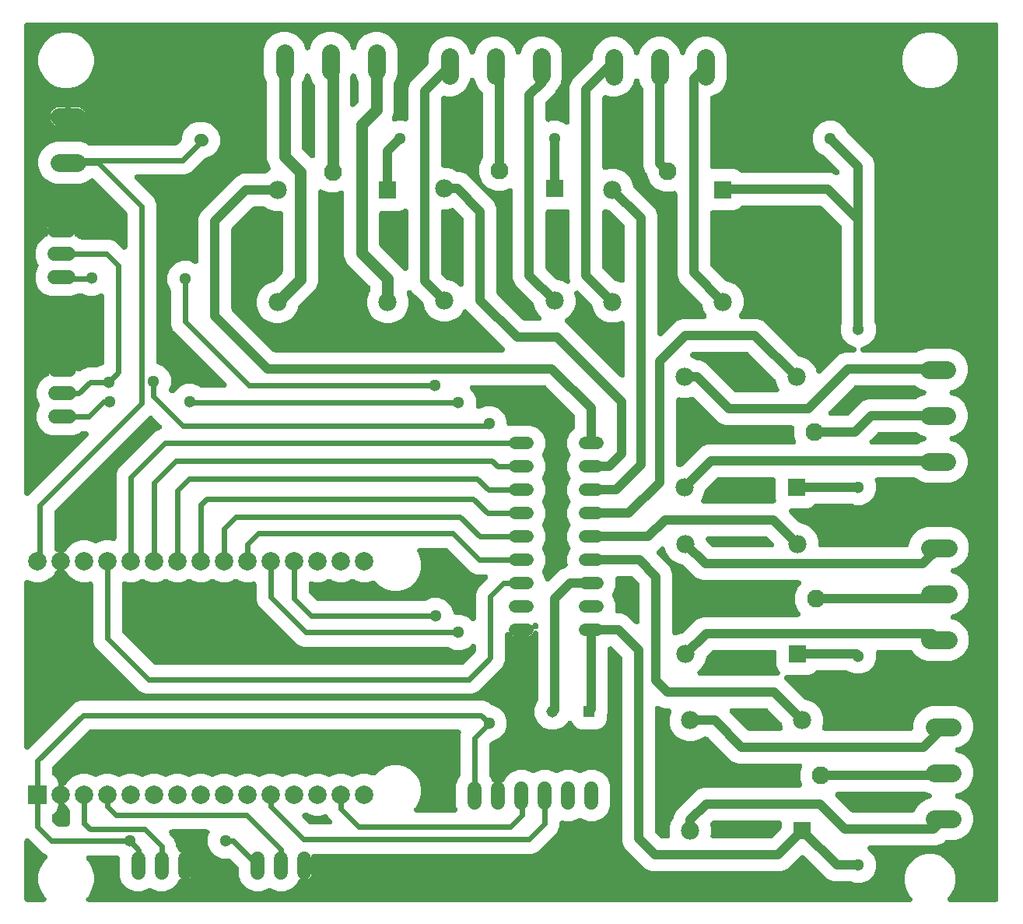
<source format=gbr>
G04 EAGLE Gerber RS-274X export*
G75*
%MOMM*%
%FSLAX34Y34*%
%LPD*%
%INBottom Copper*%
%IPPOS*%
%AMOC8*
5,1,8,0,0,1.08239X$1,22.5*%
G01*
%ADD10C,1.524000*%
%ADD11R,1.308000X1.308000*%
%ADD12C,1.308000*%
%ADD13C,1.320800*%
%ADD14R,1.980000X1.980000*%
%ADD15C,1.935000*%
%ADD16C,1.980000*%
%ADD17C,1.981200*%
%ADD18R,2.000000X2.000000*%
%ADD19C,2.000000*%
%ADD20C,1.016000*%
%ADD21C,1.300000*%
%ADD22C,1.270000*%
%ADD23C,0.609600*%

G36*
X978006Y14504D02*
X978006Y14504D01*
X978044Y14502D01*
X978252Y14524D01*
X978460Y14541D01*
X978497Y14550D01*
X978534Y14554D01*
X978736Y14609D01*
X978938Y14659D01*
X978973Y14674D01*
X979010Y14685D01*
X979200Y14772D01*
X979392Y14854D01*
X979424Y14874D01*
X979459Y14890D01*
X979632Y15007D01*
X979808Y15119D01*
X979836Y15144D01*
X979868Y15166D01*
X980020Y15309D01*
X980176Y15448D01*
X980200Y15477D01*
X980227Y15503D01*
X980355Y15670D01*
X980486Y15832D01*
X980504Y15864D01*
X980528Y15895D01*
X980627Y16079D01*
X980730Y16260D01*
X980743Y16296D01*
X980761Y16330D01*
X980829Y16527D01*
X980901Y16723D01*
X980909Y16760D01*
X980921Y16796D01*
X980956Y17003D01*
X980996Y17207D01*
X980997Y17245D01*
X981004Y17283D01*
X981005Y17492D01*
X981011Y17700D01*
X981006Y17738D01*
X981007Y17776D01*
X980974Y17983D01*
X980947Y18189D01*
X980936Y18226D01*
X980930Y18263D01*
X980865Y18462D01*
X980804Y18661D01*
X980788Y18696D01*
X980776Y18732D01*
X980679Y18917D01*
X980587Y19105D01*
X980565Y19136D01*
X980548Y19170D01*
X980490Y19242D01*
X980302Y19507D01*
X980181Y19629D01*
X980123Y19703D01*
X977834Y21991D01*
X974187Y28308D01*
X972299Y35353D01*
X972299Y42647D01*
X974187Y49692D01*
X977834Y56009D01*
X982991Y61166D01*
X989308Y64813D01*
X996353Y66701D01*
X1003647Y66701D01*
X1010692Y64813D01*
X1017009Y61166D01*
X1022166Y56009D01*
X1025813Y49692D01*
X1027701Y42647D01*
X1027701Y35353D01*
X1025813Y28308D01*
X1022166Y21991D01*
X1019877Y19703D01*
X1019853Y19674D01*
X1019824Y19648D01*
X1019693Y19486D01*
X1019558Y19327D01*
X1019538Y19294D01*
X1019514Y19264D01*
X1019411Y19083D01*
X1019303Y18904D01*
X1019289Y18869D01*
X1019270Y18836D01*
X1019198Y18640D01*
X1019120Y18446D01*
X1019112Y18409D01*
X1019099Y18373D01*
X1019059Y18168D01*
X1019014Y17964D01*
X1019011Y17926D01*
X1019004Y17889D01*
X1018998Y17681D01*
X1018986Y17472D01*
X1018990Y17434D01*
X1018989Y17396D01*
X1019016Y17189D01*
X1019038Y16981D01*
X1019048Y16945D01*
X1019053Y16907D01*
X1019114Y16707D01*
X1019169Y16506D01*
X1019185Y16471D01*
X1019196Y16434D01*
X1019287Y16247D01*
X1019374Y16057D01*
X1019396Y16026D01*
X1019413Y15991D01*
X1019533Y15821D01*
X1019650Y15648D01*
X1019676Y15620D01*
X1019698Y15589D01*
X1019844Y15441D01*
X1019988Y15288D01*
X1020018Y15265D01*
X1020045Y15238D01*
X1020213Y15115D01*
X1020379Y14988D01*
X1020413Y14970D01*
X1020443Y14948D01*
X1020629Y14854D01*
X1020814Y14755D01*
X1020850Y14742D01*
X1020884Y14725D01*
X1021082Y14663D01*
X1021280Y14595D01*
X1021318Y14588D01*
X1021354Y14577D01*
X1021447Y14567D01*
X1021767Y14512D01*
X1021939Y14511D01*
X1022032Y14501D01*
X1071600Y14501D01*
X1071676Y14507D01*
X1071752Y14505D01*
X1071921Y14527D01*
X1072092Y14541D01*
X1072166Y14559D01*
X1072241Y14569D01*
X1072405Y14618D01*
X1072571Y14659D01*
X1072640Y14689D01*
X1072714Y14711D01*
X1072867Y14787D01*
X1073024Y14854D01*
X1073088Y14895D01*
X1073157Y14928D01*
X1073296Y15027D01*
X1073440Y15119D01*
X1073497Y15170D01*
X1073559Y15214D01*
X1073680Y15334D01*
X1073808Y15448D01*
X1073856Y15507D01*
X1073910Y15561D01*
X1074011Y15699D01*
X1074118Y15832D01*
X1074155Y15898D01*
X1074200Y15959D01*
X1074277Y16112D01*
X1074362Y16260D01*
X1074388Y16332D01*
X1074423Y16400D01*
X1074474Y16563D01*
X1074533Y16723D01*
X1074548Y16798D01*
X1074571Y16870D01*
X1074583Y16975D01*
X1074628Y17207D01*
X1074635Y17443D01*
X1074647Y17548D01*
X1074647Y968352D01*
X1074642Y968411D01*
X1074643Y968442D01*
X1074642Y968454D01*
X1074643Y968504D01*
X1074621Y968673D01*
X1074607Y968844D01*
X1074589Y968918D01*
X1074579Y968993D01*
X1074530Y969157D01*
X1074489Y969323D01*
X1074459Y969392D01*
X1074437Y969466D01*
X1074361Y969619D01*
X1074294Y969776D01*
X1074253Y969840D01*
X1074220Y969909D01*
X1074121Y970048D01*
X1074029Y970192D01*
X1073978Y970249D01*
X1073934Y970311D01*
X1073814Y970432D01*
X1073700Y970560D01*
X1073641Y970608D01*
X1073587Y970662D01*
X1073449Y970763D01*
X1073316Y970870D01*
X1073250Y970907D01*
X1073189Y970952D01*
X1073036Y971029D01*
X1072888Y971114D01*
X1072816Y971140D01*
X1072748Y971175D01*
X1072585Y971226D01*
X1072425Y971285D01*
X1072350Y971300D01*
X1072278Y971323D01*
X1072173Y971335D01*
X1071941Y971380D01*
X1071705Y971387D01*
X1071600Y971399D01*
X17548Y971399D01*
X17472Y971393D01*
X17396Y971395D01*
X17227Y971373D01*
X17056Y971359D01*
X16982Y971341D01*
X16907Y971331D01*
X16743Y971282D01*
X16577Y971241D01*
X16508Y971211D01*
X16434Y971189D01*
X16281Y971113D01*
X16124Y971046D01*
X16060Y971005D01*
X15991Y970972D01*
X15852Y970873D01*
X15708Y970781D01*
X15651Y970730D01*
X15589Y970686D01*
X15468Y970566D01*
X15340Y970452D01*
X15292Y970393D01*
X15238Y970339D01*
X15137Y970201D01*
X15030Y970068D01*
X14993Y970002D01*
X14948Y969941D01*
X14871Y969788D01*
X14786Y969640D01*
X14760Y969568D01*
X14725Y969500D01*
X14674Y969337D01*
X14615Y969177D01*
X14600Y969102D01*
X14577Y969030D01*
X14565Y968925D01*
X14520Y968693D01*
X14513Y968457D01*
X14501Y968352D01*
X14501Y459329D01*
X14504Y459292D01*
X14502Y459253D01*
X14524Y459046D01*
X14541Y458838D01*
X14550Y458801D01*
X14554Y458763D01*
X14609Y458562D01*
X14659Y458359D01*
X14674Y458324D01*
X14685Y458287D01*
X14772Y458097D01*
X14854Y457906D01*
X14874Y457873D01*
X14890Y457839D01*
X15007Y457665D01*
X15119Y457489D01*
X15144Y457461D01*
X15166Y457429D01*
X15309Y457277D01*
X15448Y457122D01*
X15477Y457098D01*
X15503Y457070D01*
X15669Y456943D01*
X15832Y456812D01*
X15865Y456793D01*
X15895Y456770D01*
X16079Y456671D01*
X16260Y456568D01*
X16296Y456554D01*
X16330Y456536D01*
X16527Y456469D01*
X16723Y456396D01*
X16760Y456389D01*
X16796Y456376D01*
X17003Y456341D01*
X17207Y456301D01*
X17245Y456300D01*
X17283Y456294D01*
X17492Y456293D01*
X17700Y456286D01*
X17738Y456291D01*
X17776Y456291D01*
X17983Y456323D01*
X18189Y456350D01*
X18226Y456361D01*
X18263Y456367D01*
X18462Y456433D01*
X18661Y456493D01*
X18696Y456510D01*
X18732Y456522D01*
X18917Y456618D01*
X19105Y456710D01*
X19136Y456732D01*
X19170Y456749D01*
X19242Y456808D01*
X19507Y456995D01*
X19629Y457116D01*
X19703Y457175D01*
X83777Y521249D01*
X83797Y521273D01*
X83818Y521291D01*
X83822Y521296D01*
X83830Y521304D01*
X83961Y521466D01*
X84097Y521625D01*
X84116Y521658D01*
X84140Y521688D01*
X84243Y521868D01*
X84351Y522048D01*
X84366Y522083D01*
X84384Y522116D01*
X84457Y522312D01*
X84534Y522506D01*
X84543Y522543D01*
X84556Y522579D01*
X84596Y522784D01*
X84641Y522988D01*
X84643Y523026D01*
X84651Y523063D01*
X84657Y523271D01*
X84669Y523480D01*
X84665Y523518D01*
X84666Y523556D01*
X84639Y523763D01*
X84617Y523971D01*
X84607Y524007D01*
X84602Y524045D01*
X84541Y524245D01*
X84486Y524446D01*
X84470Y524481D01*
X84459Y524518D01*
X84367Y524705D01*
X84280Y524895D01*
X84259Y524927D01*
X84242Y524961D01*
X84121Y525131D01*
X84005Y525304D01*
X83979Y525332D01*
X83957Y525363D01*
X83810Y525512D01*
X83667Y525664D01*
X83637Y525687D01*
X83610Y525714D01*
X83441Y525837D01*
X83276Y525964D01*
X83242Y525982D01*
X83211Y526004D01*
X83025Y526098D01*
X82841Y526197D01*
X82805Y526209D01*
X82771Y526227D01*
X82572Y526289D01*
X82374Y526357D01*
X82337Y526363D01*
X82300Y526375D01*
X82208Y526385D01*
X81888Y526440D01*
X81716Y526441D01*
X81623Y526451D01*
X77671Y526451D01*
X77558Y526442D01*
X77443Y526443D01*
X77312Y526422D01*
X77180Y526411D01*
X77069Y526384D01*
X76956Y526366D01*
X76830Y526325D01*
X76701Y526293D01*
X76596Y526248D01*
X76487Y526212D01*
X76369Y526150D01*
X76247Y526098D01*
X76151Y526037D01*
X76050Y525984D01*
X75976Y525925D01*
X75831Y525833D01*
X75589Y525617D01*
X75517Y525559D01*
X74931Y524973D01*
X67462Y521879D01*
X44138Y521879D01*
X36669Y524973D01*
X30953Y530689D01*
X27859Y538158D01*
X27859Y546242D01*
X30962Y553734D01*
X30998Y553843D01*
X31042Y553948D01*
X31073Y554077D01*
X31114Y554203D01*
X31131Y554316D01*
X31158Y554427D01*
X31167Y554560D01*
X31187Y554691D01*
X31186Y554805D01*
X31194Y554919D01*
X31183Y555052D01*
X31181Y555185D01*
X31161Y555297D01*
X31151Y555411D01*
X31125Y555501D01*
X31095Y555670D01*
X30988Y555977D01*
X30962Y556066D01*
X27859Y563558D01*
X27859Y571642D01*
X30953Y579111D01*
X36669Y584827D01*
X39505Y586002D01*
X39678Y586091D01*
X39856Y586174D01*
X39898Y586203D01*
X39944Y586227D01*
X40101Y586343D01*
X40262Y586454D01*
X40299Y586489D01*
X40341Y586520D01*
X40477Y586660D01*
X40618Y586795D01*
X40649Y586836D01*
X40685Y586873D01*
X40797Y587033D01*
X40915Y587189D01*
X40939Y587235D01*
X40968Y587277D01*
X41053Y587453D01*
X41144Y587627D01*
X41160Y587675D01*
X41182Y587721D01*
X41237Y587909D01*
X41299Y588095D01*
X41307Y588145D01*
X41321Y588195D01*
X41346Y588389D01*
X41377Y588582D01*
X41376Y588633D01*
X41383Y588684D01*
X41375Y588879D01*
X41375Y589075D01*
X41366Y589126D01*
X41364Y589177D01*
X41326Y589368D01*
X41293Y589562D01*
X41279Y589601D01*
X41267Y589661D01*
X41164Y589932D01*
X41157Y589953D01*
X55800Y589953D01*
X55876Y589959D01*
X55952Y589956D01*
X56121Y589979D01*
X56291Y589993D01*
X56365Y590011D01*
X56441Y590021D01*
X56605Y590070D01*
X56770Y590111D01*
X56840Y590141D01*
X56913Y590163D01*
X57067Y590238D01*
X57224Y590306D01*
X57288Y590347D01*
X57356Y590380D01*
X57496Y590479D01*
X57640Y590571D01*
X57696Y590622D01*
X57759Y590666D01*
X57880Y590786D01*
X58008Y590900D01*
X58056Y590959D01*
X58110Y591012D01*
X58110Y591013D01*
X58211Y591151D01*
X58318Y591284D01*
X58356Y591350D01*
X58400Y591412D01*
X58477Y591564D01*
X58562Y591713D01*
X58588Y591784D01*
X58623Y591852D01*
X58674Y592015D01*
X58734Y592175D01*
X58748Y592250D01*
X58771Y592323D01*
X58783Y592427D01*
X58828Y592659D01*
X58836Y592895D01*
X58847Y593000D01*
X58847Y600621D01*
X64020Y600621D01*
X65204Y600433D01*
X66345Y600062D01*
X67414Y599518D01*
X68385Y598813D01*
X69233Y597965D01*
X69938Y596994D01*
X70482Y595925D01*
X70853Y594784D01*
X70992Y593907D01*
X71003Y593862D01*
X71008Y593817D01*
X71061Y593623D01*
X71108Y593427D01*
X71126Y593385D01*
X71138Y593341D01*
X71222Y593158D01*
X71301Y592973D01*
X71325Y592934D01*
X71344Y592893D01*
X71457Y592725D01*
X71564Y592555D01*
X71594Y592521D01*
X71620Y592483D01*
X71757Y592337D01*
X71891Y592186D01*
X71926Y592157D01*
X71957Y592124D01*
X72117Y592002D01*
X72273Y591874D01*
X72312Y591851D01*
X72349Y591823D01*
X72526Y591728D01*
X72700Y591628D01*
X72743Y591612D01*
X72784Y591590D01*
X72974Y591525D01*
X73162Y591454D01*
X73207Y591445D01*
X73250Y591430D01*
X73448Y591397D01*
X73646Y591357D01*
X73691Y591355D01*
X73737Y591348D01*
X73938Y591346D01*
X74139Y591339D01*
X74184Y591345D01*
X74230Y591345D01*
X74429Y591376D01*
X74628Y591401D01*
X74672Y591414D01*
X74717Y591421D01*
X74909Y591484D01*
X75101Y591541D01*
X75142Y591561D01*
X75186Y591576D01*
X75365Y591669D01*
X75545Y591756D01*
X75583Y591782D01*
X75623Y591803D01*
X75701Y591865D01*
X75949Y592039D01*
X76081Y592168D01*
X76157Y592229D01*
X77479Y593551D01*
X83267Y595949D01*
X93533Y595949D01*
X93647Y595958D01*
X93761Y595957D01*
X93892Y595978D01*
X94024Y595989D01*
X94136Y596016D01*
X94249Y596034D01*
X94374Y596075D01*
X94503Y596107D01*
X94608Y596153D01*
X94717Y596188D01*
X94835Y596250D01*
X94957Y596302D01*
X95053Y596363D01*
X95073Y596374D01*
X99370Y598154D01*
X99564Y598253D01*
X99761Y598349D01*
X99784Y598366D01*
X99809Y598379D01*
X99985Y598508D01*
X100163Y598635D01*
X100183Y598655D01*
X100206Y598672D01*
X100359Y598828D01*
X100514Y598982D01*
X100531Y599005D01*
X100551Y599025D01*
X100676Y599203D01*
X100804Y599380D01*
X100817Y599406D01*
X100833Y599429D01*
X100928Y599625D01*
X101027Y599821D01*
X101035Y599848D01*
X101048Y599873D01*
X101109Y600083D01*
X101175Y600291D01*
X101178Y600315D01*
X101187Y600347D01*
X101248Y600836D01*
X101245Y600916D01*
X101251Y600969D01*
X101251Y673311D01*
X101237Y673491D01*
X101230Y673672D01*
X101217Y673737D01*
X101211Y673803D01*
X101168Y673978D01*
X101132Y674155D01*
X101109Y674217D01*
X101093Y674282D01*
X101021Y674448D01*
X100958Y674616D01*
X100924Y674674D01*
X100898Y674735D01*
X100801Y674887D01*
X100711Y675044D01*
X100669Y675095D01*
X100633Y675151D01*
X100513Y675286D01*
X100398Y675426D01*
X100349Y675470D01*
X100304Y675519D01*
X100164Y675632D01*
X100029Y675752D01*
X99972Y675787D01*
X99920Y675829D01*
X99764Y675918D01*
X99611Y676014D01*
X99550Y676040D01*
X99492Y676073D01*
X99322Y676136D01*
X99156Y676206D01*
X99092Y676222D01*
X99029Y676245D01*
X98852Y676279D01*
X98677Y676322D01*
X98610Y676327D01*
X98545Y676339D01*
X98365Y676345D01*
X98185Y676358D01*
X98118Y676353D01*
X98052Y676355D01*
X97873Y676331D01*
X97693Y676315D01*
X97643Y676301D01*
X97563Y676290D01*
X97091Y676148D01*
X97060Y676133D01*
X97038Y676127D01*
X91419Y673799D01*
X83781Y673799D01*
X77580Y676367D01*
X77516Y676388D01*
X77453Y676417D01*
X77281Y676464D01*
X77111Y676519D01*
X77043Y676529D01*
X76977Y676547D01*
X76872Y676555D01*
X76623Y676592D01*
X76401Y676590D01*
X76297Y676597D01*
X74814Y676540D01*
X74806Y676542D01*
X74622Y676594D01*
X74566Y676600D01*
X74512Y676613D01*
X74322Y676627D01*
X74132Y676648D01*
X74076Y676646D01*
X74020Y676650D01*
X73830Y676633D01*
X73639Y676623D01*
X73584Y676612D01*
X73529Y676607D01*
X73430Y676578D01*
X73157Y676519D01*
X72970Y676446D01*
X72873Y676418D01*
X66262Y673679D01*
X42938Y673679D01*
X35469Y676773D01*
X29753Y682489D01*
X26659Y689958D01*
X26659Y698042D01*
X29762Y705534D01*
X29798Y705643D01*
X29842Y705748D01*
X29873Y705877D01*
X29914Y706003D01*
X29931Y706116D01*
X29958Y706227D01*
X29967Y706360D01*
X29987Y706491D01*
X29986Y706605D01*
X29994Y706719D01*
X29983Y706852D01*
X29981Y706985D01*
X29961Y707097D01*
X29951Y707211D01*
X29925Y707301D01*
X29895Y707470D01*
X29788Y707777D01*
X29762Y707866D01*
X26659Y715358D01*
X26659Y723442D01*
X29753Y730911D01*
X35469Y736627D01*
X38305Y737802D01*
X38479Y737891D01*
X38657Y737975D01*
X38698Y738003D01*
X38744Y738027D01*
X38902Y738143D01*
X39063Y738254D01*
X39100Y738289D01*
X39141Y738320D01*
X39278Y738460D01*
X39419Y738596D01*
X39450Y738636D01*
X39485Y738673D01*
X39598Y738834D01*
X39715Y738990D01*
X39739Y739035D01*
X39768Y739077D01*
X39853Y739254D01*
X39944Y739427D01*
X39960Y739476D01*
X39982Y739521D01*
X40037Y739710D01*
X40099Y739896D01*
X40107Y739946D01*
X40122Y739995D01*
X40146Y740189D01*
X40177Y740383D01*
X40177Y740434D01*
X40183Y740484D01*
X40175Y740680D01*
X40175Y740876D01*
X40166Y740926D01*
X40164Y740977D01*
X40126Y741169D01*
X40093Y741363D01*
X40079Y741401D01*
X40067Y741461D01*
X39964Y741732D01*
X39957Y741753D01*
X54600Y741753D01*
X69242Y741753D01*
X69192Y741641D01*
X69178Y741592D01*
X69159Y741545D01*
X69115Y741354D01*
X69064Y741164D01*
X69059Y741114D01*
X69047Y741064D01*
X69034Y740868D01*
X69015Y740674D01*
X69018Y740623D01*
X69015Y740572D01*
X69033Y740377D01*
X69046Y740181D01*
X69057Y740132D01*
X69062Y740081D01*
X69112Y739891D01*
X69155Y739700D01*
X69175Y739653D01*
X69187Y739604D01*
X69268Y739425D01*
X69341Y739243D01*
X69368Y739200D01*
X69389Y739154D01*
X69496Y738990D01*
X69599Y738822D01*
X69632Y738784D01*
X69660Y738741D01*
X69792Y738597D01*
X69921Y738448D01*
X69960Y738416D01*
X69994Y738378D01*
X70148Y738258D01*
X70298Y738131D01*
X70334Y738112D01*
X70382Y738074D01*
X70814Y737836D01*
X70864Y737819D01*
X70895Y737802D01*
X73731Y736627D01*
X74317Y736041D01*
X74404Y735967D01*
X74484Y735886D01*
X74591Y735808D01*
X74692Y735722D01*
X74790Y735663D01*
X74883Y735596D01*
X75001Y735536D01*
X75115Y735467D01*
X75221Y735425D01*
X75323Y735373D01*
X75450Y735333D01*
X75573Y735284D01*
X75685Y735259D01*
X75794Y735225D01*
X75887Y735215D01*
X76055Y735177D01*
X76379Y735159D01*
X76471Y735149D01*
X107533Y735149D01*
X113321Y732751D01*
X121249Y724823D01*
X121278Y724798D01*
X121304Y724770D01*
X121466Y724639D01*
X121625Y724503D01*
X121658Y724484D01*
X121688Y724460D01*
X121869Y724357D01*
X122048Y724249D01*
X122083Y724235D01*
X122116Y724216D01*
X122312Y724143D01*
X122506Y724066D01*
X122543Y724057D01*
X122579Y724044D01*
X122784Y724004D01*
X122988Y723959D01*
X123026Y723957D01*
X123063Y723949D01*
X123271Y723943D01*
X123480Y723931D01*
X123518Y723935D01*
X123556Y723934D01*
X123763Y723961D01*
X123971Y723983D01*
X124007Y723993D01*
X124045Y723998D01*
X124245Y724059D01*
X124446Y724114D01*
X124481Y724130D01*
X124518Y724141D01*
X124705Y724233D01*
X124895Y724320D01*
X124927Y724341D01*
X124961Y724358D01*
X125130Y724478D01*
X125304Y724595D01*
X125332Y724621D01*
X125363Y724643D01*
X125511Y724790D01*
X125664Y724933D01*
X125687Y724963D01*
X125714Y724990D01*
X125837Y725159D01*
X125964Y725324D01*
X125982Y725358D01*
X126004Y725389D01*
X126098Y725575D01*
X126197Y725759D01*
X126210Y725795D01*
X126227Y725829D01*
X126289Y726028D01*
X126357Y726226D01*
X126363Y726263D01*
X126375Y726300D01*
X126385Y726392D01*
X126440Y726712D01*
X126441Y726884D01*
X126451Y726977D01*
X126451Y763168D01*
X126442Y763282D01*
X126443Y763396D01*
X126422Y763528D01*
X126411Y763660D01*
X126384Y763771D01*
X126366Y763884D01*
X126325Y764010D01*
X126293Y764139D01*
X126248Y764244D01*
X126212Y764352D01*
X126150Y764470D01*
X126098Y764592D01*
X126037Y764689D01*
X125984Y764790D01*
X125925Y764864D01*
X125833Y765008D01*
X125617Y765251D01*
X125559Y765323D01*
X90257Y800625D01*
X90199Y800674D01*
X90147Y800730D01*
X90011Y800834D01*
X89881Y800944D01*
X89816Y800984D01*
X89755Y801030D01*
X89605Y801111D01*
X89459Y801199D01*
X89388Y801227D01*
X89321Y801263D01*
X89159Y801319D01*
X89000Y801382D01*
X88926Y801398D01*
X88854Y801423D01*
X88685Y801452D01*
X88519Y801489D01*
X88443Y801493D01*
X88368Y801506D01*
X88197Y801507D01*
X88026Y801516D01*
X87950Y801508D01*
X87874Y801509D01*
X87706Y801482D01*
X87536Y801464D01*
X87462Y801444D01*
X87387Y801432D01*
X87225Y801379D01*
X87060Y801334D01*
X86991Y801302D01*
X86918Y801278D01*
X86767Y801199D01*
X86612Y801128D01*
X86548Y801085D01*
X86481Y801050D01*
X86398Y800984D01*
X86202Y800852D01*
X86030Y800691D01*
X85947Y800625D01*
X85887Y800564D01*
X80732Y797588D01*
X74982Y796047D01*
X49218Y796047D01*
X43468Y797588D01*
X38313Y800564D01*
X34104Y804773D01*
X31128Y809928D01*
X29587Y815678D01*
X29587Y821630D01*
X31128Y827380D01*
X34104Y832535D01*
X38313Y836744D01*
X43468Y839720D01*
X49218Y841261D01*
X74982Y841261D01*
X80732Y839720D01*
X84479Y837557D01*
X84668Y837467D01*
X84854Y837373D01*
X84890Y837362D01*
X84924Y837346D01*
X85125Y837288D01*
X85324Y837225D01*
X85355Y837222D01*
X85398Y837209D01*
X85888Y837151D01*
X85957Y837154D01*
X86002Y837149D01*
X178814Y837149D01*
X178928Y837158D01*
X179042Y837157D01*
X179174Y837178D01*
X179306Y837189D01*
X179417Y837216D01*
X179530Y837234D01*
X179656Y837275D01*
X179785Y837307D01*
X179890Y837352D01*
X179998Y837388D01*
X180116Y837450D01*
X180238Y837502D01*
X180335Y837563D01*
X180436Y837616D01*
X180510Y837675D01*
X180654Y837767D01*
X180897Y837983D01*
X180969Y838041D01*
X185257Y842329D01*
X185331Y842416D01*
X185412Y842496D01*
X185490Y842603D01*
X185576Y842705D01*
X185635Y842803D01*
X185702Y842895D01*
X185762Y843013D01*
X185831Y843127D01*
X185873Y843234D01*
X185925Y843335D01*
X185965Y843462D01*
X186014Y843585D01*
X186039Y843697D01*
X186073Y843806D01*
X186083Y843899D01*
X186121Y844067D01*
X186139Y844391D01*
X186149Y844484D01*
X186149Y847389D01*
X189050Y854391D01*
X194409Y859750D01*
X201411Y862651D01*
X211389Y862651D01*
X218426Y859736D01*
X218482Y859690D01*
X218662Y859537D01*
X218670Y859532D01*
X218677Y859526D01*
X218712Y859506D01*
X219053Y859301D01*
X224478Y853876D01*
X227401Y846819D01*
X227401Y839181D01*
X224478Y832124D01*
X219076Y826722D01*
X211797Y823707D01*
X211692Y823673D01*
X211563Y823641D01*
X211458Y823596D01*
X211350Y823560D01*
X211232Y823498D01*
X211110Y823446D01*
X211013Y823385D01*
X210912Y823332D01*
X210838Y823273D01*
X210694Y823181D01*
X210451Y822965D01*
X210379Y822907D01*
X195521Y808049D01*
X189733Y805651D01*
X137131Y805651D01*
X137094Y805648D01*
X137055Y805650D01*
X136848Y805628D01*
X136640Y805611D01*
X136603Y805602D01*
X136565Y805598D01*
X136364Y805543D01*
X136161Y805493D01*
X136126Y805478D01*
X136089Y805467D01*
X135899Y805380D01*
X135708Y805298D01*
X135675Y805278D01*
X135641Y805262D01*
X135467Y805145D01*
X135291Y805033D01*
X135263Y805008D01*
X135231Y804986D01*
X135079Y804843D01*
X134924Y804704D01*
X134900Y804675D01*
X134872Y804649D01*
X134745Y804483D01*
X134614Y804320D01*
X134595Y804287D01*
X134572Y804257D01*
X134473Y804073D01*
X134370Y803892D01*
X134356Y803856D01*
X134338Y803822D01*
X134271Y803625D01*
X134198Y803429D01*
X134191Y803392D01*
X134178Y803356D01*
X134143Y803149D01*
X134103Y802945D01*
X134102Y802907D01*
X134096Y802869D01*
X134095Y802660D01*
X134088Y802452D01*
X134093Y802414D01*
X134093Y802376D01*
X134125Y802169D01*
X134152Y801963D01*
X134163Y801926D01*
X134169Y801889D01*
X134235Y801690D01*
X134295Y801491D01*
X134312Y801456D01*
X134324Y801420D01*
X134420Y801235D01*
X134512Y801047D01*
X134534Y801016D01*
X134551Y800982D01*
X134610Y800910D01*
X134797Y800645D01*
X134918Y800523D01*
X134977Y800449D01*
X155551Y779875D01*
X157949Y774087D01*
X157949Y602315D01*
X157966Y602096D01*
X157980Y601879D01*
X157986Y601851D01*
X157989Y601823D01*
X158041Y601611D01*
X158090Y601398D01*
X158101Y601372D01*
X158107Y601344D01*
X158193Y601144D01*
X158276Y600941D01*
X158291Y600917D01*
X158302Y600891D01*
X158419Y600707D01*
X158533Y600520D01*
X158552Y600499D01*
X158567Y600475D01*
X158713Y600312D01*
X158855Y600146D01*
X158877Y600128D01*
X158896Y600107D01*
X159066Y599969D01*
X159233Y599829D01*
X159253Y599818D01*
X159280Y599797D01*
X159708Y599553D01*
X159784Y599525D01*
X159830Y599499D01*
X165676Y597078D01*
X171078Y591676D01*
X174001Y584619D01*
X174001Y576981D01*
X172053Y572279D01*
X171987Y572072D01*
X171915Y571865D01*
X171911Y571837D01*
X171902Y571810D01*
X171870Y571594D01*
X171833Y571378D01*
X171833Y571350D01*
X171828Y571322D01*
X171831Y571104D01*
X171830Y570885D01*
X171834Y570857D01*
X171835Y570828D01*
X171872Y570614D01*
X171906Y570398D01*
X171915Y570371D01*
X171920Y570343D01*
X171992Y570137D01*
X172061Y569929D01*
X172074Y569904D01*
X172083Y569877D01*
X172187Y569686D01*
X172289Y569491D01*
X172303Y569473D01*
X172319Y569444D01*
X172622Y569054D01*
X172681Y568999D01*
X172714Y568958D01*
X173162Y568510D01*
X173299Y568393D01*
X173432Y568271D01*
X173487Y568234D01*
X173538Y568191D01*
X173693Y568098D01*
X173843Y567998D01*
X173903Y567971D01*
X173960Y567936D01*
X174128Y567869D01*
X174292Y567795D01*
X174357Y567778D01*
X174418Y567753D01*
X174594Y567714D01*
X174769Y567667D01*
X174835Y567661D01*
X174900Y567646D01*
X175080Y567636D01*
X175260Y567618D01*
X175326Y567622D01*
X175393Y567619D01*
X175572Y567638D01*
X175752Y567649D01*
X175817Y567664D01*
X175883Y567671D01*
X176057Y567719D01*
X176233Y567759D01*
X176295Y567784D01*
X176359Y567802D01*
X176523Y567877D01*
X176690Y567945D01*
X176747Y567980D01*
X176807Y568007D01*
X176957Y568108D01*
X177111Y568202D01*
X177162Y568246D01*
X177217Y568283D01*
X177348Y568406D01*
X177485Y568524D01*
X177528Y568575D01*
X177576Y568621D01*
X177686Y568764D01*
X177802Y568902D01*
X177827Y568948D01*
X177876Y569012D01*
X178110Y569447D01*
X178118Y569472D01*
X183524Y574878D01*
X190581Y577801D01*
X198219Y577801D01*
X205276Y574878D01*
X205513Y574641D01*
X205600Y574567D01*
X205680Y574486D01*
X205787Y574408D01*
X205889Y574322D01*
X205987Y574263D01*
X206079Y574196D01*
X206197Y574136D01*
X206311Y574067D01*
X206417Y574025D01*
X206519Y573973D01*
X206646Y573933D01*
X206769Y573884D01*
X206881Y573859D01*
X206990Y573825D01*
X207083Y573815D01*
X207251Y573777D01*
X207575Y573759D01*
X207667Y573749D01*
X231823Y573749D01*
X231860Y573752D01*
X231899Y573750D01*
X232106Y573772D01*
X232314Y573789D01*
X232351Y573798D01*
X232389Y573802D01*
X232590Y573857D01*
X232793Y573907D01*
X232828Y573922D01*
X232865Y573933D01*
X233055Y574020D01*
X233246Y574102D01*
X233279Y574122D01*
X233313Y574138D01*
X233487Y574255D01*
X233663Y574367D01*
X233691Y574392D01*
X233723Y574414D01*
X233875Y574557D01*
X234030Y574696D01*
X234054Y574725D01*
X234082Y574751D01*
X234209Y574917D01*
X234340Y575080D01*
X234359Y575113D01*
X234382Y575143D01*
X234481Y575327D01*
X234584Y575508D01*
X234598Y575544D01*
X234616Y575578D01*
X234683Y575775D01*
X234756Y575971D01*
X234763Y576008D01*
X234776Y576044D01*
X234811Y576251D01*
X234851Y576455D01*
X234852Y576493D01*
X234858Y576531D01*
X234859Y576740D01*
X234866Y576948D01*
X234861Y576986D01*
X234861Y577024D01*
X234829Y577231D01*
X234802Y577437D01*
X234791Y577474D01*
X234785Y577511D01*
X234719Y577710D01*
X234659Y577909D01*
X234642Y577944D01*
X234630Y577980D01*
X234534Y578165D01*
X234442Y578353D01*
X234420Y578384D01*
X234403Y578418D01*
X234344Y578490D01*
X234157Y578755D01*
X234036Y578877D01*
X233977Y578951D01*
X176249Y636679D01*
X173851Y642467D01*
X173851Y679733D01*
X173842Y679846D01*
X173843Y679961D01*
X173822Y680092D01*
X173811Y680224D01*
X173784Y680335D01*
X173766Y680448D01*
X173725Y680574D01*
X173693Y680703D01*
X173648Y680808D01*
X173612Y680917D01*
X173550Y681034D01*
X173498Y681157D01*
X173437Y681253D01*
X173426Y681273D01*
X170399Y688581D01*
X170399Y696219D01*
X173322Y703276D01*
X178724Y708678D01*
X185781Y711601D01*
X193419Y711601D01*
X200006Y708872D01*
X200177Y708817D01*
X200347Y708754D01*
X200412Y708742D01*
X200475Y708721D01*
X200654Y708694D01*
X200831Y708660D01*
X200897Y708658D01*
X200963Y708648D01*
X201144Y708650D01*
X201324Y708644D01*
X201390Y708653D01*
X201457Y708654D01*
X201634Y708685D01*
X201813Y708709D01*
X201877Y708728D01*
X201942Y708739D01*
X202112Y708799D01*
X202286Y708851D01*
X202345Y708880D01*
X202408Y708902D01*
X202566Y708989D01*
X202729Y709068D01*
X202783Y709107D01*
X202841Y709138D01*
X202984Y709249D01*
X203131Y709354D01*
X203178Y709400D01*
X203231Y709441D01*
X203354Y709574D01*
X203482Y709700D01*
X203521Y709754D01*
X203566Y709803D01*
X203666Y709953D01*
X203772Y710099D01*
X203802Y710158D01*
X203839Y710214D01*
X203913Y710378D01*
X203995Y710539D01*
X204015Y710603D01*
X204042Y710664D01*
X204089Y710838D01*
X204143Y711010D01*
X204149Y711063D01*
X204170Y711140D01*
X204219Y711631D01*
X204217Y711664D01*
X204219Y711688D01*
X204219Y758337D01*
X206926Y764872D01*
X240398Y798343D01*
X240398Y798344D01*
X245828Y803774D01*
X252363Y806481D01*
X274779Y806481D01*
X274987Y806498D01*
X275196Y806509D01*
X275233Y806518D01*
X275271Y806521D01*
X275474Y806571D01*
X275678Y806616D01*
X275706Y806629D01*
X275750Y806639D01*
X276203Y806834D01*
X276261Y806871D01*
X276303Y806889D01*
X281147Y809686D01*
X281335Y809816D01*
X281524Y809943D01*
X281538Y809956D01*
X281553Y809966D01*
X281718Y810125D01*
X281883Y810281D01*
X281895Y810296D01*
X281909Y810309D01*
X282045Y810491D01*
X282184Y810672D01*
X282193Y810689D01*
X282204Y810704D01*
X282309Y810906D01*
X282417Y811107D01*
X282423Y811125D01*
X282432Y811141D01*
X282503Y811358D01*
X282577Y811573D01*
X282580Y811592D01*
X282586Y811610D01*
X282621Y811835D01*
X282659Y812060D01*
X282660Y812079D01*
X282663Y812097D01*
X282661Y812327D01*
X282662Y812553D01*
X282660Y812572D01*
X282659Y812591D01*
X282621Y812818D01*
X282586Y813040D01*
X282580Y813058D01*
X282577Y813077D01*
X282502Y813294D01*
X282432Y813509D01*
X282423Y813526D01*
X282417Y813544D01*
X282309Y813744D01*
X282204Y813947D01*
X282194Y813959D01*
X282183Y813978D01*
X281883Y814370D01*
X281816Y814433D01*
X281778Y814480D01*
X281412Y814847D01*
X278511Y821849D01*
X278511Y905361D01*
X278494Y905569D01*
X278483Y905778D01*
X278474Y905815D01*
X278471Y905853D01*
X278421Y906055D01*
X278376Y906259D01*
X278363Y906288D01*
X278353Y906331D01*
X278158Y906785D01*
X278121Y906843D01*
X278103Y906884D01*
X276496Y909668D01*
X274955Y915418D01*
X274955Y941182D01*
X276496Y946932D01*
X279472Y952087D01*
X283681Y956296D01*
X288836Y959272D01*
X294586Y960813D01*
X300538Y960813D01*
X306288Y959272D01*
X311443Y956296D01*
X315652Y952087D01*
X318628Y946932D01*
X319638Y943164D01*
X319701Y942986D01*
X319759Y942805D01*
X319784Y942753D01*
X319803Y942700D01*
X319895Y942534D01*
X319981Y942364D01*
X320014Y942318D01*
X320042Y942268D01*
X320160Y942119D01*
X320271Y941965D01*
X320312Y941925D01*
X320347Y941880D01*
X320487Y941752D01*
X320622Y941619D01*
X320669Y941586D01*
X320711Y941547D01*
X320870Y941443D01*
X321025Y941333D01*
X321076Y941308D01*
X321124Y941277D01*
X321297Y941200D01*
X321468Y941116D01*
X321523Y941100D01*
X321575Y941077D01*
X321758Y941029D01*
X321940Y940974D01*
X321997Y940967D01*
X322052Y940952D01*
X322241Y940935D01*
X322429Y940910D01*
X322486Y940911D01*
X322543Y940906D01*
X322732Y940919D01*
X322922Y940925D01*
X322978Y940936D01*
X323035Y940940D01*
X323220Y940983D01*
X323407Y941020D01*
X323460Y941040D01*
X323516Y941053D01*
X323691Y941125D01*
X323869Y941192D01*
X323919Y941220D01*
X323971Y941242D01*
X324132Y941341D01*
X324298Y941436D01*
X324342Y941472D01*
X324391Y941502D01*
X324534Y941626D01*
X324682Y941746D01*
X324720Y941788D01*
X324763Y941826D01*
X324884Y941972D01*
X325010Y942114D01*
X325041Y942162D01*
X325077Y942206D01*
X325173Y942369D01*
X325275Y942530D01*
X325292Y942572D01*
X325327Y942631D01*
X325504Y943092D01*
X325513Y943136D01*
X325524Y943165D01*
X326534Y946932D01*
X329510Y952087D01*
X333719Y956296D01*
X338874Y959272D01*
X344624Y960813D01*
X350576Y960813D01*
X356326Y959272D01*
X361481Y956296D01*
X365690Y952087D01*
X368666Y946932D01*
X369676Y943164D01*
X369739Y942985D01*
X369797Y942805D01*
X369822Y942754D01*
X369841Y942700D01*
X369933Y942534D01*
X370019Y942364D01*
X370052Y942318D01*
X370080Y942268D01*
X370197Y942119D01*
X370309Y941965D01*
X370350Y941925D01*
X370385Y941880D01*
X370525Y941752D01*
X370660Y941619D01*
X370707Y941586D01*
X370749Y941547D01*
X370908Y941443D01*
X371063Y941333D01*
X371114Y941308D01*
X371162Y941277D01*
X371335Y941200D01*
X371506Y941116D01*
X371560Y941100D01*
X371613Y941077D01*
X371796Y941029D01*
X371978Y940974D01*
X372035Y940967D01*
X372090Y940952D01*
X372279Y940934D01*
X372467Y940910D01*
X372524Y940911D01*
X372581Y940906D01*
X372770Y940919D01*
X372960Y940925D01*
X373016Y940936D01*
X373073Y940940D01*
X373258Y940983D01*
X373445Y941020D01*
X373498Y941040D01*
X373554Y941053D01*
X373729Y941126D01*
X373907Y941192D01*
X373957Y941220D01*
X374009Y941242D01*
X374171Y941342D01*
X374336Y941436D01*
X374380Y941471D01*
X374429Y941501D01*
X374572Y941626D01*
X374720Y941746D01*
X374758Y941788D01*
X374801Y941826D01*
X374922Y941972D01*
X375048Y942113D01*
X375079Y942162D01*
X375115Y942206D01*
X375211Y942370D01*
X375313Y942530D01*
X375330Y942572D01*
X375365Y942631D01*
X375542Y943092D01*
X375551Y943136D01*
X375562Y943164D01*
X376572Y946932D01*
X379548Y952087D01*
X383757Y956296D01*
X388912Y959272D01*
X394662Y960813D01*
X400614Y960813D01*
X406364Y959272D01*
X411519Y956296D01*
X415728Y952087D01*
X418704Y946932D01*
X420245Y941182D01*
X420245Y915418D01*
X418704Y909668D01*
X417097Y906885D01*
X417007Y906695D01*
X416913Y906509D01*
X416902Y906473D01*
X416886Y906439D01*
X416828Y906238D01*
X416765Y906039D01*
X416762Y906008D01*
X416749Y905965D01*
X416691Y905475D01*
X416694Y905406D01*
X416689Y905361D01*
X416689Y872649D01*
X414540Y867460D01*
X414528Y867424D01*
X414511Y867390D01*
X414452Y867190D01*
X414388Y866991D01*
X414383Y866953D01*
X414372Y866917D01*
X414346Y866710D01*
X414315Y866503D01*
X414315Y866465D01*
X414311Y866427D01*
X414318Y866219D01*
X414321Y866010D01*
X414328Y865972D01*
X414329Y865934D01*
X414371Y865729D01*
X414407Y865524D01*
X414419Y865488D01*
X414427Y865450D01*
X414501Y865255D01*
X414570Y865058D01*
X414588Y865025D01*
X414601Y864989D01*
X414706Y864808D01*
X414806Y864625D01*
X414829Y864595D01*
X414848Y864562D01*
X414981Y864400D01*
X415108Y864235D01*
X415136Y864210D01*
X415161Y864180D01*
X415317Y864042D01*
X415470Y863900D01*
X415502Y863879D01*
X415530Y863854D01*
X415708Y863742D01*
X415881Y863627D01*
X415916Y863612D01*
X415948Y863591D01*
X416141Y863510D01*
X416331Y863424D01*
X416368Y863414D01*
X416403Y863400D01*
X416606Y863351D01*
X416807Y863297D01*
X416845Y863293D01*
X416882Y863284D01*
X417091Y863268D01*
X417298Y863248D01*
X417336Y863250D01*
X417374Y863247D01*
X417583Y863265D01*
X417791Y863278D01*
X417828Y863287D01*
X417866Y863290D01*
X417955Y863316D01*
X418272Y863388D01*
X418431Y863453D01*
X418521Y863479D01*
X419781Y864001D01*
X427419Y864001D01*
X428006Y863758D01*
X428178Y863702D01*
X428347Y863640D01*
X428412Y863627D01*
X428475Y863606D01*
X428654Y863579D01*
X428831Y863545D01*
X428897Y863543D01*
X428963Y863533D01*
X429144Y863535D01*
X429324Y863530D01*
X429390Y863538D01*
X429456Y863539D01*
X429634Y863570D01*
X429813Y863594D01*
X429877Y863613D01*
X429942Y863625D01*
X430113Y863684D01*
X430286Y863736D01*
X430345Y863766D01*
X430408Y863788D01*
X430567Y863874D01*
X430729Y863953D01*
X430783Y863992D01*
X430841Y864024D01*
X430984Y864135D01*
X431131Y864239D01*
X431178Y864286D01*
X431231Y864326D01*
X431354Y864459D01*
X431482Y864586D01*
X431521Y864639D01*
X431566Y864688D01*
X431666Y864838D01*
X431772Y864984D01*
X431802Y865044D01*
X431839Y865099D01*
X431913Y865264D01*
X431995Y865425D01*
X432015Y865488D01*
X432042Y865549D01*
X432089Y865723D01*
X432143Y865895D01*
X432149Y865948D01*
X432170Y866025D01*
X432219Y866516D01*
X432217Y866550D01*
X432219Y866573D01*
X432219Y900075D01*
X434926Y906610D01*
X453463Y925147D01*
X453537Y925233D01*
X453618Y925314D01*
X453696Y925421D01*
X453782Y925522D01*
X453841Y925620D01*
X453908Y925713D01*
X453968Y925831D01*
X454037Y925945D01*
X454079Y926051D01*
X454131Y926153D01*
X454171Y926280D01*
X454220Y926403D01*
X454245Y926514D01*
X454279Y926623D01*
X454289Y926717D01*
X454327Y926885D01*
X454345Y927209D01*
X454355Y927301D01*
X454355Y936382D01*
X455896Y942132D01*
X458872Y947287D01*
X463081Y951496D01*
X468236Y954472D01*
X473986Y956013D01*
X479938Y956013D01*
X485688Y954472D01*
X490843Y951496D01*
X495052Y947287D01*
X498028Y942132D01*
X499038Y938364D01*
X499101Y938185D01*
X499159Y938005D01*
X499184Y937954D01*
X499203Y937900D01*
X499295Y937734D01*
X499381Y937564D01*
X499414Y937518D01*
X499442Y937468D01*
X499559Y937319D01*
X499671Y937165D01*
X499712Y937125D01*
X499747Y937080D01*
X499887Y936952D01*
X500022Y936819D01*
X500069Y936786D01*
X500111Y936747D01*
X500270Y936643D01*
X500425Y936533D01*
X500476Y936508D01*
X500524Y936477D01*
X500697Y936400D01*
X500868Y936316D01*
X500922Y936300D01*
X500975Y936277D01*
X501158Y936229D01*
X501340Y936174D01*
X501397Y936167D01*
X501452Y936152D01*
X501641Y936134D01*
X501829Y936110D01*
X501886Y936111D01*
X501943Y936106D01*
X502132Y936119D01*
X502322Y936125D01*
X502378Y936136D01*
X502435Y936140D01*
X502620Y936183D01*
X502807Y936220D01*
X502860Y936240D01*
X502916Y936253D01*
X503091Y936326D01*
X503269Y936392D01*
X503319Y936420D01*
X503371Y936442D01*
X503533Y936542D01*
X503698Y936636D01*
X503742Y936671D01*
X503791Y936701D01*
X503934Y936826D01*
X504082Y936946D01*
X504120Y936988D01*
X504163Y937026D01*
X504284Y937172D01*
X504410Y937313D01*
X504441Y937362D01*
X504477Y937406D01*
X504573Y937570D01*
X504675Y937730D01*
X504692Y937772D01*
X504727Y937831D01*
X504904Y938292D01*
X504913Y938336D01*
X504924Y938364D01*
X505934Y942132D01*
X508910Y947287D01*
X513119Y951496D01*
X518274Y954472D01*
X524024Y956013D01*
X529976Y956013D01*
X535726Y954472D01*
X540881Y951496D01*
X545090Y947287D01*
X548066Y942132D01*
X549076Y938364D01*
X549139Y938185D01*
X549197Y938005D01*
X549222Y937954D01*
X549241Y937900D01*
X549333Y937734D01*
X549419Y937564D01*
X549452Y937518D01*
X549480Y937468D01*
X549597Y937319D01*
X549709Y937165D01*
X549750Y937125D01*
X549785Y937080D01*
X549925Y936952D01*
X550060Y936819D01*
X550107Y936786D01*
X550149Y936747D01*
X550308Y936643D01*
X550463Y936533D01*
X550514Y936508D01*
X550562Y936477D01*
X550735Y936400D01*
X550906Y936316D01*
X550960Y936300D01*
X551013Y936277D01*
X551196Y936229D01*
X551378Y936174D01*
X551435Y936167D01*
X551490Y936152D01*
X551679Y936134D01*
X551867Y936110D01*
X551924Y936111D01*
X551981Y936106D01*
X552170Y936119D01*
X552360Y936125D01*
X552416Y936136D01*
X552473Y936140D01*
X552658Y936183D01*
X552845Y936220D01*
X552898Y936240D01*
X552954Y936253D01*
X553129Y936326D01*
X553307Y936392D01*
X553357Y936420D01*
X553409Y936442D01*
X553571Y936542D01*
X553736Y936636D01*
X553780Y936671D01*
X553829Y936701D01*
X553972Y936826D01*
X554120Y936946D01*
X554158Y936988D01*
X554201Y937026D01*
X554322Y937172D01*
X554448Y937313D01*
X554479Y937362D01*
X554515Y937406D01*
X554611Y937570D01*
X554713Y937730D01*
X554730Y937772D01*
X554765Y937831D01*
X554942Y938292D01*
X554951Y938336D01*
X554962Y938364D01*
X555972Y942132D01*
X558948Y947287D01*
X563157Y951496D01*
X568312Y954472D01*
X574062Y956013D01*
X580014Y956013D01*
X585764Y954472D01*
X590919Y951496D01*
X595128Y947287D01*
X598104Y942132D01*
X599645Y936382D01*
X599645Y910618D01*
X598104Y904868D01*
X595128Y899713D01*
X594385Y898970D01*
X594379Y898963D01*
X594371Y898957D01*
X594219Y898775D01*
X594066Y898594D01*
X594060Y898586D01*
X594054Y898579D01*
X594035Y898544D01*
X593811Y898172D01*
X593762Y898050D01*
X593724Y897982D01*
X592874Y895928D01*
X582673Y885727D01*
X582599Y885641D01*
X582518Y885560D01*
X582440Y885453D01*
X582354Y885352D01*
X582295Y885254D01*
X582228Y885161D01*
X582168Y885043D01*
X582099Y884929D01*
X582057Y884823D01*
X582005Y884721D01*
X581965Y884594D01*
X581916Y884471D01*
X581891Y884360D01*
X581857Y884251D01*
X581847Y884157D01*
X581809Y883989D01*
X581791Y883665D01*
X581781Y883573D01*
X581781Y866076D01*
X581795Y865896D01*
X581802Y865716D01*
X581815Y865651D01*
X581821Y865584D01*
X581864Y865409D01*
X581900Y865232D01*
X581923Y865170D01*
X581939Y865105D01*
X582011Y864940D01*
X582074Y864771D01*
X582108Y864713D01*
X582134Y864652D01*
X582231Y864500D01*
X582321Y864344D01*
X582363Y864292D01*
X582399Y864236D01*
X582519Y864101D01*
X582634Y863962D01*
X582683Y863918D01*
X582728Y863868D01*
X582868Y863755D01*
X583003Y863635D01*
X583060Y863600D01*
X583112Y863558D01*
X583268Y863469D01*
X583421Y863373D01*
X583482Y863347D01*
X583540Y863314D01*
X583710Y863251D01*
X583876Y863181D01*
X583940Y863166D01*
X584003Y863143D01*
X584180Y863108D01*
X584355Y863066D01*
X584422Y863061D01*
X584487Y863048D01*
X584667Y863042D01*
X584847Y863029D01*
X584914Y863035D01*
X584980Y863033D01*
X585159Y863056D01*
X585339Y863072D01*
X585389Y863086D01*
X585469Y863097D01*
X585941Y863239D01*
X585972Y863254D01*
X585994Y863261D01*
X587781Y864001D01*
X595419Y864001D01*
X602476Y861078D01*
X602817Y860737D01*
X602846Y860712D01*
X602872Y860684D01*
X603034Y860553D01*
X603193Y860417D01*
X603226Y860397D01*
X603256Y860374D01*
X603437Y860270D01*
X603616Y860163D01*
X603651Y860148D01*
X603684Y860130D01*
X603880Y860057D01*
X604074Y859979D01*
X604111Y859971D01*
X604147Y859958D01*
X604351Y859918D01*
X604555Y859873D01*
X604594Y859871D01*
X604631Y859863D01*
X604839Y859857D01*
X605048Y859845D01*
X605086Y859849D01*
X605124Y859848D01*
X605330Y859875D01*
X605539Y859897D01*
X605575Y859907D01*
X605613Y859912D01*
X605814Y859973D01*
X606014Y860028D01*
X606049Y860044D01*
X606086Y860055D01*
X606273Y860147D01*
X606463Y860234D01*
X606494Y860255D01*
X606529Y860272D01*
X606698Y860392D01*
X606872Y860509D01*
X606900Y860535D01*
X606931Y860557D01*
X607079Y860704D01*
X607232Y860847D01*
X607255Y860877D01*
X607282Y860904D01*
X607405Y861073D01*
X607532Y861238D01*
X607550Y861272D01*
X607572Y861303D01*
X607666Y861489D01*
X607765Y861673D01*
X607777Y861709D01*
X607795Y861743D01*
X607857Y861942D01*
X607925Y862140D01*
X607931Y862177D01*
X607943Y862214D01*
X607953Y862306D01*
X608008Y862626D01*
X608009Y862798D01*
X608019Y862891D01*
X608019Y901737D01*
X610726Y908272D01*
X632463Y930009D01*
X632537Y930095D01*
X632618Y930176D01*
X632696Y930283D01*
X632782Y930384D01*
X632841Y930482D01*
X632908Y930575D01*
X632968Y930693D01*
X633037Y930807D01*
X633079Y930913D01*
X633131Y931015D01*
X633171Y931142D01*
X633220Y931265D01*
X633245Y931376D01*
X633279Y931485D01*
X633289Y931579D01*
X633327Y931747D01*
X633345Y932071D01*
X633355Y932163D01*
X633355Y935782D01*
X634896Y941532D01*
X637872Y946687D01*
X642081Y950896D01*
X647236Y953872D01*
X652986Y955413D01*
X658938Y955413D01*
X664688Y953872D01*
X669843Y950896D01*
X674052Y946687D01*
X677028Y941532D01*
X678038Y937764D01*
X678101Y937585D01*
X678159Y937405D01*
X678184Y937354D01*
X678203Y937300D01*
X678295Y937134D01*
X678381Y936964D01*
X678414Y936918D01*
X678442Y936868D01*
X678559Y936719D01*
X678671Y936565D01*
X678712Y936525D01*
X678747Y936480D01*
X678887Y936352D01*
X679022Y936219D01*
X679069Y936186D01*
X679111Y936147D01*
X679270Y936043D01*
X679425Y935933D01*
X679476Y935908D01*
X679524Y935877D01*
X679697Y935800D01*
X679868Y935716D01*
X679922Y935700D01*
X679975Y935677D01*
X680158Y935629D01*
X680340Y935574D01*
X680397Y935567D01*
X680452Y935552D01*
X680641Y935534D01*
X680829Y935510D01*
X680886Y935511D01*
X680943Y935506D01*
X681132Y935519D01*
X681322Y935525D01*
X681378Y935536D01*
X681435Y935540D01*
X681620Y935583D01*
X681807Y935620D01*
X681860Y935640D01*
X681916Y935653D01*
X682091Y935726D01*
X682269Y935792D01*
X682319Y935820D01*
X682371Y935842D01*
X682533Y935942D01*
X682698Y936036D01*
X682742Y936071D01*
X682791Y936101D01*
X682934Y936226D01*
X683082Y936346D01*
X683120Y936388D01*
X683163Y936426D01*
X683284Y936572D01*
X683410Y936713D01*
X683441Y936762D01*
X683477Y936806D01*
X683573Y936970D01*
X683675Y937130D01*
X683692Y937172D01*
X683727Y937231D01*
X683904Y937692D01*
X683913Y937736D01*
X683924Y937764D01*
X684934Y941532D01*
X687910Y946687D01*
X692119Y950896D01*
X697274Y953872D01*
X703024Y955413D01*
X708976Y955413D01*
X714726Y953872D01*
X719881Y950896D01*
X724090Y946687D01*
X727066Y941532D01*
X728076Y937764D01*
X728139Y937585D01*
X728197Y937405D01*
X728222Y937354D01*
X728241Y937300D01*
X728333Y937134D01*
X728419Y936964D01*
X728452Y936918D01*
X728480Y936868D01*
X728597Y936719D01*
X728709Y936565D01*
X728750Y936525D01*
X728785Y936480D01*
X728925Y936352D01*
X729060Y936219D01*
X729107Y936186D01*
X729149Y936147D01*
X729308Y936043D01*
X729463Y935933D01*
X729514Y935908D01*
X729562Y935877D01*
X729735Y935800D01*
X729906Y935716D01*
X729960Y935700D01*
X730013Y935677D01*
X730196Y935629D01*
X730378Y935574D01*
X730435Y935567D01*
X730490Y935552D01*
X730679Y935534D01*
X730867Y935510D01*
X730924Y935511D01*
X730981Y935506D01*
X731170Y935519D01*
X731360Y935525D01*
X731416Y935536D01*
X731473Y935540D01*
X731658Y935583D01*
X731845Y935620D01*
X731898Y935640D01*
X731954Y935653D01*
X732129Y935726D01*
X732307Y935792D01*
X732357Y935820D01*
X732409Y935842D01*
X732571Y935942D01*
X732736Y936036D01*
X732780Y936071D01*
X732829Y936101D01*
X732972Y936226D01*
X733120Y936346D01*
X733158Y936388D01*
X733201Y936426D01*
X733322Y936572D01*
X733448Y936713D01*
X733479Y936762D01*
X733515Y936806D01*
X733611Y936970D01*
X733713Y937130D01*
X733730Y937172D01*
X733765Y937231D01*
X733942Y937692D01*
X733951Y937736D01*
X733962Y937764D01*
X734972Y941532D01*
X737948Y946687D01*
X742157Y950896D01*
X747312Y953872D01*
X753062Y955413D01*
X759014Y955413D01*
X764764Y953872D01*
X769919Y950896D01*
X774128Y946687D01*
X777104Y941532D01*
X778645Y935782D01*
X778645Y910018D01*
X777104Y904268D01*
X774128Y899113D01*
X769919Y894904D01*
X764764Y891928D01*
X762839Y891412D01*
X762678Y891355D01*
X762514Y891305D01*
X762446Y891272D01*
X762375Y891246D01*
X762225Y891164D01*
X762071Y891088D01*
X762010Y891045D01*
X761943Y891008D01*
X761808Y890902D01*
X761669Y890803D01*
X761615Y890750D01*
X761555Y890703D01*
X761440Y890576D01*
X761318Y890456D01*
X761273Y890395D01*
X761222Y890339D01*
X761128Y890196D01*
X761028Y890057D01*
X760993Y889990D01*
X760952Y889926D01*
X760882Y889770D01*
X760805Y889617D01*
X760783Y889545D01*
X760752Y889475D01*
X760708Y889310D01*
X760657Y889147D01*
X760650Y889087D01*
X760627Y888998D01*
X760581Y888507D01*
X760583Y888485D01*
X760581Y888469D01*
X760581Y814948D01*
X760587Y814872D01*
X760585Y814796D01*
X760607Y814627D01*
X760621Y814456D01*
X760639Y814382D01*
X760649Y814307D01*
X760698Y814143D01*
X760739Y813977D01*
X760769Y813908D01*
X760791Y813834D01*
X760867Y813681D01*
X760934Y813524D01*
X760975Y813460D01*
X761008Y813391D01*
X761107Y813252D01*
X761199Y813108D01*
X761250Y813051D01*
X761294Y812989D01*
X761414Y812868D01*
X761528Y812740D01*
X761587Y812692D01*
X761641Y812638D01*
X761779Y812537D01*
X761912Y812430D01*
X761978Y812393D01*
X762039Y812348D01*
X762192Y812271D01*
X762340Y812186D01*
X762412Y812160D01*
X762480Y812125D01*
X762643Y812074D01*
X762803Y812015D01*
X762878Y812000D01*
X762950Y811977D01*
X763055Y811965D01*
X763287Y811920D01*
X763523Y811913D01*
X763628Y811901D01*
X787126Y811901D01*
X791794Y809967D01*
X793488Y808273D01*
X793575Y808199D01*
X793656Y808118D01*
X793763Y808040D01*
X793864Y807954D01*
X793962Y807895D01*
X794054Y807828D01*
X794173Y807768D01*
X794287Y807699D01*
X794393Y807657D01*
X794495Y807605D01*
X794622Y807565D01*
X794745Y807516D01*
X794856Y807491D01*
X794965Y807457D01*
X795059Y807447D01*
X795226Y807409D01*
X795551Y807391D01*
X795643Y807381D01*
X892737Y807381D01*
X897595Y805368D01*
X897731Y805325D01*
X897863Y805272D01*
X897965Y805249D01*
X898065Y805217D01*
X898205Y805196D01*
X898345Y805165D01*
X898449Y805159D01*
X898552Y805144D01*
X898695Y805145D01*
X898837Y805137D01*
X898941Y805148D01*
X899046Y805150D01*
X899186Y805175D01*
X899328Y805190D01*
X899428Y805217D01*
X899532Y805235D01*
X899666Y805283D01*
X899803Y805320D01*
X899899Y805364D01*
X899997Y805398D01*
X900122Y805466D01*
X900252Y805526D01*
X900339Y805584D01*
X900430Y805634D01*
X900543Y805722D01*
X900661Y805801D01*
X900737Y805873D01*
X900820Y805937D01*
X900917Y806042D01*
X901021Y806139D01*
X901084Y806222D01*
X901155Y806299D01*
X901234Y806418D01*
X901321Y806531D01*
X901370Y806623D01*
X901428Y806710D01*
X901487Y806840D01*
X901554Y806965D01*
X901588Y807064D01*
X901631Y807160D01*
X901668Y807297D01*
X901714Y807432D01*
X901732Y807535D01*
X901759Y807636D01*
X901773Y807778D01*
X901797Y807918D01*
X901797Y808023D01*
X901808Y808127D01*
X901799Y808269D01*
X901800Y808412D01*
X901784Y808515D01*
X901777Y808619D01*
X901745Y808758D01*
X901723Y808899D01*
X901690Y808998D01*
X901667Y809100D01*
X901614Y809232D01*
X901569Y809368D01*
X901521Y809460D01*
X901481Y809557D01*
X901407Y809679D01*
X901341Y809805D01*
X901292Y809867D01*
X901224Y809978D01*
X900941Y810307D01*
X900916Y810338D01*
X884580Y826674D01*
X884573Y826680D01*
X884567Y826687D01*
X884384Y826841D01*
X884205Y826993D01*
X884196Y826998D01*
X884189Y827005D01*
X884154Y827024D01*
X883782Y827248D01*
X883660Y827296D01*
X883592Y827334D01*
X880724Y828522D01*
X875322Y833924D01*
X872399Y840981D01*
X872399Y848619D01*
X875322Y855676D01*
X880724Y861078D01*
X887781Y864001D01*
X895419Y864001D01*
X902476Y861078D01*
X907878Y855676D01*
X909066Y852808D01*
X909070Y852800D01*
X909073Y852790D01*
X909184Y852578D01*
X909291Y852369D01*
X909296Y852361D01*
X909301Y852353D01*
X909326Y852321D01*
X909584Y851972D01*
X909677Y851881D01*
X909726Y851820D01*
X937274Y824272D01*
X939981Y817737D01*
X939981Y645054D01*
X939982Y645044D01*
X939981Y645034D01*
X940001Y644799D01*
X940021Y644562D01*
X940023Y644552D01*
X940024Y644543D01*
X940035Y644504D01*
X940139Y644083D01*
X940191Y643963D01*
X940213Y643887D01*
X941401Y641019D01*
X941401Y633381D01*
X938478Y626324D01*
X933076Y620922D01*
X926125Y618043D01*
X925999Y617978D01*
X925868Y617922D01*
X925779Y617866D01*
X925686Y617818D01*
X925572Y617734D01*
X925452Y617657D01*
X925374Y617587D01*
X925290Y617525D01*
X925190Y617423D01*
X925084Y617328D01*
X925018Y617247D01*
X924945Y617172D01*
X924863Y617055D01*
X924774Y616944D01*
X924722Y616854D01*
X924662Y616768D01*
X924600Y616639D01*
X924530Y616516D01*
X924493Y616418D01*
X924448Y616323D01*
X924408Y616187D01*
X924358Y616053D01*
X924338Y615951D01*
X924309Y615850D01*
X924291Y615709D01*
X924264Y615569D01*
X924260Y615465D01*
X924247Y615361D01*
X924253Y615218D01*
X924248Y615076D01*
X924262Y614972D01*
X924266Y614868D01*
X924294Y614728D01*
X924313Y614587D01*
X924343Y614487D01*
X924364Y614384D01*
X924414Y614251D01*
X924455Y614114D01*
X924501Y614021D01*
X924538Y613923D01*
X924609Y613799D01*
X924672Y613671D01*
X924732Y613586D01*
X924785Y613496D01*
X924875Y613385D01*
X924957Y613269D01*
X925031Y613195D01*
X925097Y613114D01*
X925204Y613019D01*
X925304Y612918D01*
X925389Y612857D01*
X925467Y612787D01*
X925588Y612712D01*
X925703Y612628D01*
X925796Y612581D01*
X925885Y612525D01*
X926016Y612470D01*
X926143Y612405D01*
X926243Y612374D01*
X926339Y612333D01*
X926478Y612300D01*
X926614Y612257D01*
X926692Y612248D01*
X926819Y612218D01*
X927252Y612185D01*
X927292Y612181D01*
X984881Y612181D01*
X985089Y612198D01*
X985298Y612209D01*
X985335Y612218D01*
X985373Y612221D01*
X985576Y612271D01*
X985780Y612316D01*
X985808Y612329D01*
X985852Y612339D01*
X986305Y612534D01*
X986363Y612571D01*
X986405Y612589D01*
X990068Y614704D01*
X995818Y616245D01*
X1021582Y616245D01*
X1027332Y614704D01*
X1032487Y611728D01*
X1036696Y607519D01*
X1039672Y602364D01*
X1041213Y596614D01*
X1041213Y590662D01*
X1039672Y584912D01*
X1036696Y579757D01*
X1032487Y575548D01*
X1027332Y572572D01*
X1023564Y571562D01*
X1023385Y571499D01*
X1023205Y571441D01*
X1023154Y571416D01*
X1023100Y571397D01*
X1022934Y571305D01*
X1022764Y571219D01*
X1022718Y571186D01*
X1022668Y571158D01*
X1022519Y571041D01*
X1022365Y570929D01*
X1022325Y570888D01*
X1022280Y570853D01*
X1022152Y570713D01*
X1022019Y570578D01*
X1021986Y570531D01*
X1021947Y570489D01*
X1021843Y570330D01*
X1021733Y570175D01*
X1021708Y570124D01*
X1021677Y570076D01*
X1021600Y569903D01*
X1021516Y569732D01*
X1021500Y569678D01*
X1021477Y569625D01*
X1021429Y569442D01*
X1021374Y569260D01*
X1021367Y569203D01*
X1021352Y569148D01*
X1021334Y568959D01*
X1021310Y568771D01*
X1021311Y568714D01*
X1021306Y568657D01*
X1021319Y568468D01*
X1021325Y568278D01*
X1021336Y568222D01*
X1021340Y568165D01*
X1021383Y567980D01*
X1021420Y567793D01*
X1021440Y567740D01*
X1021453Y567684D01*
X1021526Y567509D01*
X1021592Y567331D01*
X1021620Y567281D01*
X1021642Y567229D01*
X1021742Y567067D01*
X1021836Y566902D01*
X1021871Y566858D01*
X1021901Y566809D01*
X1022026Y566666D01*
X1022146Y566518D01*
X1022188Y566480D01*
X1022226Y566437D01*
X1022372Y566316D01*
X1022513Y566190D01*
X1022562Y566159D01*
X1022606Y566123D01*
X1022770Y566027D01*
X1022930Y565925D01*
X1022972Y565908D01*
X1023031Y565873D01*
X1023492Y565696D01*
X1023536Y565687D01*
X1023564Y565676D01*
X1027332Y564666D01*
X1032487Y561690D01*
X1036696Y557481D01*
X1039672Y552326D01*
X1041213Y546576D01*
X1041213Y540624D01*
X1039672Y534874D01*
X1036696Y529719D01*
X1032487Y525510D01*
X1027332Y522534D01*
X1023564Y521524D01*
X1023385Y521461D01*
X1023205Y521403D01*
X1023154Y521378D01*
X1023100Y521359D01*
X1022934Y521267D01*
X1022764Y521181D01*
X1022718Y521148D01*
X1022668Y521120D01*
X1022519Y521003D01*
X1022365Y520891D01*
X1022325Y520850D01*
X1022280Y520815D01*
X1022152Y520675D01*
X1022019Y520540D01*
X1021986Y520493D01*
X1021947Y520451D01*
X1021843Y520292D01*
X1021733Y520137D01*
X1021708Y520086D01*
X1021677Y520038D01*
X1021600Y519865D01*
X1021516Y519694D01*
X1021500Y519640D01*
X1021477Y519587D01*
X1021429Y519404D01*
X1021374Y519222D01*
X1021367Y519165D01*
X1021352Y519110D01*
X1021334Y518921D01*
X1021310Y518733D01*
X1021311Y518676D01*
X1021306Y518619D01*
X1021319Y518430D01*
X1021325Y518240D01*
X1021336Y518184D01*
X1021340Y518127D01*
X1021383Y517942D01*
X1021420Y517755D01*
X1021440Y517702D01*
X1021453Y517646D01*
X1021526Y517471D01*
X1021592Y517293D01*
X1021620Y517243D01*
X1021642Y517191D01*
X1021742Y517029D01*
X1021836Y516864D01*
X1021871Y516820D01*
X1021901Y516771D01*
X1022026Y516628D01*
X1022146Y516480D01*
X1022188Y516442D01*
X1022226Y516399D01*
X1022372Y516278D01*
X1022513Y516152D01*
X1022562Y516121D01*
X1022606Y516085D01*
X1022770Y515989D01*
X1022930Y515887D01*
X1022972Y515870D01*
X1023031Y515835D01*
X1023492Y515658D01*
X1023536Y515649D01*
X1023564Y515638D01*
X1027332Y514628D01*
X1032487Y511652D01*
X1036696Y507443D01*
X1039672Y502288D01*
X1041213Y496538D01*
X1041213Y490586D01*
X1039672Y484836D01*
X1036696Y479681D01*
X1032487Y475472D01*
X1027332Y472496D01*
X1021582Y470955D01*
X995818Y470955D01*
X990068Y472496D01*
X984913Y475472D01*
X984896Y475489D01*
X984810Y475563D01*
X984729Y475644D01*
X984622Y475722D01*
X984521Y475808D01*
X984423Y475867D01*
X984330Y475934D01*
X984212Y475994D01*
X984098Y476063D01*
X983992Y476105D01*
X983890Y476157D01*
X983763Y476197D01*
X983640Y476246D01*
X983529Y476271D01*
X983420Y476305D01*
X983326Y476315D01*
X983158Y476353D01*
X982834Y476371D01*
X982742Y476381D01*
X943077Y476381D01*
X942897Y476367D01*
X942717Y476360D01*
X942652Y476347D01*
X942586Y476341D01*
X942410Y476298D01*
X942234Y476262D01*
X942172Y476239D01*
X942107Y476223D01*
X941941Y476151D01*
X941772Y476088D01*
X941715Y476054D01*
X941654Y476028D01*
X941501Y475931D01*
X941345Y475841D01*
X941293Y475799D01*
X941237Y475763D01*
X941103Y475643D01*
X940963Y475528D01*
X940919Y475479D01*
X940870Y475434D01*
X940756Y475294D01*
X940637Y475159D01*
X940601Y475102D01*
X940560Y475050D01*
X940471Y474894D01*
X940374Y474741D01*
X940349Y474679D01*
X940316Y474622D01*
X940253Y474452D01*
X940183Y474286D01*
X940167Y474222D01*
X940144Y474159D01*
X940109Y473982D01*
X940067Y473807D01*
X940062Y473740D01*
X940049Y473675D01*
X940044Y473495D01*
X940030Y473315D01*
X940036Y473248D01*
X940034Y473182D01*
X940058Y473003D01*
X940073Y472823D01*
X940088Y472773D01*
X940098Y472693D01*
X940241Y472221D01*
X940256Y472190D01*
X940262Y472168D01*
X941401Y469419D01*
X941401Y461781D01*
X938478Y454724D01*
X933076Y449322D01*
X926019Y446399D01*
X918381Y446399D01*
X915995Y447387D01*
X915986Y447390D01*
X915978Y447395D01*
X915750Y447466D01*
X915526Y447539D01*
X915516Y447540D01*
X915507Y447543D01*
X915467Y447547D01*
X915038Y447612D01*
X914907Y447610D01*
X914829Y447619D01*
X875943Y447619D01*
X875829Y447610D01*
X875715Y447611D01*
X875584Y447590D01*
X875451Y447579D01*
X875341Y447552D01*
X875228Y447534D01*
X875101Y447493D01*
X874972Y447461D01*
X874868Y447416D01*
X874759Y447380D01*
X874641Y447318D01*
X874519Y447266D01*
X874423Y447205D01*
X874321Y447152D01*
X874248Y447093D01*
X874103Y447001D01*
X873861Y446785D01*
X873788Y446727D01*
X871794Y444733D01*
X867126Y442799D01*
X849703Y442799D01*
X849665Y442796D01*
X849627Y442798D01*
X849419Y442776D01*
X849211Y442759D01*
X849174Y442750D01*
X849137Y442746D01*
X848935Y442691D01*
X848733Y442641D01*
X848698Y442626D01*
X848661Y442615D01*
X848471Y442528D01*
X848279Y442446D01*
X848247Y442426D01*
X848212Y442410D01*
X848039Y442293D01*
X847863Y442181D01*
X847835Y442156D01*
X847803Y442134D01*
X847651Y441991D01*
X847495Y441852D01*
X847471Y441823D01*
X847444Y441797D01*
X847316Y441631D01*
X847185Y441468D01*
X847167Y441435D01*
X847143Y441405D01*
X847045Y441221D01*
X846941Y441040D01*
X846928Y441004D01*
X846910Y440970D01*
X846842Y440773D01*
X846770Y440577D01*
X846762Y440540D01*
X846750Y440504D01*
X846715Y440297D01*
X846675Y440093D01*
X846674Y440055D01*
X846667Y440017D01*
X846666Y439808D01*
X846660Y439600D01*
X846665Y439562D01*
X846664Y439524D01*
X846697Y439317D01*
X846724Y439111D01*
X846735Y439074D01*
X846741Y439037D01*
X846806Y438838D01*
X846867Y438639D01*
X846883Y438604D01*
X846895Y438568D01*
X846992Y438383D01*
X847084Y438195D01*
X847106Y438164D01*
X847123Y438130D01*
X847181Y438058D01*
X847369Y437793D01*
X847490Y437671D01*
X847548Y437597D01*
X857710Y427436D01*
X857869Y427300D01*
X858025Y427161D01*
X858057Y427141D01*
X858086Y427116D01*
X858266Y427008D01*
X858441Y426896D01*
X858470Y426885D01*
X858509Y426862D01*
X858967Y426678D01*
X859034Y426664D01*
X859076Y426647D01*
X864624Y425161D01*
X869777Y422185D01*
X873985Y417977D01*
X876961Y412824D01*
X878501Y407076D01*
X878501Y403028D01*
X878507Y402952D01*
X878505Y402876D01*
X878527Y402707D01*
X878541Y402536D01*
X878559Y402462D01*
X878569Y402387D01*
X878618Y402223D01*
X878659Y402057D01*
X878689Y401988D01*
X878711Y401914D01*
X878787Y401761D01*
X878854Y401604D01*
X878895Y401540D01*
X878928Y401471D01*
X879027Y401332D01*
X879119Y401188D01*
X879170Y401131D01*
X879214Y401069D01*
X879334Y400948D01*
X879448Y400820D01*
X879507Y400772D01*
X879561Y400718D01*
X879699Y400617D01*
X879832Y400510D01*
X879898Y400473D01*
X879959Y400428D01*
X880112Y400351D01*
X880260Y400266D01*
X880332Y400240D01*
X880400Y400205D01*
X880563Y400154D01*
X880723Y400095D01*
X880798Y400080D01*
X880870Y400057D01*
X880975Y400045D01*
X881207Y400000D01*
X881443Y399993D01*
X881548Y399981D01*
X974343Y399981D01*
X974514Y399995D01*
X974685Y400000D01*
X974759Y400015D01*
X974835Y400021D01*
X975001Y400062D01*
X975169Y400095D01*
X975240Y400121D01*
X975314Y400139D01*
X975471Y400207D01*
X975631Y400266D01*
X975697Y400304D01*
X975767Y400334D01*
X975912Y400426D01*
X976060Y400510D01*
X976119Y400558D01*
X976183Y400599D01*
X976311Y400713D01*
X976444Y400820D01*
X976495Y400877D01*
X976551Y400928D01*
X976659Y401061D01*
X976773Y401188D01*
X976813Y401252D01*
X976861Y401312D01*
X976946Y401460D01*
X977038Y401604D01*
X977059Y401660D01*
X977105Y401740D01*
X977277Y402203D01*
X977281Y402225D01*
X977287Y402239D01*
X978928Y408364D01*
X981904Y413519D01*
X986113Y417728D01*
X991268Y420704D01*
X997018Y422245D01*
X1022782Y422245D01*
X1028532Y420704D01*
X1033687Y417728D01*
X1037896Y413519D01*
X1040872Y408364D01*
X1042413Y402614D01*
X1042413Y396662D01*
X1040872Y390912D01*
X1037896Y385757D01*
X1033687Y381548D01*
X1028532Y378572D01*
X1024764Y377562D01*
X1024585Y377499D01*
X1024405Y377441D01*
X1024354Y377416D01*
X1024300Y377397D01*
X1024134Y377305D01*
X1023964Y377219D01*
X1023918Y377186D01*
X1023868Y377158D01*
X1023719Y377041D01*
X1023565Y376929D01*
X1023525Y376888D01*
X1023480Y376853D01*
X1023352Y376713D01*
X1023219Y376578D01*
X1023186Y376531D01*
X1023147Y376489D01*
X1023043Y376330D01*
X1022933Y376175D01*
X1022908Y376124D01*
X1022877Y376076D01*
X1022800Y375903D01*
X1022716Y375732D01*
X1022700Y375678D01*
X1022677Y375625D01*
X1022629Y375442D01*
X1022574Y375260D01*
X1022567Y375203D01*
X1022552Y375148D01*
X1022534Y374959D01*
X1022510Y374771D01*
X1022511Y374714D01*
X1022506Y374657D01*
X1022519Y374467D01*
X1022525Y374278D01*
X1022536Y374222D01*
X1022540Y374165D01*
X1022583Y373980D01*
X1022620Y373793D01*
X1022640Y373740D01*
X1022653Y373684D01*
X1022726Y373508D01*
X1022792Y373331D01*
X1022820Y373281D01*
X1022842Y373229D01*
X1022942Y373067D01*
X1023036Y372902D01*
X1023071Y372858D01*
X1023101Y372809D01*
X1023226Y372666D01*
X1023346Y372518D01*
X1023388Y372480D01*
X1023426Y372437D01*
X1023572Y372316D01*
X1023713Y372190D01*
X1023762Y372159D01*
X1023806Y372123D01*
X1023970Y372027D01*
X1024130Y371925D01*
X1024172Y371908D01*
X1024231Y371873D01*
X1024692Y371696D01*
X1024736Y371687D01*
X1024764Y371676D01*
X1028532Y370666D01*
X1033687Y367690D01*
X1037896Y363481D01*
X1040872Y358326D01*
X1042413Y352576D01*
X1042413Y346624D01*
X1040872Y340874D01*
X1037896Y335719D01*
X1033687Y331510D01*
X1028532Y328534D01*
X1024764Y327524D01*
X1024585Y327461D01*
X1024405Y327403D01*
X1024354Y327378D01*
X1024300Y327359D01*
X1024134Y327267D01*
X1023964Y327181D01*
X1023918Y327148D01*
X1023868Y327120D01*
X1023719Y327003D01*
X1023565Y326891D01*
X1023525Y326850D01*
X1023480Y326815D01*
X1023352Y326675D01*
X1023219Y326540D01*
X1023186Y326493D01*
X1023147Y326451D01*
X1023043Y326292D01*
X1022933Y326137D01*
X1022908Y326086D01*
X1022877Y326038D01*
X1022800Y325865D01*
X1022716Y325694D01*
X1022700Y325640D01*
X1022677Y325587D01*
X1022629Y325404D01*
X1022574Y325222D01*
X1022567Y325165D01*
X1022552Y325110D01*
X1022534Y324921D01*
X1022510Y324733D01*
X1022511Y324676D01*
X1022506Y324619D01*
X1022519Y324430D01*
X1022525Y324240D01*
X1022536Y324184D01*
X1022540Y324127D01*
X1022583Y323942D01*
X1022620Y323755D01*
X1022640Y323702D01*
X1022653Y323646D01*
X1022726Y323471D01*
X1022792Y323293D01*
X1022820Y323243D01*
X1022842Y323191D01*
X1022942Y323029D01*
X1023036Y322864D01*
X1023071Y322820D01*
X1023101Y322771D01*
X1023226Y322628D01*
X1023346Y322480D01*
X1023388Y322442D01*
X1023426Y322399D01*
X1023572Y322278D01*
X1023713Y322152D01*
X1023762Y322121D01*
X1023806Y322085D01*
X1023970Y321989D01*
X1024130Y321887D01*
X1024172Y321870D01*
X1024231Y321835D01*
X1024692Y321658D01*
X1024736Y321649D01*
X1024764Y321638D01*
X1028532Y320628D01*
X1033687Y317652D01*
X1037896Y313443D01*
X1040872Y308288D01*
X1042413Y302538D01*
X1042413Y296586D01*
X1040872Y290836D01*
X1037896Y285681D01*
X1033687Y281472D01*
X1028532Y278496D01*
X1022782Y276955D01*
X997018Y276955D01*
X991268Y278496D01*
X986113Y281472D01*
X981904Y285681D01*
X980878Y287458D01*
X980868Y287473D01*
X980859Y287491D01*
X980728Y287675D01*
X980598Y287864D01*
X980585Y287877D01*
X980574Y287893D01*
X980414Y288054D01*
X980256Y288219D01*
X980240Y288230D01*
X980227Y288244D01*
X980043Y288378D01*
X979861Y288514D01*
X979844Y288523D01*
X979828Y288534D01*
X979626Y288637D01*
X979423Y288742D01*
X979405Y288748D01*
X979388Y288757D01*
X979171Y288825D01*
X978954Y288896D01*
X978936Y288899D01*
X978917Y288905D01*
X978852Y288912D01*
X978467Y288973D01*
X978323Y288972D01*
X978239Y288981D01*
X944448Y288981D01*
X944372Y288975D01*
X944296Y288977D01*
X944127Y288955D01*
X943956Y288941D01*
X943882Y288923D01*
X943807Y288913D01*
X943643Y288864D01*
X943477Y288823D01*
X943408Y288793D01*
X943334Y288771D01*
X943181Y288695D01*
X943024Y288628D01*
X942960Y288587D01*
X942891Y288554D01*
X942752Y288455D01*
X942608Y288363D01*
X942551Y288312D01*
X942489Y288268D01*
X942368Y288148D01*
X942240Y288034D01*
X942192Y287975D01*
X942138Y287921D01*
X942037Y287783D01*
X941930Y287650D01*
X941893Y287584D01*
X941848Y287523D01*
X941771Y287370D01*
X941686Y287222D01*
X941660Y287150D01*
X941625Y287082D01*
X941574Y286919D01*
X941515Y286759D01*
X941500Y286684D01*
X941477Y286612D01*
X941465Y286507D01*
X941420Y286275D01*
X941413Y286039D01*
X941401Y285934D01*
X941401Y278181D01*
X938478Y271124D01*
X933076Y265722D01*
X926019Y262799D01*
X918381Y262799D01*
X911193Y265776D01*
X911145Y265805D01*
X911053Y265872D01*
X910935Y265932D01*
X910821Y266001D01*
X910715Y266043D01*
X910613Y266095D01*
X910486Y266135D01*
X910363Y266184D01*
X910251Y266209D01*
X910142Y266243D01*
X910049Y266253D01*
X909881Y266291D01*
X909557Y266309D01*
X909465Y266319D01*
X877143Y266319D01*
X877029Y266310D01*
X876915Y266311D01*
X876784Y266290D01*
X876651Y266279D01*
X876541Y266252D01*
X876428Y266234D01*
X876301Y266193D01*
X876172Y266161D01*
X876068Y266116D01*
X875959Y266080D01*
X875841Y266018D01*
X875719Y265966D01*
X875623Y265905D01*
X875521Y265852D01*
X875448Y265793D01*
X875303Y265701D01*
X875061Y265485D01*
X874988Y265427D01*
X872994Y263433D01*
X868326Y261499D01*
X844303Y261499D01*
X844265Y261496D01*
X844227Y261498D01*
X844019Y261476D01*
X843811Y261459D01*
X843774Y261450D01*
X843737Y261446D01*
X843535Y261391D01*
X843333Y261341D01*
X843298Y261326D01*
X843261Y261315D01*
X843071Y261228D01*
X842879Y261146D01*
X842847Y261126D01*
X842812Y261110D01*
X842639Y260993D01*
X842463Y260881D01*
X842435Y260856D01*
X842403Y260834D01*
X842251Y260691D01*
X842095Y260552D01*
X842071Y260523D01*
X842044Y260497D01*
X841916Y260330D01*
X841785Y260168D01*
X841767Y260136D01*
X841743Y260105D01*
X841644Y259921D01*
X841541Y259740D01*
X841528Y259704D01*
X841510Y259670D01*
X841442Y259473D01*
X841370Y259277D01*
X841362Y259240D01*
X841350Y259204D01*
X841315Y258997D01*
X841275Y258793D01*
X841274Y258755D01*
X841267Y258717D01*
X841266Y258508D01*
X841260Y258300D01*
X841265Y258262D01*
X841264Y258224D01*
X841297Y258017D01*
X841324Y257811D01*
X841335Y257774D01*
X841341Y257737D01*
X841406Y257538D01*
X841467Y257339D01*
X841483Y257304D01*
X841495Y257268D01*
X841592Y257083D01*
X841684Y256895D01*
X841706Y256864D01*
X841723Y256830D01*
X841781Y256758D01*
X841969Y256493D01*
X842090Y256371D01*
X842148Y256297D01*
X845802Y252643D01*
X845803Y252643D01*
X863110Y235336D01*
X863269Y235200D01*
X863425Y235061D01*
X863457Y235041D01*
X863486Y235016D01*
X863666Y234908D01*
X863841Y234796D01*
X863870Y234785D01*
X863909Y234762D01*
X864367Y234578D01*
X864434Y234564D01*
X864476Y234547D01*
X870024Y233061D01*
X875177Y230085D01*
X879385Y225877D01*
X882361Y220724D01*
X883901Y214976D01*
X883901Y209024D01*
X882693Y204517D01*
X882652Y204293D01*
X882608Y204069D01*
X882608Y204050D01*
X882604Y204031D01*
X882600Y203802D01*
X882593Y203576D01*
X882595Y203557D01*
X882595Y203538D01*
X882628Y203312D01*
X882657Y203087D01*
X882663Y203069D01*
X882665Y203050D01*
X882734Y202833D01*
X882800Y202614D01*
X882808Y202597D01*
X882814Y202579D01*
X882917Y202376D01*
X883017Y202171D01*
X883027Y202156D01*
X883036Y202139D01*
X883171Y201954D01*
X883302Y201769D01*
X883315Y201756D01*
X883327Y201740D01*
X883489Y201580D01*
X883649Y201418D01*
X883664Y201407D01*
X883678Y201394D01*
X883863Y201262D01*
X884048Y201128D01*
X884064Y201119D01*
X884080Y201108D01*
X884285Y201008D01*
X884488Y200905D01*
X884506Y200900D01*
X884523Y200891D01*
X884741Y200826D01*
X884959Y200757D01*
X884974Y200755D01*
X884995Y200749D01*
X885485Y200685D01*
X885577Y200687D01*
X885636Y200681D01*
X979140Y200681D01*
X979216Y200687D01*
X979292Y200685D01*
X979461Y200707D01*
X979632Y200721D01*
X979706Y200739D01*
X979781Y200749D01*
X979945Y200798D01*
X980111Y200839D01*
X980180Y200869D01*
X980254Y200891D01*
X980407Y200967D01*
X980564Y201034D01*
X980628Y201075D01*
X980697Y201108D01*
X980836Y201207D01*
X980980Y201299D01*
X981037Y201350D01*
X981099Y201394D01*
X981220Y201514D01*
X981348Y201628D01*
X981396Y201687D01*
X981450Y201741D01*
X981551Y201879D01*
X981658Y202012D01*
X981695Y202078D01*
X981740Y202139D01*
X981817Y202292D01*
X981902Y202440D01*
X981928Y202512D01*
X981963Y202580D01*
X982014Y202743D01*
X982073Y202903D01*
X982088Y202978D01*
X982111Y203050D01*
X982123Y203155D01*
X982168Y203387D01*
X982175Y203623D01*
X982187Y203728D01*
X982187Y208014D01*
X983728Y213764D01*
X986704Y218919D01*
X990913Y223128D01*
X996068Y226104D01*
X1001818Y227645D01*
X1027582Y227645D01*
X1033332Y226104D01*
X1038487Y223128D01*
X1042696Y218919D01*
X1045672Y213764D01*
X1047213Y208014D01*
X1047213Y202062D01*
X1045672Y196312D01*
X1042696Y191157D01*
X1038487Y186948D01*
X1033332Y183972D01*
X1029564Y182962D01*
X1029385Y182899D01*
X1029205Y182841D01*
X1029154Y182816D01*
X1029100Y182797D01*
X1028934Y182705D01*
X1028764Y182619D01*
X1028718Y182586D01*
X1028668Y182558D01*
X1028519Y182441D01*
X1028365Y182329D01*
X1028325Y182288D01*
X1028280Y182253D01*
X1028152Y182113D01*
X1028019Y181978D01*
X1027986Y181931D01*
X1027947Y181889D01*
X1027843Y181730D01*
X1027733Y181575D01*
X1027708Y181524D01*
X1027677Y181476D01*
X1027600Y181303D01*
X1027516Y181132D01*
X1027500Y181078D01*
X1027477Y181025D01*
X1027429Y180842D01*
X1027374Y180660D01*
X1027367Y180603D01*
X1027352Y180548D01*
X1027334Y180359D01*
X1027310Y180171D01*
X1027311Y180114D01*
X1027306Y180057D01*
X1027319Y179868D01*
X1027325Y179678D01*
X1027336Y179622D01*
X1027340Y179565D01*
X1027383Y179380D01*
X1027420Y179193D01*
X1027440Y179140D01*
X1027453Y179084D01*
X1027526Y178909D01*
X1027592Y178731D01*
X1027620Y178681D01*
X1027642Y178629D01*
X1027742Y178467D01*
X1027836Y178302D01*
X1027871Y178258D01*
X1027901Y178209D01*
X1028026Y178066D01*
X1028146Y177918D01*
X1028188Y177880D01*
X1028226Y177837D01*
X1028372Y177716D01*
X1028513Y177590D01*
X1028562Y177559D01*
X1028606Y177523D01*
X1028770Y177427D01*
X1028930Y177325D01*
X1028972Y177308D01*
X1029031Y177273D01*
X1029492Y177096D01*
X1029536Y177087D01*
X1029564Y177076D01*
X1033332Y176066D01*
X1038487Y173090D01*
X1042696Y168881D01*
X1045672Y163726D01*
X1047213Y157976D01*
X1047213Y152024D01*
X1045672Y146274D01*
X1042696Y141119D01*
X1038487Y136910D01*
X1033332Y133934D01*
X1029565Y132924D01*
X1029386Y132861D01*
X1029205Y132803D01*
X1029154Y132778D01*
X1029100Y132759D01*
X1028934Y132667D01*
X1028764Y132581D01*
X1028718Y132547D01*
X1028668Y132520D01*
X1028519Y132403D01*
X1028365Y132291D01*
X1028325Y132250D01*
X1028280Y132215D01*
X1028152Y132075D01*
X1028019Y131940D01*
X1027986Y131893D01*
X1027947Y131851D01*
X1027843Y131692D01*
X1027733Y131537D01*
X1027708Y131486D01*
X1027677Y131438D01*
X1027600Y131265D01*
X1027517Y131094D01*
X1027500Y131040D01*
X1027477Y130987D01*
X1027429Y130804D01*
X1027374Y130622D01*
X1027367Y130565D01*
X1027352Y130510D01*
X1027335Y130321D01*
X1027310Y130133D01*
X1027311Y130076D01*
X1027306Y130019D01*
X1027319Y129830D01*
X1027325Y129640D01*
X1027336Y129584D01*
X1027340Y129527D01*
X1027383Y129342D01*
X1027420Y129155D01*
X1027440Y129102D01*
X1027453Y129046D01*
X1027526Y128871D01*
X1027592Y128693D01*
X1027620Y128643D01*
X1027642Y128591D01*
X1027742Y128429D01*
X1027836Y128264D01*
X1027871Y128220D01*
X1027901Y128171D01*
X1028026Y128028D01*
X1028146Y127880D01*
X1028188Y127842D01*
X1028226Y127799D01*
X1028372Y127678D01*
X1028513Y127552D01*
X1028562Y127521D01*
X1028606Y127485D01*
X1028769Y127389D01*
X1028930Y127287D01*
X1028972Y127270D01*
X1029031Y127235D01*
X1029492Y127058D01*
X1029536Y127049D01*
X1029564Y127038D01*
X1033332Y126028D01*
X1038487Y123052D01*
X1042696Y118843D01*
X1045672Y113688D01*
X1047213Y107938D01*
X1047213Y101986D01*
X1045672Y96236D01*
X1042696Y91081D01*
X1038487Y86872D01*
X1033332Y83896D01*
X1027582Y82355D01*
X1018501Y82355D01*
X1018388Y82346D01*
X1018273Y82347D01*
X1018142Y82326D01*
X1018010Y82315D01*
X1017899Y82288D01*
X1017786Y82270D01*
X1017660Y82229D01*
X1017531Y82197D01*
X1017426Y82152D01*
X1017317Y82116D01*
X1017199Y82054D01*
X1017077Y82002D01*
X1016981Y81941D01*
X1016880Y81888D01*
X1016806Y81829D01*
X1016661Y81737D01*
X1016419Y81521D01*
X1016347Y81463D01*
X1013810Y78926D01*
X1007275Y76219D01*
X935091Y76219D01*
X935053Y76216D01*
X935015Y76218D01*
X934808Y76196D01*
X934600Y76179D01*
X934563Y76170D01*
X934525Y76166D01*
X934323Y76111D01*
X934121Y76061D01*
X934086Y76046D01*
X934049Y76035D01*
X933859Y75948D01*
X933667Y75866D01*
X933635Y75846D01*
X933601Y75830D01*
X933427Y75713D01*
X933251Y75601D01*
X933223Y75576D01*
X933191Y75554D01*
X933039Y75411D01*
X932884Y75272D01*
X932860Y75243D01*
X932832Y75217D01*
X932705Y75051D01*
X932574Y74888D01*
X932555Y74855D01*
X932531Y74825D01*
X932433Y74641D01*
X932330Y74460D01*
X932316Y74424D01*
X932298Y74390D01*
X932231Y74193D01*
X932158Y73997D01*
X932151Y73960D01*
X932138Y73924D01*
X932103Y73717D01*
X932063Y73513D01*
X932062Y73475D01*
X932056Y73437D01*
X932054Y73228D01*
X932048Y73020D01*
X932053Y72982D01*
X932053Y72944D01*
X932085Y72737D01*
X932112Y72531D01*
X932123Y72494D01*
X932129Y72457D01*
X932195Y72258D01*
X932255Y72059D01*
X932272Y72024D01*
X932284Y71988D01*
X932380Y71803D01*
X932472Y71615D01*
X932494Y71584D01*
X932511Y71550D01*
X932569Y71478D01*
X932757Y71213D01*
X932878Y71091D01*
X932937Y71017D01*
X938478Y65476D01*
X941401Y58419D01*
X941401Y50781D01*
X938478Y43724D01*
X933076Y38322D01*
X926019Y35399D01*
X918381Y35399D01*
X915513Y36587D01*
X915503Y36590D01*
X915495Y36595D01*
X915267Y36667D01*
X915043Y36739D01*
X915034Y36740D01*
X915024Y36743D01*
X914984Y36747D01*
X914555Y36812D01*
X914424Y36810D01*
X914346Y36819D01*
X895163Y36819D01*
X888628Y39526D01*
X863455Y64700D01*
X863397Y64749D01*
X863344Y64804D01*
X863209Y64908D01*
X863079Y65019D01*
X863013Y65058D01*
X862953Y65105D01*
X862803Y65185D01*
X862656Y65274D01*
X862585Y65302D01*
X862518Y65338D01*
X862357Y65393D01*
X862198Y65457D01*
X862124Y65473D01*
X862052Y65498D01*
X861883Y65527D01*
X861716Y65563D01*
X861640Y65568D01*
X861565Y65580D01*
X861394Y65582D01*
X861224Y65591D01*
X861148Y65583D01*
X861072Y65584D01*
X860903Y65557D01*
X860733Y65539D01*
X860660Y65519D01*
X860585Y65507D01*
X860422Y65453D01*
X860258Y65408D01*
X860188Y65376D01*
X860116Y65353D01*
X859965Y65274D01*
X859809Y65203D01*
X859746Y65160D01*
X859678Y65125D01*
X859596Y65059D01*
X859400Y64927D01*
X859228Y64765D01*
X859145Y64700D01*
X850442Y55997D01*
X850442Y55996D01*
X845012Y50566D01*
X838477Y47859D01*
X697023Y47859D01*
X690488Y50566D01*
X667726Y73328D01*
X665019Y79863D01*
X665019Y279973D01*
X665010Y280086D01*
X665011Y280201D01*
X664990Y280332D01*
X664979Y280464D01*
X664952Y280575D01*
X664934Y280688D01*
X664893Y280814D01*
X664861Y280943D01*
X664816Y281048D01*
X664780Y281157D01*
X664718Y281275D01*
X664666Y281397D01*
X664605Y281493D01*
X664552Y281594D01*
X664493Y281668D01*
X664401Y281813D01*
X664185Y282055D01*
X664127Y282127D01*
X654627Y291627D01*
X654541Y291701D01*
X654460Y291782D01*
X654353Y291860D01*
X654252Y291946D01*
X654154Y292005D01*
X654061Y292072D01*
X653943Y292132D01*
X653829Y292201D01*
X653723Y292243D01*
X653621Y292295D01*
X653494Y292335D01*
X653371Y292384D01*
X653260Y292409D01*
X653151Y292443D01*
X653057Y292453D01*
X652889Y292491D01*
X652565Y292509D01*
X652473Y292519D01*
X652328Y292519D01*
X652252Y292513D01*
X652176Y292515D01*
X652007Y292493D01*
X651836Y292479D01*
X651762Y292461D01*
X651687Y292451D01*
X651523Y292402D01*
X651357Y292361D01*
X651288Y292331D01*
X651214Y292309D01*
X651061Y292233D01*
X650904Y292166D01*
X650840Y292125D01*
X650771Y292092D01*
X650632Y291993D01*
X650488Y291901D01*
X650431Y291850D01*
X650369Y291806D01*
X650248Y291686D01*
X650120Y291572D01*
X650072Y291513D01*
X650018Y291459D01*
X649917Y291321D01*
X649810Y291188D01*
X649773Y291122D01*
X649728Y291061D01*
X649651Y290908D01*
X649566Y290760D01*
X649540Y290688D01*
X649505Y290620D01*
X649454Y290457D01*
X649395Y290297D01*
X649380Y290222D01*
X649357Y290150D01*
X649345Y290045D01*
X649300Y289813D01*
X649293Y289577D01*
X649281Y289472D01*
X649281Y220363D01*
X648573Y218654D01*
X648570Y218645D01*
X648565Y218636D01*
X648493Y218408D01*
X648421Y218184D01*
X648420Y218175D01*
X648417Y218165D01*
X648413Y218125D01*
X648348Y217696D01*
X648350Y217566D01*
X648341Y217488D01*
X648341Y212434D01*
X646407Y207766D01*
X642834Y204193D01*
X638166Y202259D01*
X620034Y202259D01*
X615366Y204193D01*
X611793Y207766D01*
X610830Y210090D01*
X610813Y210124D01*
X610800Y210160D01*
X610700Y210343D01*
X610605Y210529D01*
X610583Y210559D01*
X610564Y210593D01*
X610436Y210758D01*
X610312Y210926D01*
X610285Y210952D01*
X610261Y210982D01*
X610109Y211124D01*
X609959Y211270D01*
X609928Y211292D01*
X609900Y211318D01*
X609726Y211433D01*
X609555Y211553D01*
X609521Y211569D01*
X609489Y211591D01*
X609299Y211676D01*
X609110Y211767D01*
X609074Y211778D01*
X609039Y211793D01*
X608838Y211847D01*
X608637Y211906D01*
X608599Y211911D01*
X608562Y211921D01*
X608355Y211942D01*
X608148Y211968D01*
X608110Y211966D01*
X608072Y211970D01*
X607863Y211957D01*
X607655Y211949D01*
X607617Y211942D01*
X607579Y211939D01*
X607375Y211893D01*
X607171Y211852D01*
X607135Y211838D01*
X607098Y211830D01*
X606905Y211751D01*
X606710Y211677D01*
X606677Y211658D01*
X606641Y211644D01*
X606464Y211535D01*
X606283Y211430D01*
X606253Y211406D01*
X606220Y211386D01*
X606063Y211250D01*
X605901Y211118D01*
X605875Y211089D01*
X605846Y211064D01*
X605712Y210904D01*
X605693Y210882D01*
X599999Y205188D01*
X592927Y202259D01*
X585273Y202259D01*
X578201Y205188D01*
X572788Y210601D01*
X569859Y217673D01*
X569859Y225327D01*
X572788Y232399D01*
X572927Y232537D01*
X573001Y232624D01*
X573082Y232704D01*
X573160Y232812D01*
X573246Y232913D01*
X573305Y233011D01*
X573372Y233103D01*
X573432Y233222D01*
X573501Y233336D01*
X573543Y233442D01*
X573595Y233544D01*
X573635Y233670D01*
X573684Y233794D01*
X573709Y233905D01*
X573743Y234014D01*
X573753Y234108D01*
X573791Y234275D01*
X573809Y234600D01*
X573819Y234692D01*
X573819Y306487D01*
X573808Y306629D01*
X573806Y306772D01*
X573788Y306875D01*
X573779Y306979D01*
X573745Y307117D01*
X573720Y307258D01*
X573686Y307357D01*
X573661Y307458D01*
X573604Y307589D01*
X573557Y307724D01*
X573507Y307815D01*
X573466Y307911D01*
X573390Y308032D01*
X573321Y308157D01*
X573257Y308239D01*
X573201Y308327D01*
X573106Y308434D01*
X573019Y308546D01*
X572942Y308617D01*
X572872Y308695D01*
X572761Y308785D01*
X572657Y308882D01*
X572570Y308940D01*
X572488Y309005D01*
X572365Y309076D01*
X572246Y309155D01*
X572151Y309198D01*
X572060Y309249D01*
X571926Y309299D01*
X571796Y309357D01*
X571695Y309384D01*
X571597Y309421D01*
X571457Y309448D01*
X571320Y309485D01*
X571215Y309496D01*
X571113Y309516D01*
X570971Y309520D01*
X570829Y309534D01*
X570724Y309528D01*
X570620Y309531D01*
X570479Y309512D01*
X570336Y309503D01*
X570235Y309480D01*
X570131Y309466D01*
X569994Y309425D01*
X569855Y309394D01*
X569759Y309354D01*
X569659Y309324D01*
X569530Y309261D01*
X569398Y309208D01*
X569309Y309153D01*
X569215Y309107D01*
X569099Y309025D01*
X568978Y308950D01*
X568898Y308882D01*
X568813Y308822D01*
X568712Y308722D01*
X568604Y308628D01*
X568536Y308548D01*
X568462Y308475D01*
X568378Y308360D01*
X568287Y308250D01*
X568249Y308182D01*
X568172Y308076D01*
X567976Y307689D01*
X567957Y307654D01*
X567757Y307171D01*
X567034Y306090D01*
X566114Y305170D01*
X565032Y304447D01*
X563830Y303949D01*
X562555Y303695D01*
X558347Y303695D01*
X558347Y310300D01*
X558341Y310376D01*
X558344Y310452D01*
X558321Y310621D01*
X558307Y310791D01*
X558289Y310865D01*
X558279Y310941D01*
X558230Y311105D01*
X558189Y311270D01*
X558159Y311340D01*
X558137Y311413D01*
X558062Y311567D01*
X557994Y311724D01*
X557953Y311788D01*
X557920Y311856D01*
X557821Y311996D01*
X557729Y312140D01*
X557678Y312196D01*
X557634Y312259D01*
X557514Y312380D01*
X557400Y312508D01*
X557341Y312555D01*
X557288Y312610D01*
X557149Y312710D01*
X557017Y312817D01*
X556950Y312855D01*
X556889Y312900D01*
X556736Y312977D01*
X556588Y313061D01*
X556516Y313088D01*
X556448Y313122D01*
X556286Y313174D01*
X556125Y313233D01*
X556051Y313248D01*
X555978Y313271D01*
X555873Y313282D01*
X555641Y313328D01*
X555405Y313335D01*
X555300Y313347D01*
X555224Y313341D01*
X555148Y313343D01*
X554978Y313321D01*
X554808Y313307D01*
X554734Y313289D01*
X554659Y313279D01*
X554495Y313229D01*
X554329Y313188D01*
X554259Y313158D01*
X554186Y313136D01*
X554033Y313061D01*
X553876Y312994D01*
X553812Y312953D01*
X553743Y312919D01*
X553604Y312820D01*
X553460Y312729D01*
X553403Y312678D01*
X553341Y312634D01*
X553219Y312514D01*
X553092Y312400D01*
X553044Y312341D01*
X552990Y312287D01*
X552889Y312149D01*
X552782Y312016D01*
X552744Y311950D01*
X552699Y311888D01*
X552623Y311736D01*
X552538Y311587D01*
X552511Y311516D01*
X552477Y311448D01*
X552426Y311285D01*
X552366Y311125D01*
X552352Y311050D01*
X552329Y310977D01*
X552317Y310873D01*
X552272Y310641D01*
X552264Y310405D01*
X552253Y310300D01*
X552253Y303695D01*
X548045Y303695D01*
X546770Y303949D01*
X545568Y304447D01*
X544486Y305170D01*
X543566Y306090D01*
X543030Y306892D01*
X542974Y306963D01*
X542925Y307039D01*
X542821Y307156D01*
X542723Y307279D01*
X542656Y307340D01*
X542596Y307407D01*
X542475Y307505D01*
X542359Y307611D01*
X542283Y307660D01*
X542212Y307717D01*
X542076Y307794D01*
X541945Y307880D01*
X541862Y307916D01*
X541784Y307961D01*
X541637Y308015D01*
X541493Y308078D01*
X541406Y308101D01*
X541321Y308132D01*
X541167Y308163D01*
X541016Y308202D01*
X540926Y308210D01*
X540837Y308227D01*
X540681Y308232D01*
X540524Y308246D01*
X540434Y308240D01*
X540344Y308243D01*
X540189Y308222D01*
X540032Y308211D01*
X539944Y308190D01*
X539855Y308178D01*
X539705Y308133D01*
X539552Y308097D01*
X539469Y308062D01*
X539382Y308036D01*
X539242Y307967D01*
X539097Y307906D01*
X539021Y307858D01*
X538939Y307819D01*
X538812Y307728D01*
X538679Y307645D01*
X538611Y307586D01*
X538537Y307533D01*
X538426Y307423D01*
X538308Y307320D01*
X538250Y307250D01*
X538186Y307187D01*
X538094Y307060D01*
X537994Y306939D01*
X537949Y306861D01*
X537896Y306788D01*
X537825Y306648D01*
X537746Y306512D01*
X537714Y306428D01*
X537673Y306347D01*
X537626Y306198D01*
X537570Y306052D01*
X537552Y305963D01*
X537525Y305877D01*
X537514Y305774D01*
X537471Y305568D01*
X537460Y305303D01*
X537449Y305199D01*
X537449Y276767D01*
X535051Y270979D01*
X507521Y243449D01*
X501733Y241051D01*
X146267Y241051D01*
X140479Y243449D01*
X91599Y292329D01*
X89201Y298117D01*
X89201Y360413D01*
X89183Y360641D01*
X89167Y360868D01*
X89163Y360886D01*
X89161Y360905D01*
X89107Y361126D01*
X89054Y361348D01*
X89047Y361365D01*
X89043Y361384D01*
X88953Y361592D01*
X88866Y361804D01*
X88856Y361820D01*
X88848Y361837D01*
X88726Y362029D01*
X88606Y362223D01*
X88593Y362237D01*
X88583Y362253D01*
X88431Y362423D01*
X88282Y362595D01*
X88267Y362607D01*
X88254Y362621D01*
X88078Y362764D01*
X87902Y362910D01*
X87885Y362919D01*
X87870Y362931D01*
X87674Y363043D01*
X87476Y363159D01*
X87458Y363166D01*
X87442Y363175D01*
X87228Y363254D01*
X87016Y363336D01*
X86997Y363340D01*
X86979Y363347D01*
X86757Y363390D01*
X86533Y363437D01*
X86513Y363438D01*
X86495Y363441D01*
X86268Y363448D01*
X86040Y363458D01*
X86024Y363456D01*
X86002Y363457D01*
X85513Y363392D01*
X85424Y363366D01*
X85365Y363357D01*
X82539Y362599D01*
X76561Y362599D01*
X70788Y364146D01*
X65611Y367135D01*
X61385Y371361D01*
X59809Y374091D01*
X59802Y374101D01*
X59797Y374111D01*
X59661Y374306D01*
X59528Y374497D01*
X59520Y374505D01*
X59514Y374515D01*
X59348Y374684D01*
X59186Y374852D01*
X59177Y374859D01*
X59169Y374868D01*
X58979Y375007D01*
X58791Y375148D01*
X58781Y375153D01*
X58771Y375160D01*
X58561Y375267D01*
X58353Y375376D01*
X58342Y375379D01*
X58332Y375385D01*
X58110Y375456D01*
X57885Y375530D01*
X57873Y375532D01*
X57862Y375535D01*
X57632Y375570D01*
X57397Y375606D01*
X57386Y375606D01*
X57374Y375608D01*
X57329Y375606D01*
X57197Y375605D01*
X57197Y380611D01*
X57193Y380661D01*
X57196Y380712D01*
X57184Y380790D01*
X57182Y380918D01*
X57165Y381009D01*
X57157Y381103D01*
X57120Y381252D01*
X57102Y381351D01*
X57097Y381386D01*
X57097Y381387D01*
X57094Y381395D01*
X57093Y381403D01*
X57061Y381491D01*
X57039Y381582D01*
X56982Y381714D01*
X56933Y381852D01*
X56929Y381860D01*
X56926Y381868D01*
X56881Y381950D01*
X56844Y382035D01*
X56768Y382155D01*
X56696Y382285D01*
X56691Y382292D01*
X56687Y382299D01*
X56628Y382374D01*
X56579Y382451D01*
X56485Y382556D01*
X56393Y382674D01*
X56387Y382680D01*
X56382Y382686D01*
X56311Y382752D01*
X56250Y382819D01*
X56141Y382907D01*
X56031Y383009D01*
X56024Y383014D01*
X56018Y383019D01*
X55936Y383073D01*
X55867Y383129D01*
X55746Y383197D01*
X55619Y383281D01*
X55612Y383285D01*
X55605Y383289D01*
X55515Y383329D01*
X55438Y383373D01*
X55308Y383421D01*
X55169Y383483D01*
X55161Y383485D01*
X55154Y383489D01*
X55058Y383514D01*
X54975Y383544D01*
X54841Y383571D01*
X54692Y383610D01*
X54684Y383611D01*
X54676Y383613D01*
X54577Y383622D01*
X54491Y383639D01*
X54355Y383643D01*
X54201Y383658D01*
X54193Y383658D01*
X54185Y383659D01*
X54085Y383652D01*
X53998Y383654D01*
X53863Y383637D01*
X53709Y383627D01*
X53701Y383625D01*
X53693Y383624D01*
X53596Y383601D01*
X53509Y383590D01*
X53379Y383551D01*
X53228Y383516D01*
X53221Y383513D01*
X53213Y383511D01*
X53121Y383473D01*
X53037Y383448D01*
X53036Y383447D01*
X52914Y383387D01*
X52772Y383329D01*
X52765Y383325D01*
X52757Y383322D01*
X52673Y383270D01*
X52593Y383231D01*
X52481Y383151D01*
X52351Y383071D01*
X52345Y383066D01*
X52338Y383062D01*
X52264Y382997D01*
X52191Y382945D01*
X52092Y382847D01*
X51978Y382749D01*
X51973Y382742D01*
X51966Y382737D01*
X51904Y382662D01*
X51840Y382598D01*
X51757Y382485D01*
X51662Y382370D01*
X51657Y382363D01*
X51652Y382357D01*
X51603Y382274D01*
X51549Y382200D01*
X51486Y382073D01*
X51410Y381946D01*
X51407Y381938D01*
X51403Y381931D01*
X51391Y381897D01*
X51373Y381849D01*
X51327Y381759D01*
X51284Y381622D01*
X51231Y381486D01*
X51210Y381386D01*
X51179Y381289D01*
X51179Y381288D01*
X51179Y381287D01*
X51178Y381286D01*
X51158Y381143D01*
X51128Y381004D01*
X51123Y380901D01*
X51108Y380798D01*
X51111Y380682D01*
X51103Y380611D01*
X51103Y375614D01*
X51092Y375615D01*
X50858Y375593D01*
X50623Y375572D01*
X50612Y375570D01*
X50601Y375569D01*
X50372Y375509D01*
X50145Y375451D01*
X50135Y375447D01*
X50123Y375444D01*
X49908Y375348D01*
X49693Y375255D01*
X49683Y375248D01*
X49673Y375244D01*
X49476Y375115D01*
X49278Y374987D01*
X49270Y374980D01*
X49260Y374973D01*
X49085Y374814D01*
X48912Y374657D01*
X48905Y374648D01*
X48896Y374640D01*
X48869Y374603D01*
X48604Y374272D01*
X48538Y374155D01*
X48491Y374091D01*
X46915Y371361D01*
X42689Y367135D01*
X37512Y364146D01*
X31739Y362599D01*
X25761Y362599D01*
X19988Y364146D01*
X19072Y364675D01*
X18951Y364732D01*
X18836Y364798D01*
X18729Y364838D01*
X18626Y364887D01*
X18498Y364923D01*
X18373Y364970D01*
X18261Y364992D01*
X18152Y365023D01*
X18019Y365039D01*
X17889Y365064D01*
X17775Y365068D01*
X17662Y365081D01*
X17529Y365076D01*
X17396Y365080D01*
X17283Y365065D01*
X17169Y365060D01*
X17039Y365033D01*
X16907Y365015D01*
X16798Y364982D01*
X16686Y364959D01*
X16562Y364911D01*
X16434Y364873D01*
X16332Y364823D01*
X16226Y364782D01*
X16111Y364714D01*
X15991Y364656D01*
X15898Y364590D01*
X15800Y364532D01*
X15698Y364448D01*
X15589Y364370D01*
X15508Y364290D01*
X15420Y364218D01*
X15333Y364117D01*
X15238Y364024D01*
X15171Y363932D01*
X15096Y363846D01*
X15026Y363732D01*
X14948Y363625D01*
X14896Y363523D01*
X14836Y363426D01*
X14785Y363303D01*
X14725Y363185D01*
X14691Y363076D01*
X14647Y362971D01*
X14617Y362841D01*
X14577Y362714D01*
X14568Y362630D01*
X14535Y362490D01*
X14508Y362101D01*
X14501Y362036D01*
X14501Y183329D01*
X14504Y183292D01*
X14502Y183253D01*
X14524Y183045D01*
X14541Y182838D01*
X14550Y182801D01*
X14554Y182763D01*
X14609Y182561D01*
X14659Y182359D01*
X14674Y182324D01*
X14685Y182287D01*
X14772Y182097D01*
X14854Y181906D01*
X14874Y181873D01*
X14890Y181839D01*
X15007Y181665D01*
X15119Y181489D01*
X15144Y181461D01*
X15166Y181429D01*
X15309Y181277D01*
X15448Y181122D01*
X15477Y181098D01*
X15504Y181070D01*
X15670Y180942D01*
X15832Y180812D01*
X15865Y180793D01*
X15895Y180770D01*
X16079Y180671D01*
X16260Y180568D01*
X16296Y180554D01*
X16330Y180536D01*
X16527Y180469D01*
X16723Y180396D01*
X16760Y180389D01*
X16796Y180376D01*
X17002Y180341D01*
X17207Y180301D01*
X17245Y180300D01*
X17283Y180294D01*
X17492Y180293D01*
X17700Y180286D01*
X17738Y180291D01*
X17776Y180291D01*
X17982Y180323D01*
X18189Y180350D01*
X18226Y180362D01*
X18263Y180367D01*
X18461Y180433D01*
X18661Y180493D01*
X18696Y180510D01*
X18732Y180522D01*
X18917Y180618D01*
X19105Y180710D01*
X19136Y180732D01*
X19170Y180750D01*
X19242Y180807D01*
X19507Y180995D01*
X19629Y181116D01*
X19703Y181175D01*
X20258Y181730D01*
X64820Y226292D01*
X64820Y226293D01*
X69679Y231151D01*
X75467Y233549D01*
X514333Y233549D01*
X520121Y231151D01*
X522379Y228893D01*
X522466Y228819D01*
X522546Y228738D01*
X522653Y228660D01*
X522755Y228574D01*
X522853Y228515D01*
X522945Y228448D01*
X523063Y228388D01*
X523177Y228319D01*
X523284Y228277D01*
X523385Y228225D01*
X523512Y228185D01*
X523635Y228136D01*
X523747Y228111D01*
X523769Y228104D01*
X531076Y225078D01*
X536478Y219676D01*
X539401Y212619D01*
X539401Y204981D01*
X536478Y197924D01*
X531076Y192522D01*
X523797Y189507D01*
X523692Y189473D01*
X523563Y189441D01*
X523458Y189396D01*
X523350Y189360D01*
X523232Y189299D01*
X523110Y189246D01*
X523013Y189185D01*
X522912Y189132D01*
X522838Y189073D01*
X522694Y188981D01*
X522451Y188765D01*
X522379Y188707D01*
X521341Y187669D01*
X521267Y187582D01*
X521186Y187502D01*
X521108Y187394D01*
X521022Y187293D01*
X520963Y187195D01*
X520896Y187103D01*
X520836Y186984D01*
X520767Y186871D01*
X520725Y186765D01*
X520673Y186663D01*
X520633Y186536D01*
X520584Y186413D01*
X520559Y186301D01*
X520525Y186192D01*
X520515Y186099D01*
X520477Y185931D01*
X520459Y185607D01*
X520449Y185514D01*
X520449Y152171D01*
X520458Y152058D01*
X520457Y151943D01*
X520478Y151812D01*
X520489Y151680D01*
X520516Y151569D01*
X520534Y151456D01*
X520575Y151330D01*
X520607Y151201D01*
X520652Y151096D01*
X520688Y150987D01*
X520749Y150870D01*
X520802Y150747D01*
X520863Y150651D01*
X520916Y150550D01*
X520975Y150476D01*
X521067Y150331D01*
X521283Y150089D01*
X521341Y150017D01*
X521927Y149431D01*
X523102Y146595D01*
X523191Y146421D01*
X523275Y146243D01*
X523303Y146202D01*
X523327Y146156D01*
X523443Y145998D01*
X523554Y145837D01*
X523589Y145800D01*
X523620Y145759D01*
X523760Y145622D01*
X523896Y145481D01*
X523936Y145450D01*
X523973Y145415D01*
X524134Y145302D01*
X524290Y145185D01*
X524335Y145161D01*
X524377Y145132D01*
X524554Y145047D01*
X524727Y144956D01*
X524776Y144940D01*
X524821Y144918D01*
X525010Y144863D01*
X525196Y144801D01*
X525246Y144793D01*
X525295Y144778D01*
X525489Y144754D01*
X525683Y144723D01*
X525734Y144723D01*
X525784Y144717D01*
X525980Y144725D01*
X526176Y144725D01*
X526226Y144734D01*
X526277Y144736D01*
X526469Y144774D01*
X526663Y144807D01*
X526701Y144821D01*
X526761Y144833D01*
X527032Y144936D01*
X527053Y144943D01*
X527053Y130300D01*
X527059Y130224D01*
X527056Y130148D01*
X527079Y129979D01*
X527093Y129809D01*
X527111Y129735D01*
X527121Y129659D01*
X527170Y129495D01*
X527211Y129330D01*
X527241Y129260D01*
X527263Y129187D01*
X527338Y129033D01*
X527406Y128876D01*
X527447Y128812D01*
X527480Y128744D01*
X527579Y128604D01*
X527671Y128460D01*
X527722Y128404D01*
X527766Y128341D01*
X527886Y128220D01*
X528000Y128092D01*
X528059Y128045D01*
X528112Y127990D01*
X528251Y127890D01*
X528383Y127783D01*
X528450Y127745D01*
X528511Y127700D01*
X528664Y127623D01*
X528812Y127539D01*
X528884Y127512D01*
X528952Y127478D01*
X529114Y127426D01*
X529275Y127367D01*
X529349Y127352D01*
X529422Y127329D01*
X529527Y127318D01*
X529759Y127272D01*
X529995Y127265D01*
X530100Y127253D01*
X530176Y127259D01*
X530252Y127257D01*
X530421Y127279D01*
X530592Y127293D01*
X530666Y127311D01*
X530741Y127321D01*
X530905Y127371D01*
X531071Y127412D01*
X531141Y127442D01*
X531214Y127464D01*
X531367Y127539D01*
X531524Y127606D01*
X531588Y127647D01*
X531657Y127681D01*
X531796Y127780D01*
X531940Y127871D01*
X531997Y127922D01*
X532059Y127966D01*
X532181Y128086D01*
X532308Y128200D01*
X532356Y128259D01*
X532410Y128313D01*
X532511Y128451D01*
X532618Y128584D01*
X532656Y128650D01*
X532700Y128712D01*
X532777Y128864D01*
X532862Y129013D01*
X532888Y129084D01*
X532923Y129152D01*
X532974Y129315D01*
X533034Y129475D01*
X533048Y129550D01*
X533071Y129623D01*
X533083Y129727D01*
X533128Y129959D01*
X533136Y130195D01*
X533147Y130300D01*
X533147Y144942D01*
X533259Y144892D01*
X533308Y144878D01*
X533355Y144859D01*
X533546Y144815D01*
X533736Y144764D01*
X533786Y144759D01*
X533836Y144747D01*
X534032Y144734D01*
X534226Y144715D01*
X534277Y144718D01*
X534328Y144715D01*
X534523Y144733D01*
X534719Y144746D01*
X534768Y144757D01*
X534819Y144762D01*
X535009Y144812D01*
X535200Y144855D01*
X535247Y144875D01*
X535296Y144887D01*
X535475Y144968D01*
X535657Y145041D01*
X535700Y145068D01*
X535746Y145089D01*
X535910Y145196D01*
X536078Y145299D01*
X536116Y145332D01*
X536159Y145360D01*
X536303Y145492D01*
X536452Y145621D01*
X536484Y145660D01*
X536522Y145694D01*
X536642Y145848D01*
X536769Y145998D01*
X536788Y146034D01*
X536826Y146082D01*
X537064Y146514D01*
X537081Y146564D01*
X537098Y146595D01*
X538273Y149431D01*
X543989Y155147D01*
X551458Y158241D01*
X559542Y158241D01*
X567034Y155138D01*
X567143Y155102D01*
X567248Y155058D01*
X567377Y155027D01*
X567503Y154986D01*
X567616Y154969D01*
X567727Y154942D01*
X567860Y154933D01*
X567991Y154913D01*
X568105Y154914D01*
X568219Y154906D01*
X568352Y154917D01*
X568485Y154919D01*
X568597Y154939D01*
X568711Y154949D01*
X568801Y154975D01*
X568970Y155005D01*
X569277Y155112D01*
X569366Y155138D01*
X576858Y158241D01*
X584942Y158241D01*
X592434Y155138D01*
X592543Y155102D01*
X592648Y155058D01*
X592777Y155027D01*
X592903Y154986D01*
X593016Y154969D01*
X593127Y154942D01*
X593260Y154933D01*
X593391Y154913D01*
X593505Y154914D01*
X593619Y154906D01*
X593752Y154917D01*
X593885Y154919D01*
X593997Y154939D01*
X594111Y154949D01*
X594201Y154975D01*
X594370Y155005D01*
X594677Y155112D01*
X594766Y155138D01*
X602258Y158241D01*
X610342Y158241D01*
X617834Y155138D01*
X617943Y155102D01*
X618048Y155058D01*
X618177Y155027D01*
X618303Y154986D01*
X618416Y154969D01*
X618527Y154942D01*
X618660Y154933D01*
X618791Y154913D01*
X618905Y154914D01*
X619019Y154906D01*
X619152Y154917D01*
X619285Y154919D01*
X619397Y154939D01*
X619511Y154949D01*
X619601Y154975D01*
X619770Y155005D01*
X620077Y155112D01*
X620166Y155138D01*
X627658Y158241D01*
X635742Y158241D01*
X643211Y155147D01*
X648927Y149431D01*
X652021Y141962D01*
X652021Y118638D01*
X648927Y111169D01*
X643211Y105453D01*
X635742Y102359D01*
X627658Y102359D01*
X620166Y105462D01*
X620057Y105497D01*
X619952Y105542D01*
X619823Y105573D01*
X619697Y105614D01*
X619584Y105631D01*
X619473Y105658D01*
X619340Y105667D01*
X619209Y105687D01*
X619094Y105686D01*
X618981Y105694D01*
X618848Y105683D01*
X618715Y105681D01*
X618603Y105661D01*
X618489Y105651D01*
X618399Y105625D01*
X618230Y105595D01*
X617923Y105488D01*
X617834Y105462D01*
X610342Y102359D01*
X602258Y102359D01*
X600862Y102937D01*
X600690Y102993D01*
X600521Y103056D01*
X600456Y103068D01*
X600393Y103089D01*
X600214Y103116D01*
X600037Y103150D01*
X599971Y103152D01*
X599905Y103162D01*
X599724Y103160D01*
X599544Y103166D01*
X599478Y103157D01*
X599411Y103156D01*
X599234Y103125D01*
X599055Y103101D01*
X598991Y103082D01*
X598926Y103070D01*
X598755Y103011D01*
X598582Y102959D01*
X598523Y102929D01*
X598460Y102907D01*
X598302Y102821D01*
X598139Y102742D01*
X598085Y102703D01*
X598027Y102672D01*
X597884Y102561D01*
X597737Y102456D01*
X597690Y102410D01*
X597637Y102369D01*
X597514Y102236D01*
X597386Y102110D01*
X597347Y102056D01*
X597302Y102007D01*
X597202Y101856D01*
X597096Y101711D01*
X597066Y101652D01*
X597029Y101596D01*
X596955Y101431D01*
X596873Y101270D01*
X596853Y101207D01*
X596826Y101146D01*
X596779Y100972D01*
X596725Y100800D01*
X596719Y100747D01*
X596698Y100670D01*
X596649Y100179D01*
X596651Y100145D01*
X596649Y100122D01*
X596649Y96567D01*
X594251Y90779D01*
X572921Y69449D01*
X567133Y67051D01*
X329823Y67051D01*
X329755Y67046D01*
X329686Y67048D01*
X329509Y67026D01*
X329332Y67011D01*
X329265Y66995D01*
X329197Y66986D01*
X329026Y66936D01*
X328853Y66893D01*
X328790Y66866D01*
X328724Y66846D01*
X328563Y66768D01*
X328399Y66698D01*
X328342Y66661D01*
X328280Y66631D01*
X328133Y66529D01*
X327983Y66433D01*
X327932Y66387D01*
X327876Y66348D01*
X327749Y66223D01*
X327616Y66104D01*
X327572Y66051D01*
X327523Y66003D01*
X327417Y65859D01*
X327306Y65720D01*
X327272Y65661D01*
X327231Y65606D01*
X327150Y65447D01*
X327062Y65292D01*
X327038Y65227D01*
X327006Y65166D01*
X326952Y64997D01*
X326890Y64829D01*
X326877Y64762D01*
X326856Y64697D01*
X326830Y64520D01*
X326795Y64345D01*
X326793Y64277D01*
X326783Y64209D01*
X326788Y64103D01*
X326780Y63852D01*
X326809Y63631D01*
X326814Y63527D01*
X327021Y62220D01*
X327021Y57047D01*
X319400Y57047D01*
X319324Y57041D01*
X319248Y57044D01*
X319079Y57021D01*
X318909Y57007D01*
X318835Y56989D01*
X318759Y56979D01*
X318595Y56930D01*
X318430Y56889D01*
X318360Y56859D01*
X318287Y56837D01*
X318133Y56762D01*
X317976Y56694D01*
X317912Y56653D01*
X317844Y56620D01*
X317704Y56521D01*
X317560Y56429D01*
X317504Y56378D01*
X317441Y56334D01*
X317320Y56214D01*
X317192Y56100D01*
X317144Y56041D01*
X317090Y55987D01*
X316989Y55849D01*
X316882Y55716D01*
X316844Y55650D01*
X316799Y55588D01*
X316723Y55436D01*
X316638Y55287D01*
X316611Y55216D01*
X316577Y55148D01*
X316526Y54985D01*
X316466Y54825D01*
X316452Y54750D01*
X316429Y54677D01*
X316417Y54573D01*
X316372Y54341D01*
X316364Y54105D01*
X316353Y54000D01*
X316353Y39358D01*
X316241Y39408D01*
X316192Y39422D01*
X316145Y39441D01*
X315954Y39485D01*
X315764Y39536D01*
X315714Y39541D01*
X315664Y39553D01*
X315468Y39566D01*
X315274Y39585D01*
X315223Y39582D01*
X315172Y39585D01*
X314977Y39567D01*
X314781Y39554D01*
X314732Y39543D01*
X314681Y39538D01*
X314491Y39488D01*
X314300Y39445D01*
X314253Y39425D01*
X314204Y39413D01*
X314025Y39332D01*
X313843Y39259D01*
X313800Y39232D01*
X313754Y39211D01*
X313590Y39104D01*
X313422Y39001D01*
X313384Y38968D01*
X313341Y38940D01*
X313197Y38808D01*
X313048Y38679D01*
X313016Y38640D01*
X312978Y38606D01*
X312858Y38452D01*
X312731Y38302D01*
X312712Y38266D01*
X312674Y38218D01*
X312436Y37786D01*
X312419Y37736D01*
X312402Y37705D01*
X311227Y34869D01*
X305511Y29153D01*
X298042Y26059D01*
X289958Y26059D01*
X282466Y29162D01*
X282357Y29197D01*
X282252Y29242D01*
X282123Y29273D01*
X281997Y29314D01*
X281884Y29331D01*
X281773Y29358D01*
X281640Y29367D01*
X281509Y29387D01*
X281394Y29386D01*
X281281Y29394D01*
X281148Y29383D01*
X281015Y29381D01*
X280903Y29361D01*
X280789Y29351D01*
X280699Y29325D01*
X280530Y29295D01*
X280223Y29188D01*
X280134Y29162D01*
X272642Y26059D01*
X264558Y26059D01*
X257089Y29153D01*
X251373Y34869D01*
X248279Y42338D01*
X248279Y50786D01*
X248270Y50900D01*
X248271Y51014D01*
X248250Y51146D01*
X248239Y51278D01*
X248212Y51389D01*
X248194Y51502D01*
X248153Y51628D01*
X248121Y51757D01*
X248076Y51862D01*
X248040Y51970D01*
X247978Y52088D01*
X247926Y52210D01*
X247865Y52307D01*
X247812Y52408D01*
X247753Y52482D01*
X247661Y52626D01*
X247445Y52869D01*
X247387Y52941D01*
X239421Y60907D01*
X239334Y60981D01*
X239254Y61062D01*
X239147Y61140D01*
X239045Y61226D01*
X238947Y61285D01*
X238855Y61352D01*
X238737Y61412D01*
X238623Y61481D01*
X238516Y61523D01*
X238415Y61575D01*
X238288Y61615D01*
X238165Y61664D01*
X238053Y61689D01*
X237944Y61723D01*
X237851Y61733D01*
X237683Y61771D01*
X237359Y61789D01*
X237266Y61799D01*
X229581Y61799D01*
X222524Y64722D01*
X217122Y70124D01*
X214199Y77181D01*
X214199Y84819D01*
X216030Y89238D01*
X216085Y89409D01*
X216148Y89579D01*
X216160Y89644D01*
X216181Y89707D01*
X216208Y89886D01*
X216242Y90063D01*
X216244Y90129D01*
X216254Y90195D01*
X216252Y90376D01*
X216258Y90556D01*
X216249Y90622D01*
X216248Y90689D01*
X216217Y90866D01*
X216193Y91045D01*
X216174Y91109D01*
X216162Y91174D01*
X216103Y91344D01*
X216051Y91518D01*
X216021Y91577D01*
X216000Y91640D01*
X215913Y91798D01*
X215834Y91961D01*
X215795Y92015D01*
X215764Y92073D01*
X215653Y92216D01*
X215548Y92363D01*
X215502Y92410D01*
X215461Y92463D01*
X215328Y92586D01*
X215202Y92714D01*
X215148Y92753D01*
X215099Y92798D01*
X214949Y92898D01*
X214803Y93004D01*
X214744Y93034D01*
X214688Y93071D01*
X214524Y93145D01*
X214362Y93227D01*
X214299Y93247D01*
X214238Y93274D01*
X214064Y93321D01*
X213892Y93375D01*
X213839Y93381D01*
X213762Y93402D01*
X213271Y93451D01*
X213238Y93449D01*
X213214Y93451D01*
X174977Y93451D01*
X174940Y93448D01*
X174901Y93450D01*
X174694Y93428D01*
X174486Y93411D01*
X174449Y93402D01*
X174411Y93398D01*
X174210Y93343D01*
X174007Y93293D01*
X173972Y93278D01*
X173935Y93267D01*
X173745Y93180D01*
X173554Y93098D01*
X173521Y93078D01*
X173487Y93062D01*
X173313Y92945D01*
X173137Y92833D01*
X173109Y92808D01*
X173077Y92786D01*
X172925Y92643D01*
X172770Y92504D01*
X172746Y92475D01*
X172718Y92449D01*
X172591Y92283D01*
X172460Y92120D01*
X172441Y92087D01*
X172418Y92057D01*
X172319Y91873D01*
X172216Y91692D01*
X172202Y91656D01*
X172184Y91622D01*
X172117Y91425D01*
X172044Y91229D01*
X172037Y91192D01*
X172024Y91156D01*
X171989Y90949D01*
X171949Y90745D01*
X171948Y90707D01*
X171942Y90669D01*
X171941Y90460D01*
X171934Y90252D01*
X171939Y90214D01*
X171939Y90176D01*
X171971Y89969D01*
X171998Y89763D01*
X172009Y89726D01*
X172015Y89689D01*
X172081Y89490D01*
X172141Y89291D01*
X172158Y89256D01*
X172170Y89220D01*
X172266Y89035D01*
X172358Y88847D01*
X172380Y88816D01*
X172397Y88782D01*
X172456Y88710D01*
X172643Y88445D01*
X172764Y88323D01*
X172823Y88249D01*
X177151Y83921D01*
X179549Y78133D01*
X179549Y75871D01*
X179558Y75758D01*
X179557Y75643D01*
X179578Y75512D01*
X179589Y75380D01*
X179616Y75269D01*
X179634Y75156D01*
X179675Y75030D01*
X179707Y74901D01*
X179752Y74796D01*
X179788Y74687D01*
X179849Y74570D01*
X179902Y74447D01*
X179963Y74351D01*
X180016Y74250D01*
X180075Y74176D01*
X180167Y74031D01*
X180383Y73789D01*
X180441Y73717D01*
X181027Y73131D01*
X182202Y70295D01*
X182291Y70121D01*
X182375Y69943D01*
X182403Y69902D01*
X182427Y69856D01*
X182543Y69698D01*
X182654Y69537D01*
X182689Y69500D01*
X182720Y69459D01*
X182860Y69322D01*
X182996Y69181D01*
X183036Y69150D01*
X183073Y69115D01*
X183234Y69002D01*
X183390Y68885D01*
X183435Y68861D01*
X183477Y68832D01*
X183654Y68747D01*
X183827Y68656D01*
X183876Y68640D01*
X183921Y68618D01*
X184110Y68563D01*
X184296Y68501D01*
X184346Y68493D01*
X184395Y68478D01*
X184589Y68454D01*
X184783Y68423D01*
X184834Y68423D01*
X184884Y68417D01*
X185080Y68425D01*
X185276Y68425D01*
X185326Y68434D01*
X185377Y68436D01*
X185569Y68474D01*
X185763Y68507D01*
X185801Y68521D01*
X185861Y68533D01*
X186132Y68636D01*
X186153Y68643D01*
X186153Y54000D01*
X186153Y39358D01*
X186041Y39408D01*
X185992Y39422D01*
X185945Y39441D01*
X185754Y39485D01*
X185564Y39536D01*
X185514Y39541D01*
X185464Y39553D01*
X185268Y39566D01*
X185074Y39585D01*
X185023Y39582D01*
X184972Y39585D01*
X184777Y39567D01*
X184581Y39554D01*
X184532Y39543D01*
X184481Y39538D01*
X184291Y39488D01*
X184100Y39445D01*
X184053Y39425D01*
X184004Y39413D01*
X183825Y39332D01*
X183643Y39259D01*
X183600Y39232D01*
X183554Y39211D01*
X183390Y39104D01*
X183222Y39001D01*
X183184Y38968D01*
X183141Y38940D01*
X182997Y38808D01*
X182848Y38679D01*
X182816Y38640D01*
X182778Y38606D01*
X182658Y38452D01*
X182531Y38302D01*
X182512Y38266D01*
X182474Y38218D01*
X182236Y37786D01*
X182219Y37736D01*
X182202Y37705D01*
X181027Y34869D01*
X175311Y29153D01*
X167842Y26059D01*
X159758Y26059D01*
X152266Y29162D01*
X152157Y29197D01*
X152052Y29242D01*
X151923Y29273D01*
X151797Y29314D01*
X151684Y29331D01*
X151573Y29358D01*
X151440Y29367D01*
X151309Y29387D01*
X151194Y29386D01*
X151081Y29394D01*
X150948Y29383D01*
X150815Y29381D01*
X150703Y29361D01*
X150589Y29351D01*
X150499Y29325D01*
X150330Y29295D01*
X150023Y29188D01*
X149934Y29162D01*
X142442Y26059D01*
X134358Y26059D01*
X126889Y29153D01*
X121173Y34869D01*
X118079Y42338D01*
X118079Y62204D01*
X118073Y62280D01*
X118075Y62356D01*
X118053Y62525D01*
X118039Y62696D01*
X118021Y62770D01*
X118011Y62845D01*
X117962Y63009D01*
X117921Y63175D01*
X117891Y63244D01*
X117869Y63318D01*
X117793Y63471D01*
X117726Y63628D01*
X117685Y63692D01*
X117652Y63761D01*
X117553Y63900D01*
X117461Y64044D01*
X117410Y64101D01*
X117366Y64163D01*
X117246Y64284D01*
X117132Y64412D01*
X117073Y64460D01*
X117019Y64514D01*
X116881Y64615D01*
X116748Y64722D01*
X116682Y64759D01*
X116621Y64804D01*
X116468Y64881D01*
X116320Y64966D01*
X116248Y64992D01*
X116180Y65027D01*
X116017Y65078D01*
X115857Y65137D01*
X115782Y65152D01*
X115710Y65175D01*
X115605Y65187D01*
X115373Y65232D01*
X115137Y65239D01*
X115032Y65251D01*
X84816Y65251D01*
X84778Y65248D01*
X84740Y65250D01*
X84532Y65228D01*
X84324Y65211D01*
X84287Y65202D01*
X84249Y65198D01*
X84048Y65143D01*
X83845Y65093D01*
X83810Y65078D01*
X83773Y65067D01*
X83583Y64980D01*
X83392Y64898D01*
X83360Y64878D01*
X83325Y64862D01*
X83151Y64745D01*
X82976Y64633D01*
X82947Y64608D01*
X82916Y64586D01*
X82764Y64443D01*
X82608Y64304D01*
X82584Y64275D01*
X82556Y64248D01*
X82429Y64083D01*
X82298Y63920D01*
X82279Y63887D01*
X82256Y63857D01*
X82157Y63673D01*
X82054Y63492D01*
X82041Y63456D01*
X82023Y63422D01*
X81955Y63225D01*
X81882Y63029D01*
X81875Y62992D01*
X81863Y62956D01*
X81828Y62749D01*
X81788Y62545D01*
X81786Y62507D01*
X81780Y62469D01*
X81779Y62260D01*
X81772Y62052D01*
X81777Y62014D01*
X81777Y61976D01*
X81809Y61769D01*
X81837Y61563D01*
X81848Y61526D01*
X81854Y61489D01*
X81919Y61290D01*
X81979Y61091D01*
X81996Y61056D01*
X82008Y61020D01*
X82104Y60835D01*
X82196Y60647D01*
X82218Y60616D01*
X82236Y60582D01*
X82294Y60510D01*
X82482Y60245D01*
X82602Y60123D01*
X82661Y60049D01*
X84167Y58544D01*
X88143Y51657D01*
X90201Y43976D01*
X90201Y36024D01*
X88143Y28343D01*
X84167Y21456D01*
X82413Y19703D01*
X82388Y19674D01*
X82360Y19648D01*
X82229Y19486D01*
X82094Y19327D01*
X82074Y19294D01*
X82050Y19264D01*
X81947Y19083D01*
X81839Y18904D01*
X81825Y18869D01*
X81806Y18836D01*
X81733Y18640D01*
X81656Y18446D01*
X81648Y18409D01*
X81634Y18373D01*
X81594Y18169D01*
X81549Y17965D01*
X81547Y17926D01*
X81540Y17889D01*
X81533Y17681D01*
X81521Y17472D01*
X81525Y17434D01*
X81524Y17396D01*
X81552Y17189D01*
X81574Y16981D01*
X81584Y16945D01*
X81589Y16907D01*
X81649Y16706D01*
X81704Y16506D01*
X81720Y16471D01*
X81731Y16434D01*
X81823Y16247D01*
X81910Y16057D01*
X81931Y16026D01*
X81948Y15991D01*
X82069Y15821D01*
X82185Y15648D01*
X82212Y15620D01*
X82234Y15589D01*
X82380Y15441D01*
X82523Y15288D01*
X82553Y15265D01*
X82580Y15238D01*
X82749Y15115D01*
X82915Y14988D01*
X82948Y14970D01*
X82979Y14948D01*
X83165Y14854D01*
X83349Y14755D01*
X83386Y14742D01*
X83419Y14725D01*
X83619Y14663D01*
X83816Y14595D01*
X83853Y14589D01*
X83890Y14577D01*
X83983Y14567D01*
X84302Y14512D01*
X84474Y14511D01*
X84568Y14501D01*
X977968Y14501D01*
X978006Y14504D01*
G37*
G36*
X482852Y111763D02*
X482852Y111763D01*
X483033Y111770D01*
X483098Y111783D01*
X483164Y111789D01*
X483339Y111832D01*
X483516Y111868D01*
X483578Y111891D01*
X483643Y111907D01*
X483809Y111979D01*
X483978Y112042D01*
X484035Y112076D01*
X484096Y112102D01*
X484248Y112199D01*
X484405Y112289D01*
X484456Y112331D01*
X484512Y112367D01*
X484647Y112487D01*
X484787Y112602D01*
X484831Y112651D01*
X484880Y112696D01*
X484994Y112836D01*
X485113Y112971D01*
X485148Y113028D01*
X485190Y113080D01*
X485279Y113236D01*
X485375Y113389D01*
X485401Y113451D01*
X485434Y113508D01*
X485497Y113678D01*
X485567Y113844D01*
X485583Y113908D01*
X485606Y113971D01*
X485640Y114148D01*
X485683Y114323D01*
X485688Y114390D01*
X485700Y114455D01*
X485706Y114635D01*
X485720Y114815D01*
X485714Y114882D01*
X485716Y114948D01*
X485692Y115127D01*
X485676Y115307D01*
X485662Y115357D01*
X485651Y115437D01*
X485509Y115909D01*
X485494Y115940D01*
X485488Y115962D01*
X484379Y118638D01*
X484379Y141962D01*
X487473Y149431D01*
X488059Y150017D01*
X488133Y150104D01*
X488214Y150184D01*
X488292Y150291D01*
X488378Y150392D01*
X488437Y150490D01*
X488504Y150583D01*
X488564Y150701D01*
X488633Y150815D01*
X488675Y150921D01*
X488727Y151023D01*
X488767Y151150D01*
X488816Y151273D01*
X488841Y151385D01*
X488875Y151494D01*
X488885Y151587D01*
X488923Y151755D01*
X488941Y152079D01*
X488951Y152171D01*
X488951Y196433D01*
X489533Y197838D01*
X489589Y198009D01*
X489651Y198179D01*
X489664Y198244D01*
X489685Y198307D01*
X489712Y198486D01*
X489746Y198663D01*
X489748Y198729D01*
X489758Y198795D01*
X489756Y198976D01*
X489762Y199156D01*
X489753Y199222D01*
X489752Y199289D01*
X489721Y199466D01*
X489697Y199645D01*
X489678Y199709D01*
X489666Y199774D01*
X489607Y199945D01*
X489555Y200118D01*
X489525Y200177D01*
X489503Y200240D01*
X489417Y200398D01*
X489338Y200561D01*
X489299Y200615D01*
X489267Y200673D01*
X489157Y200816D01*
X489052Y200963D01*
X489005Y201010D01*
X488965Y201063D01*
X488832Y201185D01*
X488706Y201314D01*
X488652Y201353D01*
X488603Y201398D01*
X488453Y201498D01*
X488307Y201604D01*
X488247Y201634D01*
X488192Y201671D01*
X488027Y201745D01*
X487866Y201827D01*
X487803Y201847D01*
X487742Y201874D01*
X487568Y201921D01*
X487396Y201975D01*
X487343Y201981D01*
X487266Y202002D01*
X486775Y202051D01*
X486741Y202049D01*
X486718Y202051D01*
X86386Y202051D01*
X86272Y202042D01*
X86158Y202043D01*
X86026Y202022D01*
X85894Y202011D01*
X85783Y201984D01*
X85670Y201966D01*
X85544Y201925D01*
X85415Y201893D01*
X85310Y201848D01*
X85202Y201812D01*
X85084Y201750D01*
X84962Y201698D01*
X84865Y201637D01*
X84764Y201584D01*
X84690Y201525D01*
X84546Y201433D01*
X84303Y201217D01*
X84231Y201159D01*
X45391Y162319D01*
X45317Y162232D01*
X45236Y162152D01*
X45158Y162045D01*
X45072Y161943D01*
X45013Y161845D01*
X44946Y161753D01*
X44886Y161635D01*
X44817Y161521D01*
X44775Y161415D01*
X44723Y161313D01*
X44683Y161186D01*
X44634Y161063D01*
X44609Y160951D01*
X44575Y160842D01*
X44565Y160749D01*
X44527Y160581D01*
X44509Y160257D01*
X44499Y160164D01*
X44499Y154702D01*
X44516Y154484D01*
X44530Y154266D01*
X44536Y154238D01*
X44539Y154210D01*
X44591Y153998D01*
X44640Y153785D01*
X44651Y153759D01*
X44657Y153732D01*
X44743Y153531D01*
X44826Y153328D01*
X44841Y153304D01*
X44852Y153278D01*
X44969Y153095D01*
X45083Y152907D01*
X45102Y152886D01*
X45117Y152862D01*
X45262Y152699D01*
X45405Y152533D01*
X45427Y152515D01*
X45446Y152494D01*
X45616Y152357D01*
X45783Y152216D01*
X45804Y152205D01*
X45818Y152193D01*
X49517Y148494D01*
X51569Y143541D01*
X51609Y143377D01*
X51639Y143308D01*
X51661Y143234D01*
X51737Y143081D01*
X51804Y142924D01*
X51845Y142860D01*
X51878Y142791D01*
X51977Y142652D01*
X52069Y142508D01*
X52120Y142451D01*
X52164Y142389D01*
X52284Y142268D01*
X52398Y142140D01*
X52457Y142092D01*
X52511Y142038D01*
X52649Y141937D01*
X52782Y141830D01*
X52848Y141793D01*
X52909Y141748D01*
X53062Y141671D01*
X53210Y141586D01*
X53282Y141560D01*
X53350Y141525D01*
X53513Y141474D01*
X53673Y141415D01*
X53748Y141400D01*
X53820Y141377D01*
X53925Y141365D01*
X54157Y141320D01*
X54393Y141313D01*
X54498Y141301D01*
X54937Y141301D01*
X56693Y141023D01*
X56705Y141022D01*
X56716Y141019D01*
X56950Y141003D01*
X57185Y140985D01*
X57197Y140986D01*
X57208Y140985D01*
X57442Y141007D01*
X57677Y141028D01*
X57688Y141030D01*
X57699Y141031D01*
X57928Y141091D01*
X58155Y141149D01*
X58165Y141153D01*
X58177Y141156D01*
X58392Y141252D01*
X58607Y141345D01*
X58617Y141352D01*
X58627Y141356D01*
X58824Y141485D01*
X59022Y141613D01*
X59030Y141620D01*
X59040Y141627D01*
X59214Y141786D01*
X59388Y141943D01*
X59395Y141952D01*
X59404Y141960D01*
X59431Y141997D01*
X59696Y142328D01*
X59762Y142445D01*
X59809Y142509D01*
X61385Y145239D01*
X65611Y149465D01*
X70788Y152454D01*
X76561Y154001D01*
X82539Y154001D01*
X88312Y152454D01*
X90726Y151060D01*
X90744Y151052D01*
X90760Y151041D01*
X90966Y150946D01*
X91172Y150849D01*
X91191Y150843D01*
X91208Y150835D01*
X91427Y150775D01*
X91646Y150712D01*
X91665Y150710D01*
X91684Y150705D01*
X91910Y150681D01*
X92136Y150654D01*
X92155Y150655D01*
X92174Y150653D01*
X92401Y150665D01*
X92629Y150675D01*
X92648Y150679D01*
X92667Y150680D01*
X92890Y150730D01*
X93112Y150776D01*
X93130Y150783D01*
X93149Y150787D01*
X93209Y150813D01*
X93572Y150953D01*
X93697Y151026D01*
X93774Y151060D01*
X96188Y152454D01*
X101961Y154001D01*
X107939Y154001D01*
X113712Y152454D01*
X116126Y151060D01*
X116144Y151052D01*
X116160Y151041D01*
X116366Y150946D01*
X116572Y150849D01*
X116591Y150843D01*
X116608Y150835D01*
X116827Y150775D01*
X117046Y150712D01*
X117065Y150710D01*
X117084Y150705D01*
X117310Y150681D01*
X117536Y150654D01*
X117555Y150655D01*
X117574Y150653D01*
X117801Y150665D01*
X118029Y150675D01*
X118048Y150679D01*
X118067Y150680D01*
X118290Y150730D01*
X118512Y150776D01*
X118530Y150783D01*
X118549Y150787D01*
X118609Y150813D01*
X118972Y150953D01*
X119097Y151026D01*
X119174Y151060D01*
X121588Y152454D01*
X127361Y154001D01*
X133339Y154001D01*
X139112Y152454D01*
X141526Y151060D01*
X141544Y151052D01*
X141560Y151041D01*
X141766Y150946D01*
X141972Y150849D01*
X141991Y150843D01*
X142008Y150835D01*
X142227Y150775D01*
X142446Y150712D01*
X142465Y150710D01*
X142484Y150705D01*
X142710Y150681D01*
X142936Y150654D01*
X142955Y150655D01*
X142974Y150653D01*
X143201Y150665D01*
X143429Y150675D01*
X143448Y150679D01*
X143467Y150680D01*
X143690Y150730D01*
X143912Y150776D01*
X143930Y150783D01*
X143949Y150787D01*
X144009Y150813D01*
X144372Y150953D01*
X144497Y151026D01*
X144574Y151060D01*
X146988Y152454D01*
X152761Y154001D01*
X158739Y154001D01*
X164512Y152454D01*
X166926Y151060D01*
X166944Y151052D01*
X166960Y151041D01*
X167166Y150946D01*
X167372Y150849D01*
X167391Y150843D01*
X167408Y150835D01*
X167627Y150775D01*
X167846Y150712D01*
X167865Y150710D01*
X167884Y150705D01*
X168110Y150681D01*
X168336Y150654D01*
X168355Y150655D01*
X168374Y150653D01*
X168601Y150665D01*
X168829Y150675D01*
X168848Y150679D01*
X168867Y150680D01*
X169090Y150730D01*
X169312Y150776D01*
X169330Y150783D01*
X169349Y150787D01*
X169409Y150813D01*
X169772Y150953D01*
X169897Y151026D01*
X169974Y151060D01*
X172388Y152454D01*
X178161Y154001D01*
X184139Y154001D01*
X189912Y152454D01*
X192326Y151060D01*
X192344Y151052D01*
X192360Y151041D01*
X192566Y150946D01*
X192772Y150849D01*
X192791Y150843D01*
X192808Y150835D01*
X193027Y150775D01*
X193246Y150712D01*
X193265Y150710D01*
X193284Y150705D01*
X193510Y150681D01*
X193736Y150654D01*
X193755Y150655D01*
X193774Y150653D01*
X194001Y150665D01*
X194229Y150675D01*
X194248Y150679D01*
X194267Y150680D01*
X194490Y150730D01*
X194712Y150776D01*
X194730Y150783D01*
X194749Y150787D01*
X194809Y150813D01*
X195172Y150953D01*
X195297Y151026D01*
X195374Y151060D01*
X197788Y152454D01*
X203561Y154001D01*
X209539Y154001D01*
X215312Y152454D01*
X217726Y151060D01*
X217744Y151052D01*
X217760Y151041D01*
X217966Y150946D01*
X218172Y150849D01*
X218191Y150843D01*
X218208Y150835D01*
X218427Y150775D01*
X218646Y150712D01*
X218665Y150710D01*
X218684Y150705D01*
X218910Y150681D01*
X219136Y150654D01*
X219155Y150655D01*
X219174Y150653D01*
X219401Y150665D01*
X219629Y150675D01*
X219648Y150679D01*
X219667Y150680D01*
X219890Y150730D01*
X220112Y150776D01*
X220130Y150783D01*
X220149Y150787D01*
X220209Y150813D01*
X220572Y150953D01*
X220697Y151026D01*
X220774Y151060D01*
X223188Y152454D01*
X228961Y154001D01*
X234939Y154001D01*
X240712Y152454D01*
X243126Y151060D01*
X243144Y151052D01*
X243160Y151041D01*
X243366Y150946D01*
X243572Y150849D01*
X243591Y150843D01*
X243608Y150835D01*
X243827Y150775D01*
X244046Y150712D01*
X244065Y150710D01*
X244084Y150705D01*
X244310Y150681D01*
X244536Y150654D01*
X244555Y150655D01*
X244574Y150653D01*
X244801Y150665D01*
X245029Y150675D01*
X245048Y150679D01*
X245067Y150680D01*
X245290Y150730D01*
X245512Y150776D01*
X245530Y150783D01*
X245549Y150787D01*
X245609Y150813D01*
X245972Y150953D01*
X246097Y151026D01*
X246174Y151060D01*
X248588Y152454D01*
X254361Y154001D01*
X260339Y154001D01*
X266112Y152454D01*
X268526Y151060D01*
X268544Y151052D01*
X268560Y151041D01*
X268766Y150946D01*
X268972Y150849D01*
X268991Y150843D01*
X269008Y150835D01*
X269227Y150775D01*
X269446Y150712D01*
X269465Y150710D01*
X269484Y150705D01*
X269710Y150681D01*
X269936Y150654D01*
X269955Y150655D01*
X269974Y150653D01*
X270201Y150665D01*
X270429Y150675D01*
X270448Y150679D01*
X270467Y150680D01*
X270690Y150730D01*
X270912Y150776D01*
X270930Y150783D01*
X270949Y150787D01*
X271009Y150813D01*
X271372Y150953D01*
X271497Y151026D01*
X271574Y151060D01*
X273988Y152454D01*
X279761Y154001D01*
X285739Y154001D01*
X291512Y152454D01*
X293926Y151060D01*
X293944Y151052D01*
X293960Y151041D01*
X294166Y150946D01*
X294372Y150849D01*
X294391Y150843D01*
X294408Y150835D01*
X294627Y150775D01*
X294846Y150712D01*
X294865Y150710D01*
X294884Y150705D01*
X295110Y150681D01*
X295336Y150654D01*
X295355Y150655D01*
X295374Y150653D01*
X295601Y150665D01*
X295829Y150675D01*
X295848Y150679D01*
X295867Y150680D01*
X296090Y150730D01*
X296312Y150776D01*
X296330Y150783D01*
X296349Y150787D01*
X296409Y150813D01*
X296772Y150953D01*
X296897Y151026D01*
X296974Y151060D01*
X299388Y152454D01*
X305161Y154001D01*
X311139Y154001D01*
X316912Y152454D01*
X319326Y151060D01*
X319344Y151052D01*
X319360Y151041D01*
X319566Y150946D01*
X319772Y150849D01*
X319791Y150843D01*
X319808Y150835D01*
X320027Y150775D01*
X320246Y150712D01*
X320265Y150710D01*
X320284Y150705D01*
X320510Y150681D01*
X320736Y150654D01*
X320755Y150655D01*
X320774Y150653D01*
X321001Y150665D01*
X321229Y150675D01*
X321248Y150679D01*
X321267Y150680D01*
X321490Y150730D01*
X321712Y150776D01*
X321730Y150783D01*
X321749Y150787D01*
X321809Y150813D01*
X322172Y150953D01*
X322297Y151026D01*
X322374Y151060D01*
X324788Y152454D01*
X330561Y154001D01*
X336539Y154001D01*
X342312Y152454D01*
X344726Y151060D01*
X344744Y151052D01*
X344760Y151041D01*
X344966Y150946D01*
X345172Y150849D01*
X345191Y150843D01*
X345208Y150835D01*
X345427Y150775D01*
X345646Y150712D01*
X345665Y150710D01*
X345684Y150705D01*
X345910Y150681D01*
X346136Y150654D01*
X346155Y150655D01*
X346174Y150653D01*
X346401Y150665D01*
X346629Y150675D01*
X346648Y150679D01*
X346667Y150680D01*
X346890Y150730D01*
X347112Y150776D01*
X347130Y150783D01*
X347149Y150787D01*
X347209Y150813D01*
X347572Y150953D01*
X347697Y151026D01*
X347774Y151060D01*
X350188Y152454D01*
X355961Y154001D01*
X361939Y154001D01*
X367712Y152454D01*
X370126Y151060D01*
X370144Y151052D01*
X370160Y151041D01*
X370366Y150946D01*
X370572Y150849D01*
X370591Y150843D01*
X370608Y150835D01*
X370827Y150775D01*
X371046Y150712D01*
X371065Y150710D01*
X371084Y150705D01*
X371310Y150681D01*
X371536Y150654D01*
X371555Y150655D01*
X371574Y150653D01*
X371801Y150665D01*
X372029Y150675D01*
X372048Y150679D01*
X372067Y150680D01*
X372290Y150730D01*
X372512Y150776D01*
X372530Y150783D01*
X372549Y150787D01*
X372609Y150813D01*
X372972Y150953D01*
X373097Y151026D01*
X373174Y151060D01*
X375588Y152454D01*
X381361Y154001D01*
X387339Y154001D01*
X393112Y152454D01*
X393190Y152409D01*
X393345Y152335D01*
X393495Y152255D01*
X393567Y152230D01*
X393636Y152198D01*
X393800Y152150D01*
X393962Y152095D01*
X394037Y152082D01*
X394110Y152061D01*
X394280Y152041D01*
X394448Y152012D01*
X394524Y152012D01*
X394600Y152003D01*
X394770Y152010D01*
X394942Y152009D01*
X395017Y152021D01*
X395093Y152024D01*
X395260Y152059D01*
X395429Y152086D01*
X395501Y152109D01*
X395575Y152125D01*
X395735Y152186D01*
X395898Y152240D01*
X395965Y152275D01*
X396036Y152302D01*
X396183Y152389D01*
X396335Y152468D01*
X396382Y152505D01*
X396462Y152552D01*
X396841Y152866D01*
X396856Y152883D01*
X396868Y152893D01*
X401641Y157666D01*
X407958Y161313D01*
X415003Y163201D01*
X422297Y163201D01*
X429342Y161313D01*
X435659Y157666D01*
X440816Y152509D01*
X444463Y146192D01*
X446351Y139147D01*
X446351Y131853D01*
X444463Y124808D01*
X440816Y118491D01*
X439275Y116951D01*
X439251Y116922D01*
X439222Y116896D01*
X439091Y116734D01*
X438956Y116575D01*
X438936Y116542D01*
X438912Y116512D01*
X438809Y116331D01*
X438701Y116152D01*
X438687Y116117D01*
X438668Y116084D01*
X438596Y115888D01*
X438518Y115694D01*
X438510Y115657D01*
X438497Y115621D01*
X438457Y115417D01*
X438412Y115213D01*
X438409Y115174D01*
X438402Y115137D01*
X438396Y114929D01*
X438384Y114720D01*
X438388Y114682D01*
X438387Y114644D01*
X438414Y114437D01*
X438436Y114229D01*
X438446Y114193D01*
X438451Y114155D01*
X438512Y113954D01*
X438567Y113754D01*
X438583Y113719D01*
X438594Y113682D01*
X438686Y113495D01*
X438772Y113305D01*
X438794Y113274D01*
X438811Y113239D01*
X438931Y113069D01*
X439048Y112896D01*
X439074Y112868D01*
X439096Y112837D01*
X439243Y112689D01*
X439386Y112536D01*
X439416Y112513D01*
X439443Y112486D01*
X439611Y112363D01*
X439777Y112236D01*
X439811Y112218D01*
X439841Y112196D01*
X440028Y112102D01*
X440212Y112003D01*
X440248Y111991D01*
X440282Y111973D01*
X440482Y111910D01*
X440678Y111843D01*
X440716Y111837D01*
X440752Y111825D01*
X440845Y111815D01*
X441165Y111760D01*
X441337Y111759D01*
X441430Y111749D01*
X482672Y111749D01*
X482852Y111763D01*
G37*
G36*
X534755Y612384D02*
X534755Y612384D01*
X534793Y612382D01*
X535001Y612404D01*
X535209Y612421D01*
X535246Y612430D01*
X535283Y612434D01*
X535485Y612489D01*
X535687Y612539D01*
X535722Y612554D01*
X535759Y612565D01*
X535949Y612652D01*
X536141Y612734D01*
X536173Y612754D01*
X536208Y612770D01*
X536381Y612887D01*
X536557Y612999D01*
X536585Y613024D01*
X536617Y613046D01*
X536769Y613189D01*
X536925Y613328D01*
X536949Y613357D01*
X536976Y613383D01*
X537104Y613549D01*
X537235Y613712D01*
X537253Y613745D01*
X537277Y613775D01*
X537375Y613959D01*
X537479Y614140D01*
X537492Y614176D01*
X537510Y614210D01*
X537578Y614407D01*
X537650Y614603D01*
X537658Y614640D01*
X537670Y614676D01*
X537705Y614883D01*
X537745Y615087D01*
X537746Y615125D01*
X537753Y615163D01*
X537754Y615372D01*
X537760Y615580D01*
X537755Y615618D01*
X537756Y615656D01*
X537723Y615863D01*
X537696Y616069D01*
X537685Y616106D01*
X537679Y616143D01*
X537614Y616341D01*
X537553Y616541D01*
X537537Y616576D01*
X537525Y616612D01*
X537428Y616797D01*
X537336Y616985D01*
X537314Y617016D01*
X537297Y617050D01*
X537239Y617122D01*
X537051Y617387D01*
X536930Y617509D01*
X536872Y617583D01*
X500957Y653497D01*
X500957Y653498D01*
X496207Y658247D01*
X496033Y658395D01*
X495862Y658544D01*
X495845Y658554D01*
X495831Y658567D01*
X495636Y658684D01*
X495442Y658804D01*
X495425Y658812D01*
X495409Y658821D01*
X495197Y658906D01*
X494986Y658993D01*
X494968Y658997D01*
X494950Y659004D01*
X494728Y659054D01*
X494506Y659106D01*
X494487Y659107D01*
X494469Y659111D01*
X494240Y659124D01*
X494014Y659140D01*
X493995Y659138D01*
X493976Y659139D01*
X493749Y659115D01*
X493523Y659093D01*
X493504Y659089D01*
X493486Y659087D01*
X493267Y659026D01*
X493046Y658969D01*
X493028Y658961D01*
X493010Y658956D01*
X492802Y658861D01*
X492595Y658769D01*
X492579Y658758D01*
X492562Y658750D01*
X492371Y658622D01*
X492182Y658498D01*
X492168Y658486D01*
X492152Y658475D01*
X491985Y658318D01*
X491818Y658165D01*
X491809Y658152D01*
X491793Y658137D01*
X491492Y657746D01*
X491449Y657664D01*
X491413Y657616D01*
X489685Y654623D01*
X485477Y650415D01*
X480324Y647439D01*
X474576Y645899D01*
X468624Y645899D01*
X462876Y647439D01*
X457723Y650415D01*
X453515Y654623D01*
X450539Y659776D01*
X449053Y665324D01*
X448983Y665520D01*
X448917Y665719D01*
X448900Y665753D01*
X448887Y665788D01*
X448786Y665971D01*
X448690Y666157D01*
X448670Y666181D01*
X448649Y666220D01*
X448343Y666608D01*
X448293Y666654D01*
X448264Y666690D01*
X440357Y674598D01*
X435857Y679097D01*
X435784Y679159D01*
X435718Y679228D01*
X435597Y679318D01*
X435481Y679417D01*
X435399Y679466D01*
X435323Y679523D01*
X435188Y679593D01*
X435058Y679672D01*
X434970Y679707D01*
X434886Y679751D01*
X434741Y679798D01*
X434600Y679855D01*
X434507Y679875D01*
X434417Y679905D01*
X434267Y679929D01*
X434119Y679961D01*
X434024Y679967D01*
X433930Y679981D01*
X433778Y679981D01*
X433626Y679989D01*
X433531Y679979D01*
X433436Y679978D01*
X433287Y679953D01*
X433135Y679937D01*
X433044Y679912D01*
X432950Y679896D01*
X432806Y679846D01*
X432660Y679806D01*
X432573Y679766D01*
X432483Y679736D01*
X432350Y679664D01*
X432211Y679600D01*
X432132Y679547D01*
X432049Y679502D01*
X431928Y679410D01*
X431802Y679325D01*
X431733Y679260D01*
X431657Y679202D01*
X431553Y679091D01*
X431442Y678987D01*
X431385Y678912D01*
X431319Y678842D01*
X431235Y678716D01*
X431142Y678596D01*
X431097Y678512D01*
X431044Y678433D01*
X430981Y678295D01*
X430909Y678161D01*
X430878Y678071D01*
X430838Y677985D01*
X430798Y677838D01*
X430749Y677694D01*
X430733Y677600D01*
X430708Y677509D01*
X430692Y677358D01*
X430666Y677208D01*
X430666Y677113D01*
X430656Y677018D01*
X430664Y676867D01*
X430663Y676715D01*
X430678Y676621D01*
X430683Y676526D01*
X430716Y676377D01*
X430740Y676227D01*
X430770Y676137D01*
X430790Y676044D01*
X430831Y675951D01*
X430894Y675759D01*
X431022Y675514D01*
X431060Y675427D01*
X432601Y669676D01*
X432601Y663724D01*
X431061Y657976D01*
X428085Y652823D01*
X423877Y648615D01*
X418724Y645639D01*
X412976Y644099D01*
X407024Y644099D01*
X401276Y645639D01*
X396123Y648615D01*
X391915Y652823D01*
X388939Y657976D01*
X387399Y663724D01*
X387399Y669676D01*
X388939Y675424D01*
X390541Y678197D01*
X390631Y678387D01*
X390725Y678573D01*
X390736Y678609D01*
X390752Y678643D01*
X390810Y678844D01*
X390873Y679043D01*
X390876Y679074D01*
X390889Y679117D01*
X390947Y679607D01*
X390944Y679676D01*
X390949Y679721D01*
X390949Y683047D01*
X390940Y683160D01*
X390941Y683275D01*
X390920Y683406D01*
X390909Y683538D01*
X390882Y683649D01*
X390864Y683762D01*
X390823Y683888D01*
X390791Y684017D01*
X390746Y684122D01*
X390710Y684231D01*
X390648Y684349D01*
X390596Y684471D01*
X390535Y684567D01*
X390482Y684668D01*
X390423Y684742D01*
X390331Y684887D01*
X390115Y685129D01*
X390057Y685201D01*
X365450Y709809D01*
X362549Y716811D01*
X362549Y785118D01*
X362535Y785298D01*
X362528Y785478D01*
X362515Y785544D01*
X362509Y785610D01*
X362466Y785785D01*
X362430Y785962D01*
X362407Y786024D01*
X362391Y786089D01*
X362319Y786255D01*
X362256Y786423D01*
X362222Y786481D01*
X362196Y786542D01*
X362099Y786694D01*
X362009Y786851D01*
X361967Y786902D01*
X361931Y786958D01*
X361811Y787093D01*
X361696Y787232D01*
X361647Y787276D01*
X361602Y787326D01*
X361462Y787439D01*
X361327Y787559D01*
X361270Y787594D01*
X361218Y787636D01*
X361062Y787725D01*
X360909Y787821D01*
X360848Y787847D01*
X360790Y787880D01*
X360620Y787943D01*
X360454Y788013D01*
X360390Y788028D01*
X360327Y788052D01*
X360150Y788086D01*
X359975Y788129D01*
X359908Y788134D01*
X359843Y788146D01*
X359663Y788152D01*
X359483Y788165D01*
X359416Y788160D01*
X359350Y788162D01*
X359171Y788138D01*
X358991Y788122D01*
X358941Y788108D01*
X358861Y788097D01*
X358389Y787955D01*
X358358Y787940D01*
X358336Y787934D01*
X354451Y786324D01*
X345549Y786324D01*
X338264Y789342D01*
X338093Y789397D01*
X337923Y789460D01*
X337858Y789473D01*
X337795Y789493D01*
X337616Y789520D01*
X337439Y789555D01*
X337373Y789557D01*
X337307Y789567D01*
X337126Y789564D01*
X336946Y789570D01*
X336880Y789561D01*
X336813Y789560D01*
X336636Y789529D01*
X336457Y789506D01*
X336393Y789486D01*
X336328Y789475D01*
X336157Y789415D01*
X335984Y789363D01*
X335925Y789334D01*
X335862Y789312D01*
X335704Y789226D01*
X335541Y789146D01*
X335487Y789108D01*
X335429Y789076D01*
X335286Y788965D01*
X335139Y788861D01*
X335092Y788814D01*
X335039Y788773D01*
X334917Y788641D01*
X334788Y788514D01*
X334749Y788460D01*
X334704Y788411D01*
X334604Y788261D01*
X334498Y788115D01*
X334468Y788056D01*
X334431Y788000D01*
X334357Y787836D01*
X334275Y787675D01*
X334255Y787611D01*
X334228Y787551D01*
X334181Y787376D01*
X334127Y787204D01*
X334121Y787152D01*
X334100Y787074D01*
X334051Y786583D01*
X334053Y786550D01*
X334051Y786527D01*
X334051Y687911D01*
X331150Y680909D01*
X325363Y675121D01*
X312678Y662436D01*
X312543Y662277D01*
X312404Y662121D01*
X312383Y662089D01*
X312359Y662061D01*
X312251Y661881D01*
X312139Y661705D01*
X312127Y661677D01*
X312104Y661638D01*
X311921Y661180D01*
X311906Y661113D01*
X311890Y661070D01*
X311061Y657976D01*
X308085Y652823D01*
X303877Y648615D01*
X298724Y645639D01*
X292976Y644099D01*
X287024Y644099D01*
X281276Y645639D01*
X276123Y648615D01*
X271915Y652823D01*
X268939Y657976D01*
X267399Y663724D01*
X267399Y669676D01*
X268939Y675424D01*
X271915Y680577D01*
X276123Y684785D01*
X281276Y687761D01*
X284370Y688590D01*
X284567Y688660D01*
X284766Y688725D01*
X284799Y688743D01*
X284835Y688755D01*
X285018Y688857D01*
X285203Y688953D01*
X285227Y688972D01*
X285267Y688994D01*
X285654Y689299D01*
X285701Y689350D01*
X285736Y689378D01*
X295057Y698699D01*
X295131Y698785D01*
X295212Y698866D01*
X295290Y698973D01*
X295376Y699074D01*
X295435Y699172D01*
X295502Y699265D01*
X295562Y699383D01*
X295631Y699497D01*
X295673Y699603D01*
X295725Y699705D01*
X295765Y699832D01*
X295814Y699955D01*
X295839Y700066D01*
X295873Y700176D01*
X295883Y700269D01*
X295921Y700437D01*
X295939Y700761D01*
X295949Y700853D01*
X295949Y763052D01*
X295943Y763128D01*
X295945Y763204D01*
X295923Y763373D01*
X295909Y763544D01*
X295891Y763618D01*
X295881Y763693D01*
X295832Y763857D01*
X295791Y764023D01*
X295761Y764092D01*
X295739Y764166D01*
X295663Y764319D01*
X295596Y764476D01*
X295555Y764540D01*
X295522Y764609D01*
X295423Y764748D01*
X295331Y764892D01*
X295280Y764949D01*
X295236Y765011D01*
X295116Y765132D01*
X295002Y765260D01*
X294943Y765308D01*
X294889Y765362D01*
X294751Y765463D01*
X294618Y765570D01*
X294552Y765607D01*
X294491Y765652D01*
X294338Y765729D01*
X294190Y765814D01*
X294118Y765840D01*
X294050Y765875D01*
X293887Y765926D01*
X293727Y765985D01*
X293652Y766000D01*
X293580Y766023D01*
X293475Y766035D01*
X293243Y766080D01*
X293007Y766087D01*
X292902Y766099D01*
X287024Y766099D01*
X281276Y767639D01*
X276303Y770511D01*
X276114Y770601D01*
X275927Y770695D01*
X275891Y770706D01*
X275857Y770722D01*
X275656Y770780D01*
X275457Y770843D01*
X275426Y770846D01*
X275383Y770859D01*
X274893Y770917D01*
X274825Y770914D01*
X274779Y770919D01*
X264527Y770919D01*
X264414Y770910D01*
X264299Y770911D01*
X264168Y770890D01*
X264036Y770879D01*
X263925Y770852D01*
X263812Y770834D01*
X263686Y770793D01*
X263557Y770761D01*
X263452Y770716D01*
X263343Y770680D01*
X263225Y770618D01*
X263103Y770566D01*
X263007Y770505D01*
X262906Y770452D01*
X262832Y770393D01*
X262687Y770301D01*
X262445Y770085D01*
X262373Y770027D01*
X240673Y748327D01*
X240599Y748241D01*
X240518Y748160D01*
X240440Y748053D01*
X240354Y747952D01*
X240295Y747854D01*
X240228Y747761D01*
X240168Y747643D01*
X240099Y747529D01*
X240057Y747423D01*
X240005Y747321D01*
X239965Y747194D01*
X239916Y747071D01*
X239891Y746960D01*
X239857Y746851D01*
X239847Y746757D01*
X239809Y746589D01*
X239791Y746265D01*
X239781Y746173D01*
X239781Y660227D01*
X239790Y660114D01*
X239789Y659999D01*
X239810Y659868D01*
X239821Y659736D01*
X239848Y659625D01*
X239866Y659512D01*
X239907Y659386D01*
X239939Y659257D01*
X239984Y659152D01*
X240020Y659043D01*
X240082Y658925D01*
X240134Y658803D01*
X240195Y658707D01*
X240248Y658606D01*
X240307Y658532D01*
X240399Y658387D01*
X240615Y658145D01*
X240673Y658073D01*
X285473Y613273D01*
X285559Y613199D01*
X285640Y613118D01*
X285747Y613040D01*
X285848Y612954D01*
X285946Y612895D01*
X286039Y612828D01*
X286157Y612768D01*
X286271Y612699D01*
X286377Y612657D01*
X286479Y612605D01*
X286606Y612565D01*
X286729Y612516D01*
X286840Y612491D01*
X286949Y612457D01*
X287043Y612447D01*
X287211Y612409D01*
X287535Y612391D01*
X287627Y612381D01*
X534717Y612381D01*
X534755Y612384D01*
G37*
G36*
X879528Y589151D02*
X879528Y589151D01*
X879662Y589150D01*
X879774Y589168D01*
X879888Y589176D01*
X880017Y589206D01*
X880149Y589227D01*
X880257Y589262D01*
X880368Y589288D01*
X880491Y589339D01*
X880618Y589381D01*
X880719Y589434D01*
X880824Y589477D01*
X880937Y589547D01*
X881055Y589609D01*
X881121Y589661D01*
X881243Y589737D01*
X881538Y589994D01*
X881588Y590034D01*
X895598Y604043D01*
X895598Y604044D01*
X901028Y609474D01*
X907563Y612181D01*
X917108Y612181D01*
X917250Y612192D01*
X917393Y612194D01*
X917496Y612212D01*
X917600Y612221D01*
X917738Y612255D01*
X917879Y612280D01*
X917977Y612314D01*
X918079Y612339D01*
X918210Y612396D01*
X918344Y612443D01*
X918436Y612493D01*
X918532Y612534D01*
X918652Y612610D01*
X918778Y612679D01*
X918860Y612743D01*
X918948Y612799D01*
X919055Y612894D01*
X919167Y612981D01*
X919238Y613058D01*
X919316Y613128D01*
X919406Y613239D01*
X919503Y613343D01*
X919561Y613430D01*
X919626Y613512D01*
X919697Y613635D01*
X919776Y613754D01*
X919819Y613850D01*
X919870Y613940D01*
X919920Y614074D01*
X919978Y614204D01*
X920005Y614305D01*
X920042Y614403D01*
X920069Y614543D01*
X920106Y614680D01*
X920116Y614784D01*
X920136Y614887D01*
X920141Y615029D01*
X920155Y615171D01*
X920149Y615276D01*
X920152Y615380D01*
X920133Y615521D01*
X920124Y615664D01*
X920101Y615765D01*
X920087Y615869D01*
X920046Y616006D01*
X920015Y616145D01*
X919975Y616241D01*
X919945Y616341D01*
X919882Y616469D01*
X919829Y616602D01*
X919774Y616691D01*
X919728Y616785D01*
X919646Y616901D01*
X919571Y617022D01*
X919503Y617102D01*
X919443Y617187D01*
X919342Y617288D01*
X919249Y617396D01*
X919169Y617464D01*
X919096Y617538D01*
X918981Y617622D01*
X918871Y617713D01*
X918803Y617751D01*
X918697Y617828D01*
X918310Y618024D01*
X918275Y618043D01*
X911324Y620922D01*
X905922Y626324D01*
X902999Y633381D01*
X902999Y641019D01*
X904187Y643887D01*
X904190Y643897D01*
X904195Y643905D01*
X904267Y644133D01*
X904339Y644357D01*
X904340Y644366D01*
X904343Y644376D01*
X904347Y644416D01*
X904412Y644845D01*
X904410Y644976D01*
X904419Y645054D01*
X904419Y747973D01*
X904410Y748086D01*
X904411Y748201D01*
X904390Y748332D01*
X904379Y748464D01*
X904352Y748575D01*
X904334Y748688D01*
X904293Y748814D01*
X904261Y748943D01*
X904216Y749048D01*
X904180Y749157D01*
X904118Y749275D01*
X904066Y749397D01*
X904005Y749493D01*
X903952Y749594D01*
X903893Y749668D01*
X903801Y749813D01*
X903585Y750055D01*
X903527Y750127D01*
X882727Y770927D01*
X882641Y771001D01*
X882560Y771082D01*
X882453Y771160D01*
X882352Y771246D01*
X882254Y771305D01*
X882161Y771372D01*
X882043Y771432D01*
X881929Y771501D01*
X881823Y771543D01*
X881721Y771595D01*
X881594Y771635D01*
X881471Y771684D01*
X881360Y771709D01*
X881251Y771743D01*
X881157Y771753D01*
X880989Y771791D01*
X880665Y771809D01*
X880573Y771819D01*
X796243Y771819D01*
X796129Y771810D01*
X796015Y771811D01*
X795884Y771790D01*
X795751Y771779D01*
X795641Y771752D01*
X795528Y771734D01*
X795401Y771693D01*
X795272Y771661D01*
X795168Y771616D01*
X795059Y771580D01*
X794941Y771518D01*
X794819Y771466D01*
X794723Y771405D01*
X794621Y771352D01*
X794548Y771293D01*
X794403Y771201D01*
X794161Y770985D01*
X794088Y770927D01*
X791794Y768633D01*
X787126Y766699D01*
X763628Y766699D01*
X763552Y766693D01*
X763476Y766695D01*
X763307Y766673D01*
X763136Y766659D01*
X763062Y766641D01*
X762987Y766631D01*
X762823Y766582D01*
X762657Y766541D01*
X762588Y766511D01*
X762514Y766489D01*
X762361Y766413D01*
X762204Y766346D01*
X762140Y766305D01*
X762071Y766272D01*
X761932Y766173D01*
X761788Y766081D01*
X761731Y766030D01*
X761669Y765986D01*
X761547Y765866D01*
X761420Y765752D01*
X761372Y765693D01*
X761318Y765639D01*
X761217Y765501D01*
X761110Y765368D01*
X761073Y765302D01*
X761028Y765241D01*
X760951Y765088D01*
X760866Y764940D01*
X760840Y764868D01*
X760805Y764800D01*
X760754Y764637D01*
X760695Y764477D01*
X760680Y764402D01*
X760657Y764330D01*
X760645Y764225D01*
X760600Y763993D01*
X760593Y763757D01*
X760581Y763652D01*
X760581Y707827D01*
X760590Y707714D01*
X760589Y707599D01*
X760610Y707468D01*
X760621Y707336D01*
X760648Y707224D01*
X760666Y707112D01*
X760707Y706986D01*
X760739Y706857D01*
X760784Y706752D01*
X760820Y706643D01*
X760882Y706525D01*
X760934Y706403D01*
X760995Y706307D01*
X761048Y706206D01*
X761107Y706132D01*
X761199Y705987D01*
X761415Y705745D01*
X761473Y705673D01*
X776510Y690636D01*
X776669Y690500D01*
X776825Y690361D01*
X776857Y690341D01*
X776886Y690316D01*
X777066Y690208D01*
X777241Y690096D01*
X777270Y690085D01*
X777309Y690062D01*
X777767Y689878D01*
X777834Y689864D01*
X777876Y689847D01*
X783424Y688361D01*
X788577Y685385D01*
X792785Y681177D01*
X795761Y676024D01*
X797301Y670276D01*
X797301Y664324D01*
X795761Y658576D01*
X792686Y653252D01*
X792629Y653131D01*
X792563Y653016D01*
X792524Y652909D01*
X792475Y652806D01*
X792438Y652678D01*
X792392Y652553D01*
X792370Y652441D01*
X792338Y652332D01*
X792323Y652199D01*
X792297Y652069D01*
X792294Y651955D01*
X792280Y651842D01*
X792286Y651709D01*
X792282Y651576D01*
X792297Y651463D01*
X792302Y651349D01*
X792329Y651219D01*
X792346Y651087D01*
X792379Y650978D01*
X792402Y650866D01*
X792450Y650742D01*
X792489Y650614D01*
X792539Y650512D01*
X792580Y650406D01*
X792647Y650291D01*
X792706Y650171D01*
X792771Y650079D01*
X792829Y649980D01*
X792914Y649878D01*
X792991Y649769D01*
X793071Y649688D01*
X793144Y649600D01*
X793244Y649513D01*
X793338Y649418D01*
X793430Y649351D01*
X793516Y649276D01*
X793629Y649206D01*
X793737Y649128D01*
X793838Y649076D01*
X793935Y649016D01*
X794058Y648965D01*
X794177Y648905D01*
X794286Y648871D01*
X794391Y648827D01*
X794520Y648797D01*
X794647Y648757D01*
X794731Y648748D01*
X794871Y648715D01*
X795260Y648688D01*
X795325Y648681D01*
X812737Y648681D01*
X819272Y645974D01*
X856510Y608736D01*
X856669Y608600D01*
X856825Y608461D01*
X856857Y608441D01*
X856886Y608416D01*
X857066Y608308D01*
X857241Y608196D01*
X857270Y608185D01*
X857309Y608162D01*
X857767Y607978D01*
X857834Y607964D01*
X857876Y607947D01*
X863424Y606461D01*
X868577Y603485D01*
X872785Y599277D01*
X875761Y594124D01*
X876490Y591400D01*
X876535Y591275D01*
X876570Y591147D01*
X876618Y591043D01*
X876656Y590936D01*
X876720Y590819D01*
X876776Y590698D01*
X876840Y590604D01*
X876895Y590504D01*
X876977Y590399D01*
X877051Y590289D01*
X877129Y590206D01*
X877200Y590116D01*
X877298Y590026D01*
X877389Y589929D01*
X877480Y589860D01*
X877564Y589783D01*
X877675Y589710D01*
X877781Y589629D01*
X877881Y589575D01*
X877976Y589513D01*
X878098Y589459D01*
X878215Y589396D01*
X878323Y589359D01*
X878427Y589313D01*
X878556Y589279D01*
X878682Y589236D01*
X878795Y589217D01*
X878905Y589188D01*
X879037Y589175D01*
X879168Y589153D01*
X879283Y589152D01*
X879396Y589142D01*
X879528Y589151D01*
G37*
G36*
X490928Y272558D02*
X490928Y272558D01*
X491042Y272557D01*
X491174Y272578D01*
X491306Y272589D01*
X491417Y272616D01*
X491530Y272634D01*
X491656Y272675D01*
X491785Y272707D01*
X491890Y272752D01*
X491998Y272788D01*
X492116Y272850D01*
X492238Y272902D01*
X492335Y272963D01*
X492436Y273016D01*
X492510Y273075D01*
X492654Y273167D01*
X492897Y273383D01*
X492969Y273441D01*
X505059Y285531D01*
X505133Y285618D01*
X505214Y285698D01*
X505292Y285805D01*
X505378Y285907D01*
X505437Y286005D01*
X505504Y286097D01*
X505564Y286215D01*
X505633Y286329D01*
X505675Y286436D01*
X505727Y286537D01*
X505767Y286664D01*
X505816Y286787D01*
X505841Y286899D01*
X505875Y287008D01*
X505885Y287101D01*
X505923Y287269D01*
X505941Y287593D01*
X505951Y287686D01*
X505951Y292641D01*
X505948Y292679D01*
X505950Y292717D01*
X505928Y292925D01*
X505911Y293132D01*
X505902Y293169D01*
X505898Y293207D01*
X505843Y293409D01*
X505793Y293611D01*
X505778Y293646D01*
X505767Y293683D01*
X505680Y293873D01*
X505598Y294065D01*
X505578Y294097D01*
X505562Y294131D01*
X505445Y294304D01*
X505333Y294481D01*
X505308Y294509D01*
X505286Y294541D01*
X505143Y294693D01*
X505004Y294848D01*
X504975Y294872D01*
X504949Y294900D01*
X504782Y295028D01*
X504620Y295158D01*
X504588Y295177D01*
X504557Y295201D01*
X504373Y295300D01*
X504192Y295402D01*
X504156Y295416D01*
X504122Y295434D01*
X503925Y295501D01*
X503729Y295574D01*
X503692Y295581D01*
X503656Y295594D01*
X503449Y295629D01*
X503245Y295669D01*
X503207Y295670D01*
X503169Y295676D01*
X502960Y295678D01*
X502752Y295684D01*
X502714Y295679D01*
X502676Y295679D01*
X502469Y295647D01*
X502263Y295620D01*
X502226Y295609D01*
X502189Y295603D01*
X501990Y295537D01*
X501791Y295477D01*
X501756Y295460D01*
X501720Y295448D01*
X501535Y295352D01*
X501347Y295260D01*
X501316Y295238D01*
X501282Y295221D01*
X501210Y295163D01*
X500945Y294975D01*
X500823Y294854D01*
X500749Y294795D01*
X497476Y291522D01*
X490419Y288599D01*
X482781Y288599D01*
X475501Y291615D01*
X475403Y291664D01*
X475289Y291733D01*
X475183Y291775D01*
X475081Y291827D01*
X474954Y291867D01*
X474831Y291916D01*
X474719Y291941D01*
X474610Y291975D01*
X474517Y291985D01*
X474349Y292023D01*
X474025Y292041D01*
X473933Y292051D01*
X317867Y292051D01*
X312079Y294449D01*
X269399Y337129D01*
X267001Y342917D01*
X267001Y360413D01*
X266983Y360641D01*
X266967Y360868D01*
X266963Y360886D01*
X266961Y360905D01*
X266907Y361126D01*
X266854Y361348D01*
X266847Y361365D01*
X266843Y361384D01*
X266753Y361592D01*
X266666Y361804D01*
X266656Y361820D01*
X266648Y361837D01*
X266526Y362029D01*
X266406Y362223D01*
X266393Y362237D01*
X266383Y362253D01*
X266231Y362423D01*
X266082Y362595D01*
X266067Y362607D01*
X266054Y362621D01*
X265878Y362764D01*
X265702Y362910D01*
X265685Y362919D01*
X265670Y362931D01*
X265474Y363043D01*
X265276Y363159D01*
X265258Y363166D01*
X265242Y363175D01*
X265028Y363254D01*
X264816Y363336D01*
X264797Y363340D01*
X264779Y363347D01*
X264557Y363390D01*
X264333Y363437D01*
X264313Y363438D01*
X264295Y363441D01*
X264068Y363448D01*
X263840Y363458D01*
X263824Y363456D01*
X263802Y363457D01*
X263313Y363392D01*
X263224Y363366D01*
X263165Y363357D01*
X260339Y362599D01*
X254361Y362599D01*
X248588Y364146D01*
X246174Y365540D01*
X246156Y365548D01*
X246140Y365559D01*
X245934Y365654D01*
X245728Y365751D01*
X245709Y365757D01*
X245692Y365765D01*
X245473Y365825D01*
X245254Y365888D01*
X245235Y365890D01*
X245216Y365895D01*
X244990Y365919D01*
X244764Y365946D01*
X244745Y365945D01*
X244726Y365947D01*
X244499Y365935D01*
X244271Y365925D01*
X244252Y365921D01*
X244233Y365920D01*
X244012Y365871D01*
X243788Y365824D01*
X243770Y365817D01*
X243751Y365813D01*
X243692Y365787D01*
X243328Y365647D01*
X243203Y365574D01*
X243126Y365540D01*
X240712Y364146D01*
X234939Y362599D01*
X228961Y362599D01*
X223188Y364146D01*
X220774Y365540D01*
X220756Y365548D01*
X220740Y365559D01*
X220534Y365654D01*
X220328Y365751D01*
X220309Y365757D01*
X220292Y365765D01*
X220073Y365825D01*
X219854Y365888D01*
X219835Y365890D01*
X219816Y365895D01*
X219590Y365919D01*
X219364Y365946D01*
X219345Y365945D01*
X219326Y365947D01*
X219099Y365935D01*
X218871Y365925D01*
X218852Y365921D01*
X218833Y365920D01*
X218612Y365871D01*
X218388Y365824D01*
X218370Y365817D01*
X218351Y365813D01*
X218292Y365787D01*
X217928Y365647D01*
X217803Y365574D01*
X217726Y365540D01*
X215312Y364146D01*
X209539Y362599D01*
X203561Y362599D01*
X197788Y364146D01*
X195374Y365540D01*
X195356Y365548D01*
X195340Y365559D01*
X195134Y365654D01*
X194928Y365751D01*
X194909Y365757D01*
X194892Y365765D01*
X194673Y365825D01*
X194454Y365888D01*
X194435Y365890D01*
X194416Y365895D01*
X194190Y365919D01*
X193964Y365946D01*
X193945Y365945D01*
X193926Y365947D01*
X193699Y365935D01*
X193471Y365925D01*
X193452Y365921D01*
X193433Y365920D01*
X193212Y365871D01*
X192988Y365824D01*
X192970Y365817D01*
X192951Y365813D01*
X192892Y365787D01*
X192528Y365647D01*
X192403Y365574D01*
X192326Y365540D01*
X189912Y364146D01*
X184139Y362599D01*
X178161Y362599D01*
X172388Y364146D01*
X169974Y365540D01*
X169956Y365548D01*
X169940Y365559D01*
X169734Y365654D01*
X169528Y365751D01*
X169509Y365757D01*
X169492Y365765D01*
X169273Y365825D01*
X169054Y365888D01*
X169035Y365890D01*
X169016Y365895D01*
X168790Y365919D01*
X168564Y365946D01*
X168545Y365945D01*
X168526Y365947D01*
X168299Y365935D01*
X168071Y365925D01*
X168052Y365921D01*
X168033Y365920D01*
X167812Y365871D01*
X167588Y365824D01*
X167570Y365817D01*
X167551Y365813D01*
X167492Y365787D01*
X167128Y365647D01*
X167003Y365574D01*
X166926Y365540D01*
X164512Y364146D01*
X158739Y362599D01*
X152761Y362599D01*
X146988Y364146D01*
X144574Y365540D01*
X144556Y365548D01*
X144540Y365559D01*
X144334Y365654D01*
X144128Y365751D01*
X144109Y365757D01*
X144092Y365765D01*
X143873Y365825D01*
X143654Y365888D01*
X143635Y365890D01*
X143616Y365895D01*
X143390Y365919D01*
X143164Y365946D01*
X143145Y365945D01*
X143126Y365947D01*
X142899Y365935D01*
X142671Y365925D01*
X142652Y365921D01*
X142633Y365920D01*
X142412Y365871D01*
X142188Y365824D01*
X142170Y365817D01*
X142151Y365813D01*
X142092Y365787D01*
X141728Y365647D01*
X141603Y365574D01*
X141526Y365540D01*
X139112Y364146D01*
X133339Y362599D01*
X127361Y362599D01*
X124535Y363357D01*
X124311Y363398D01*
X124087Y363441D01*
X124068Y363442D01*
X124049Y363445D01*
X123820Y363450D01*
X123594Y363457D01*
X123575Y363454D01*
X123556Y363455D01*
X123330Y363422D01*
X123105Y363392D01*
X123087Y363387D01*
X123068Y363384D01*
X122851Y363316D01*
X122632Y363250D01*
X122615Y363241D01*
X122597Y363236D01*
X122394Y363133D01*
X122189Y363033D01*
X122174Y363022D01*
X122157Y363013D01*
X121972Y362879D01*
X121787Y362747D01*
X121774Y362734D01*
X121758Y362723D01*
X121597Y362559D01*
X121436Y362401D01*
X121425Y362386D01*
X121412Y362372D01*
X121279Y362185D01*
X121146Y362002D01*
X121137Y361985D01*
X121126Y361970D01*
X121025Y361764D01*
X120923Y361562D01*
X120918Y361544D01*
X120909Y361526D01*
X120844Y361309D01*
X120775Y361091D01*
X120773Y361075D01*
X120767Y361054D01*
X120703Y360565D01*
X120705Y360473D01*
X120699Y360413D01*
X120699Y309036D01*
X120708Y308922D01*
X120707Y308808D01*
X120728Y308676D01*
X120739Y308544D01*
X120766Y308433D01*
X120784Y308320D01*
X120825Y308194D01*
X120857Y308065D01*
X120902Y307960D01*
X120938Y307852D01*
X121000Y307734D01*
X121052Y307612D01*
X121113Y307515D01*
X121166Y307414D01*
X121225Y307340D01*
X121317Y307196D01*
X121533Y306953D01*
X121591Y306881D01*
X155031Y273441D01*
X155118Y273367D01*
X155198Y273286D01*
X155305Y273208D01*
X155407Y273122D01*
X155505Y273063D01*
X155597Y272996D01*
X155715Y272936D01*
X155829Y272867D01*
X155936Y272825D01*
X156037Y272773D01*
X156164Y272733D01*
X156287Y272684D01*
X156399Y272659D01*
X156508Y272625D01*
X156601Y272615D01*
X156769Y272577D01*
X157093Y272559D01*
X157186Y272549D01*
X490814Y272549D01*
X490928Y272558D01*
G37*
G36*
X706818Y629845D02*
X706818Y629845D01*
X706856Y629844D01*
X707063Y629877D01*
X707269Y629904D01*
X707306Y629915D01*
X707343Y629921D01*
X707542Y629986D01*
X707741Y630047D01*
X707776Y630063D01*
X707812Y630075D01*
X707997Y630172D01*
X708185Y630264D01*
X708216Y630286D01*
X708250Y630303D01*
X708322Y630361D01*
X708587Y630549D01*
X708709Y630670D01*
X708783Y630728D01*
X718598Y640543D01*
X718598Y640544D01*
X724028Y645974D01*
X730563Y648681D01*
X754075Y648681D01*
X754207Y648691D01*
X754341Y648692D01*
X754453Y648711D01*
X754567Y648721D01*
X754696Y648753D01*
X754827Y648775D01*
X754935Y648812D01*
X755045Y648839D01*
X755168Y648892D01*
X755294Y648935D01*
X755394Y648989D01*
X755499Y649034D01*
X755611Y649105D01*
X755728Y649168D01*
X755819Y649238D01*
X755915Y649299D01*
X756014Y649388D01*
X756120Y649469D01*
X756198Y649552D01*
X756283Y649628D01*
X756366Y649731D01*
X756457Y649828D01*
X756521Y649923D01*
X756593Y650012D01*
X756658Y650127D01*
X756733Y650238D01*
X756780Y650341D01*
X756837Y650440D01*
X756883Y650565D01*
X756938Y650686D01*
X756969Y650796D01*
X757008Y650903D01*
X757034Y651033D01*
X757069Y651162D01*
X757081Y651275D01*
X757103Y651387D01*
X757107Y651520D01*
X757121Y651652D01*
X757115Y651766D01*
X757118Y651880D01*
X757101Y652012D01*
X757093Y652145D01*
X757069Y652256D01*
X757054Y652369D01*
X757015Y652497D01*
X756987Y652627D01*
X756953Y652703D01*
X756911Y652841D01*
X756740Y653191D01*
X756714Y653252D01*
X753639Y658576D01*
X752153Y664124D01*
X752083Y664320D01*
X752017Y664519D01*
X752000Y664553D01*
X751987Y664588D01*
X751886Y664771D01*
X751790Y664957D01*
X751770Y664981D01*
X751749Y665020D01*
X751443Y665408D01*
X751393Y665454D01*
X751364Y665490D01*
X733157Y683698D01*
X727726Y689128D01*
X725019Y695663D01*
X725019Y784795D01*
X725005Y784975D01*
X724998Y785155D01*
X724985Y785220D01*
X724979Y785286D01*
X724936Y785462D01*
X724900Y785638D01*
X724877Y785700D01*
X724861Y785765D01*
X724789Y785931D01*
X724726Y786100D01*
X724692Y786157D01*
X724666Y786218D01*
X724569Y786371D01*
X724479Y786527D01*
X724437Y786579D01*
X724401Y786635D01*
X724281Y786769D01*
X724166Y786909D01*
X724117Y786953D01*
X724072Y787002D01*
X723932Y787116D01*
X723797Y787235D01*
X723740Y787271D01*
X723688Y787312D01*
X723532Y787401D01*
X723379Y787498D01*
X723317Y787524D01*
X723260Y787556D01*
X723090Y787619D01*
X722924Y787689D01*
X722860Y787705D01*
X722797Y787728D01*
X722620Y787763D01*
X722445Y787805D01*
X722378Y787810D01*
X722313Y787823D01*
X722133Y787828D01*
X721953Y787842D01*
X721886Y787836D01*
X721820Y787838D01*
X721641Y787814D01*
X721461Y787799D01*
X721411Y787784D01*
X721331Y787774D01*
X720859Y787631D01*
X720828Y787616D01*
X720806Y787610D01*
X719151Y786924D01*
X710249Y786924D01*
X702025Y790331D01*
X695731Y796625D01*
X692324Y804849D01*
X692324Y805268D01*
X692315Y805381D01*
X692316Y805496D01*
X692295Y805627D01*
X692284Y805759D01*
X692257Y805870D01*
X692239Y805983D01*
X692198Y806109D01*
X692166Y806238D01*
X692121Y806343D01*
X692085Y806452D01*
X692023Y806570D01*
X691971Y806692D01*
X691910Y806788D01*
X691857Y806889D01*
X691798Y806963D01*
X691706Y807108D01*
X691490Y807350D01*
X691432Y807422D01*
X690926Y807928D01*
X688219Y814463D01*
X688219Y897761D01*
X688202Y897969D01*
X688191Y898178D01*
X688182Y898215D01*
X688179Y898253D01*
X688129Y898456D01*
X688084Y898660D01*
X688071Y898688D01*
X688061Y898732D01*
X687866Y899185D01*
X687829Y899243D01*
X687811Y899285D01*
X684934Y904268D01*
X683924Y908036D01*
X683861Y908214D01*
X683803Y908396D01*
X683778Y908447D01*
X683759Y908500D01*
X683667Y908666D01*
X683581Y908836D01*
X683548Y908882D01*
X683520Y908932D01*
X683402Y909081D01*
X683291Y909235D01*
X683250Y909275D01*
X683215Y909320D01*
X683075Y909448D01*
X682940Y909581D01*
X682893Y909614D01*
X682851Y909653D01*
X682692Y909757D01*
X682537Y909867D01*
X682486Y909892D01*
X682438Y909923D01*
X682264Y910000D01*
X682094Y910084D01*
X682039Y910100D01*
X681987Y910123D01*
X681804Y910171D01*
X681622Y910226D01*
X681565Y910233D01*
X681510Y910248D01*
X681321Y910266D01*
X681133Y910290D01*
X681076Y910289D01*
X681019Y910294D01*
X680830Y910281D01*
X680640Y910275D01*
X680584Y910264D01*
X680527Y910260D01*
X680342Y910217D01*
X680155Y910180D01*
X680102Y910160D01*
X680046Y910147D01*
X679871Y910075D01*
X679693Y910008D01*
X679643Y909980D01*
X679591Y909958D01*
X679430Y909859D01*
X679264Y909764D01*
X679220Y909728D01*
X679171Y909699D01*
X679028Y909574D01*
X678880Y909454D01*
X678842Y909412D01*
X678799Y909374D01*
X678678Y909228D01*
X678552Y909087D01*
X678521Y909038D01*
X678485Y908994D01*
X678389Y908831D01*
X678287Y908670D01*
X678270Y908628D01*
X678235Y908569D01*
X678058Y908108D01*
X678049Y908064D01*
X678038Y908036D01*
X677028Y904268D01*
X674052Y899113D01*
X669843Y894904D01*
X664688Y891928D01*
X658938Y890387D01*
X652986Y890387D01*
X647417Y891880D01*
X647193Y891920D01*
X646969Y891964D01*
X646950Y891965D01*
X646931Y891968D01*
X646702Y891972D01*
X646476Y891980D01*
X646457Y891977D01*
X646438Y891977D01*
X646212Y891945D01*
X645987Y891915D01*
X645969Y891910D01*
X645950Y891907D01*
X645733Y891839D01*
X645514Y891773D01*
X645497Y891764D01*
X645479Y891759D01*
X645276Y891656D01*
X645071Y891556D01*
X645056Y891545D01*
X645039Y891536D01*
X644855Y891402D01*
X644669Y891270D01*
X644656Y891257D01*
X644640Y891246D01*
X644480Y891084D01*
X644318Y890924D01*
X644307Y890908D01*
X644294Y890895D01*
X644160Y890707D01*
X644028Y890525D01*
X644019Y890508D01*
X644008Y890492D01*
X643908Y890288D01*
X643805Y890084D01*
X643800Y890066D01*
X643791Y890049D01*
X643726Y889832D01*
X643657Y889614D01*
X643655Y889598D01*
X643649Y889577D01*
X643585Y889088D01*
X643587Y888995D01*
X643581Y888936D01*
X643581Y813690D01*
X643599Y813462D01*
X643615Y813235D01*
X643619Y813217D01*
X643621Y813198D01*
X643675Y812977D01*
X643728Y812755D01*
X643735Y812738D01*
X643739Y812719D01*
X643829Y812510D01*
X643916Y812299D01*
X643926Y812283D01*
X643934Y812266D01*
X644056Y812074D01*
X644176Y811880D01*
X644189Y811866D01*
X644199Y811850D01*
X644351Y811680D01*
X644500Y811508D01*
X644515Y811496D01*
X644528Y811482D01*
X644704Y811339D01*
X644880Y811193D01*
X644897Y811184D01*
X644912Y811172D01*
X645108Y811060D01*
X645306Y810944D01*
X645324Y810937D01*
X645340Y810928D01*
X645554Y810849D01*
X645766Y810767D01*
X645785Y810763D01*
X645803Y810756D01*
X646025Y810713D01*
X646249Y810666D01*
X646269Y810665D01*
X646287Y810662D01*
X646514Y810655D01*
X646742Y810645D01*
X646758Y810647D01*
X646780Y810646D01*
X647269Y810711D01*
X647358Y810738D01*
X647417Y810746D01*
X651725Y811901D01*
X657676Y811901D01*
X663424Y810361D01*
X668577Y807385D01*
X672785Y803177D01*
X675761Y798024D01*
X677247Y792476D01*
X677317Y792280D01*
X677383Y792081D01*
X677400Y792047D01*
X677413Y792012D01*
X677514Y791829D01*
X677610Y791643D01*
X677630Y791619D01*
X677651Y791580D01*
X677957Y791192D01*
X678007Y791146D01*
X678036Y791110D01*
X700874Y768272D01*
X703581Y761737D01*
X703581Y632883D01*
X703584Y632845D01*
X703582Y632807D01*
X703604Y632599D01*
X703621Y632391D01*
X703630Y632354D01*
X703634Y632317D01*
X703689Y632115D01*
X703739Y631913D01*
X703754Y631878D01*
X703765Y631841D01*
X703852Y631651D01*
X703934Y631459D01*
X703954Y631427D01*
X703970Y631392D01*
X704087Y631219D01*
X704199Y631043D01*
X704224Y631015D01*
X704246Y630983D01*
X704389Y630831D01*
X704528Y630675D01*
X704557Y630651D01*
X704583Y630624D01*
X704749Y630496D01*
X704912Y630365D01*
X704945Y630347D01*
X704975Y630323D01*
X705159Y630225D01*
X705340Y630121D01*
X705376Y630108D01*
X705410Y630090D01*
X705607Y630022D01*
X705803Y629950D01*
X705840Y629942D01*
X705876Y629930D01*
X706083Y629895D01*
X706287Y629855D01*
X706325Y629854D01*
X706363Y629847D01*
X706572Y629846D01*
X706780Y629840D01*
X706818Y629845D01*
G37*
G36*
X714457Y83439D02*
X714457Y83439D01*
X714684Y83455D01*
X714702Y83459D01*
X714721Y83461D01*
X714943Y83516D01*
X715164Y83568D01*
X715182Y83575D01*
X715200Y83579D01*
X715410Y83669D01*
X715620Y83756D01*
X715636Y83766D01*
X715653Y83774D01*
X715846Y83896D01*
X716039Y84016D01*
X716054Y84029D01*
X716070Y84039D01*
X716239Y84190D01*
X716411Y84340D01*
X716423Y84355D01*
X716437Y84368D01*
X716581Y84545D01*
X716726Y84720D01*
X716735Y84737D01*
X716747Y84752D01*
X716860Y84950D01*
X716975Y85146D01*
X716982Y85164D01*
X716991Y85180D01*
X717071Y85394D01*
X717152Y85606D01*
X717156Y85625D01*
X717163Y85643D01*
X717206Y85865D01*
X717253Y86089D01*
X717254Y86109D01*
X717258Y86127D01*
X717265Y86353D01*
X717275Y86582D01*
X717272Y86598D01*
X717273Y86620D01*
X717209Y87109D01*
X717182Y87198D01*
X717173Y87257D01*
X716699Y89024D01*
X716699Y94976D01*
X718239Y100724D01*
X721111Y105697D01*
X721201Y105886D01*
X721295Y106073D01*
X721306Y106109D01*
X721322Y106143D01*
X721380Y106344D01*
X721443Y106543D01*
X721446Y106574D01*
X721459Y106617D01*
X721517Y107107D01*
X721514Y107175D01*
X721519Y107221D01*
X721519Y107237D01*
X724226Y113772D01*
X746728Y136274D01*
X753263Y138981D01*
X857913Y138981D01*
X858093Y138995D01*
X858273Y139002D01*
X858338Y139015D01*
X858405Y139021D01*
X858580Y139064D01*
X858757Y139100D01*
X858819Y139123D01*
X858883Y139139D01*
X859049Y139211D01*
X859218Y139274D01*
X859276Y139308D01*
X859337Y139334D01*
X859489Y139431D01*
X859645Y139521D01*
X859697Y139563D01*
X859753Y139599D01*
X859887Y139719D01*
X860027Y139833D01*
X860071Y139883D01*
X860121Y139928D01*
X860234Y140068D01*
X860354Y140203D01*
X860389Y140260D01*
X860431Y140312D01*
X860520Y140468D01*
X860616Y140621D01*
X860642Y140682D01*
X860675Y140740D01*
X860737Y140910D01*
X860808Y141076D01*
X860823Y141140D01*
X860846Y141203D01*
X860881Y141380D01*
X860923Y141555D01*
X860928Y141622D01*
X860941Y141687D01*
X860947Y141867D01*
X860960Y142047D01*
X860954Y142114D01*
X860956Y142180D01*
X860933Y142359D01*
X860917Y142539D01*
X860902Y142589D01*
X860892Y142669D01*
X860749Y143141D01*
X860735Y143172D01*
X860728Y143194D01*
X858924Y147549D01*
X858924Y156451D01*
X860770Y160906D01*
X860825Y161077D01*
X860888Y161247D01*
X860901Y161312D01*
X860921Y161375D01*
X860948Y161554D01*
X860982Y161731D01*
X860984Y161797D01*
X860994Y161863D01*
X860992Y162044D01*
X860998Y162224D01*
X860989Y162290D01*
X860988Y162357D01*
X860957Y162534D01*
X860933Y162713D01*
X860914Y162777D01*
X860903Y162842D01*
X860843Y163013D01*
X860791Y163186D01*
X860762Y163245D01*
X860740Y163308D01*
X860653Y163466D01*
X860574Y163629D01*
X860535Y163683D01*
X860504Y163741D01*
X860393Y163884D01*
X860288Y164031D01*
X860242Y164078D01*
X860201Y164131D01*
X860069Y164254D01*
X859942Y164382D01*
X859888Y164421D01*
X859839Y164466D01*
X859689Y164566D01*
X859543Y164672D01*
X859484Y164702D01*
X859428Y164739D01*
X859264Y164813D01*
X859103Y164895D01*
X859039Y164915D01*
X858978Y164942D01*
X858805Y164989D01*
X858632Y165043D01*
X858579Y165049D01*
X858502Y165070D01*
X858011Y165119D01*
X857978Y165117D01*
X857954Y165119D01*
X791263Y165119D01*
X784728Y167826D01*
X759227Y193327D01*
X759141Y193401D01*
X759060Y193482D01*
X758953Y193560D01*
X758852Y193646D01*
X758754Y193705D01*
X758661Y193772D01*
X758543Y193832D01*
X758429Y193901D01*
X758323Y193943D01*
X758221Y193995D01*
X758094Y194035D01*
X757971Y194084D01*
X757860Y194109D01*
X757751Y194143D01*
X757657Y194153D01*
X757489Y194191D01*
X757165Y194209D01*
X757073Y194219D01*
X754521Y194219D01*
X754313Y194202D01*
X754104Y194191D01*
X754067Y194182D01*
X754029Y194179D01*
X753826Y194129D01*
X753622Y194084D01*
X753594Y194071D01*
X753550Y194061D01*
X753097Y193866D01*
X753039Y193829D01*
X752997Y193811D01*
X748024Y190939D01*
X742276Y189399D01*
X736324Y189399D01*
X730576Y190939D01*
X725423Y193915D01*
X721215Y198123D01*
X718239Y203276D01*
X716699Y209024D01*
X716699Y214976D01*
X718250Y220761D01*
X718253Y220769D01*
X718319Y220884D01*
X718359Y220991D01*
X718407Y221094D01*
X718444Y221222D01*
X718490Y221347D01*
X718512Y221459D01*
X718544Y221568D01*
X718560Y221701D01*
X718585Y221831D01*
X718589Y221945D01*
X718602Y222058D01*
X718596Y222191D01*
X718601Y222324D01*
X718586Y222437D01*
X718581Y222551D01*
X718553Y222681D01*
X718536Y222813D01*
X718503Y222922D01*
X718480Y223034D01*
X718432Y223158D01*
X718394Y223286D01*
X718343Y223388D01*
X718303Y223494D01*
X718235Y223609D01*
X718177Y223729D01*
X718111Y223822D01*
X718053Y223920D01*
X717968Y224022D01*
X717891Y224131D01*
X717811Y224212D01*
X717738Y224300D01*
X717638Y224387D01*
X717545Y224482D01*
X717453Y224549D01*
X717366Y224624D01*
X717253Y224694D01*
X717146Y224772D01*
X717044Y224824D01*
X716947Y224884D01*
X716824Y224935D01*
X716705Y224995D01*
X716597Y225029D01*
X716491Y225073D01*
X716362Y225103D01*
X716235Y225143D01*
X716151Y225152D01*
X716011Y225185D01*
X715622Y225212D01*
X715557Y225219D01*
X711063Y225219D01*
X704794Y227816D01*
X704623Y227871D01*
X704453Y227934D01*
X704388Y227947D01*
X704325Y227967D01*
X704146Y227994D01*
X703969Y228029D01*
X703903Y228031D01*
X703837Y228041D01*
X703656Y228039D01*
X703476Y228044D01*
X703410Y228036D01*
X703343Y228035D01*
X703166Y228003D01*
X702987Y227980D01*
X702923Y227961D01*
X702858Y227949D01*
X702688Y227889D01*
X702514Y227837D01*
X702455Y227808D01*
X702392Y227786D01*
X702234Y227700D01*
X702071Y227620D01*
X702017Y227582D01*
X701959Y227550D01*
X701816Y227439D01*
X701669Y227335D01*
X701622Y227288D01*
X701569Y227247D01*
X701446Y227115D01*
X701318Y226988D01*
X701279Y226934D01*
X701234Y226886D01*
X701134Y226735D01*
X701028Y226589D01*
X700998Y226530D01*
X700961Y226475D01*
X700887Y226310D01*
X700805Y226149D01*
X700785Y226086D01*
X700758Y226025D01*
X700711Y225851D01*
X700657Y225678D01*
X700651Y225626D01*
X700630Y225548D01*
X700581Y225057D01*
X700583Y225024D01*
X700581Y225001D01*
X700581Y92027D01*
X700590Y91914D01*
X700589Y91799D01*
X700610Y91668D01*
X700621Y91536D01*
X700648Y91425D01*
X700666Y91312D01*
X700707Y91186D01*
X700739Y91057D01*
X700784Y90952D01*
X700820Y90843D01*
X700882Y90725D01*
X700934Y90603D01*
X700995Y90507D01*
X701048Y90406D01*
X701107Y90332D01*
X701199Y90187D01*
X701415Y89945D01*
X701473Y89873D01*
X707033Y84313D01*
X707119Y84239D01*
X707200Y84158D01*
X707307Y84080D01*
X707408Y83994D01*
X707506Y83935D01*
X707599Y83868D01*
X707717Y83808D01*
X707831Y83739D01*
X707937Y83697D01*
X708039Y83645D01*
X708166Y83605D01*
X708289Y83556D01*
X708400Y83531D01*
X708509Y83497D01*
X708603Y83487D01*
X708771Y83449D01*
X709095Y83431D01*
X709187Y83421D01*
X714230Y83421D01*
X714457Y83439D01*
G37*
G36*
X584020Y363191D02*
X584020Y363191D01*
X584201Y363190D01*
X584267Y363200D01*
X584334Y363203D01*
X584510Y363238D01*
X584689Y363266D01*
X584752Y363287D01*
X584817Y363300D01*
X584986Y363364D01*
X585157Y363421D01*
X585216Y363451D01*
X585279Y363475D01*
X585435Y363565D01*
X585595Y363649D01*
X585636Y363681D01*
X585706Y363722D01*
X586088Y364034D01*
X586110Y364059D01*
X586128Y364074D01*
X592798Y370743D01*
X592798Y370744D01*
X598228Y376174D01*
X603991Y378561D01*
X604059Y378596D01*
X604130Y378623D01*
X604278Y378708D01*
X604430Y378786D01*
X604491Y378831D01*
X604557Y378869D01*
X604689Y378977D01*
X604827Y379079D01*
X604880Y379133D01*
X604939Y379182D01*
X605052Y379310D01*
X605171Y379432D01*
X605215Y379494D01*
X605265Y379552D01*
X605356Y379696D01*
X605454Y379836D01*
X605487Y379905D01*
X605528Y379969D01*
X605594Y380126D01*
X605668Y380281D01*
X605690Y380354D01*
X605719Y380424D01*
X605759Y380590D01*
X605808Y380754D01*
X605817Y380829D01*
X605835Y380903D01*
X605848Y381074D01*
X605869Y381243D01*
X605866Y381319D01*
X605872Y381395D01*
X605857Y381566D01*
X605851Y381736D01*
X605836Y381811D01*
X605829Y381887D01*
X605800Y381988D01*
X605753Y382220D01*
X605669Y382441D01*
X605640Y382542D01*
X605591Y382660D01*
X605591Y390340D01*
X608667Y397765D01*
X608714Y397844D01*
X608743Y397915D01*
X608779Y397983D01*
X608834Y398144D01*
X608897Y398302D01*
X608914Y398377D01*
X608939Y398450D01*
X608967Y398617D01*
X609004Y398784D01*
X609008Y398860D01*
X609021Y398936D01*
X609022Y399106D01*
X609032Y399276D01*
X609024Y399352D01*
X609024Y399429D01*
X608998Y399598D01*
X608980Y399767D01*
X608959Y399841D01*
X608947Y399917D01*
X608894Y400078D01*
X608849Y400242D01*
X608817Y400312D01*
X608793Y400385D01*
X608714Y400536D01*
X608648Y400680D01*
X605591Y408060D01*
X605591Y415740D01*
X608666Y423164D01*
X608714Y423243D01*
X608742Y423314D01*
X608779Y423382D01*
X608834Y423543D01*
X608897Y423701D01*
X608914Y423776D01*
X608939Y423848D01*
X608967Y424016D01*
X609004Y424182D01*
X609008Y424259D01*
X609021Y424335D01*
X609022Y424505D01*
X609032Y424675D01*
X609024Y424751D01*
X609024Y424828D01*
X608998Y424996D01*
X608980Y425165D01*
X608960Y425240D01*
X608948Y425315D01*
X608894Y425477D01*
X608849Y425641D01*
X608817Y425711D01*
X608793Y425784D01*
X608715Y425935D01*
X608647Y426082D01*
X605591Y433460D01*
X605591Y441140D01*
X608666Y448564D01*
X608714Y448643D01*
X608742Y448714D01*
X608779Y448782D01*
X608834Y448943D01*
X608897Y449101D01*
X608914Y449176D01*
X608939Y449248D01*
X608967Y449416D01*
X609004Y449582D01*
X609008Y449659D01*
X609021Y449735D01*
X609022Y449905D01*
X609032Y450075D01*
X609024Y450151D01*
X609024Y450228D01*
X608998Y450396D01*
X608980Y450565D01*
X608960Y450640D01*
X608948Y450715D01*
X608894Y450877D01*
X608849Y451041D01*
X608817Y451111D01*
X608793Y451184D01*
X608715Y451335D01*
X608647Y451482D01*
X605591Y458860D01*
X605591Y466540D01*
X608666Y473964D01*
X608714Y474043D01*
X608742Y474114D01*
X608779Y474182D01*
X608834Y474343D01*
X608897Y474501D01*
X608914Y474576D01*
X608939Y474648D01*
X608967Y474816D01*
X609004Y474982D01*
X609008Y475059D01*
X609021Y475135D01*
X609022Y475305D01*
X609032Y475475D01*
X609024Y475551D01*
X609024Y475628D01*
X608998Y475796D01*
X608980Y475965D01*
X608960Y476040D01*
X608948Y476115D01*
X608894Y476277D01*
X608849Y476441D01*
X608817Y476511D01*
X608793Y476584D01*
X608715Y476735D01*
X608647Y476882D01*
X605591Y484260D01*
X605591Y491940D01*
X608666Y499364D01*
X608714Y499443D01*
X608742Y499514D01*
X608779Y499582D01*
X608834Y499743D01*
X608897Y499901D01*
X608914Y499976D01*
X608939Y500048D01*
X608967Y500216D01*
X609004Y500382D01*
X609008Y500459D01*
X609021Y500535D01*
X609022Y500705D01*
X609032Y500875D01*
X609024Y500951D01*
X609024Y501028D01*
X608998Y501196D01*
X608980Y501365D01*
X608960Y501440D01*
X608948Y501515D01*
X608894Y501677D01*
X608849Y501841D01*
X608817Y501911D01*
X608793Y501984D01*
X608715Y502135D01*
X608647Y502282D01*
X605591Y509660D01*
X605591Y517340D01*
X608530Y524435D01*
X612827Y528732D01*
X612901Y528819D01*
X612982Y528899D01*
X613060Y529006D01*
X613146Y529108D01*
X613205Y529206D01*
X613272Y529298D01*
X613332Y529416D01*
X613401Y529530D01*
X613443Y529636D01*
X613495Y529738D01*
X613535Y529865D01*
X613584Y529988D01*
X613609Y530100D01*
X613643Y530209D01*
X613653Y530302D01*
X613691Y530470D01*
X613709Y530794D01*
X613719Y530886D01*
X613719Y543073D01*
X613710Y543186D01*
X613711Y543301D01*
X613690Y543432D01*
X613679Y543565D01*
X613652Y543675D01*
X613634Y543788D01*
X613593Y543914D01*
X613561Y544043D01*
X613516Y544148D01*
X613480Y544257D01*
X613418Y544375D01*
X613366Y544497D01*
X613305Y544593D01*
X613252Y544694D01*
X613193Y544768D01*
X613101Y544913D01*
X612885Y545155D01*
X612827Y545228D01*
X582128Y575927D01*
X582041Y576001D01*
X581960Y576082D01*
X581853Y576160D01*
X581752Y576246D01*
X581654Y576305D01*
X581561Y576372D01*
X581443Y576432D01*
X581329Y576501D01*
X581223Y576543D01*
X581121Y576595D01*
X580994Y576635D01*
X580871Y576684D01*
X580760Y576709D01*
X580651Y576743D01*
X580557Y576753D01*
X580389Y576791D01*
X580065Y576809D01*
X579973Y576819D01*
X502291Y576819D01*
X502253Y576816D01*
X502215Y576818D01*
X502007Y576796D01*
X501800Y576779D01*
X501763Y576770D01*
X501725Y576766D01*
X501523Y576711D01*
X501321Y576661D01*
X501286Y576646D01*
X501249Y576635D01*
X501059Y576548D01*
X500867Y576466D01*
X500835Y576446D01*
X500801Y576430D01*
X500628Y576313D01*
X500451Y576201D01*
X500423Y576176D01*
X500391Y576154D01*
X500239Y576011D01*
X500084Y575872D01*
X500060Y575843D01*
X500032Y575817D01*
X499904Y575650D01*
X499774Y575488D01*
X499755Y575456D01*
X499731Y575425D01*
X499632Y575241D01*
X499530Y575060D01*
X499516Y575024D01*
X499498Y574990D01*
X499431Y574793D01*
X499358Y574597D01*
X499351Y574560D01*
X499338Y574524D01*
X499303Y574317D01*
X499263Y574113D01*
X499262Y574075D01*
X499256Y574037D01*
X499254Y573828D01*
X499248Y573620D01*
X499253Y573582D01*
X499253Y573544D01*
X499285Y573337D01*
X499312Y573131D01*
X499323Y573094D01*
X499329Y573057D01*
X499395Y572858D01*
X499455Y572659D01*
X499472Y572624D01*
X499484Y572588D01*
X499580Y572403D01*
X499672Y572215D01*
X499694Y572184D01*
X499711Y572150D01*
X499769Y572078D01*
X499957Y571813D01*
X500078Y571691D01*
X500137Y571617D01*
X502878Y568876D01*
X505801Y561819D01*
X505801Y553979D01*
X505815Y553799D01*
X505822Y553619D01*
X505835Y553553D01*
X505841Y553487D01*
X505884Y553312D01*
X505920Y553135D01*
X505943Y553073D01*
X505959Y553008D01*
X506031Y552842D01*
X506094Y552674D01*
X506128Y552616D01*
X506154Y552555D01*
X506251Y552403D01*
X506341Y552246D01*
X506383Y552195D01*
X506419Y552139D01*
X506539Y552004D01*
X506654Y551865D01*
X506703Y551821D01*
X506748Y551771D01*
X506888Y551658D01*
X507023Y551538D01*
X507080Y551503D01*
X507132Y551461D01*
X507288Y551372D01*
X507441Y551276D01*
X507502Y551250D01*
X507560Y551217D01*
X507730Y551154D01*
X507896Y551084D01*
X507960Y551069D01*
X508023Y551045D01*
X508200Y551011D01*
X508375Y550968D01*
X508442Y550964D01*
X508507Y550951D01*
X508687Y550945D01*
X508867Y550932D01*
X508934Y550937D01*
X509000Y550935D01*
X509179Y550959D01*
X509359Y550975D01*
X509409Y550989D01*
X509489Y551000D01*
X509961Y551142D01*
X509992Y551157D01*
X510014Y551164D01*
X516381Y553801D01*
X524019Y553801D01*
X531076Y550878D01*
X536478Y545476D01*
X539401Y538419D01*
X539401Y535106D01*
X539415Y534926D01*
X539422Y534745D01*
X539435Y534680D01*
X539441Y534614D01*
X539484Y534439D01*
X539520Y534262D01*
X539543Y534200D01*
X539559Y534135D01*
X539631Y533969D01*
X539694Y533800D01*
X539728Y533743D01*
X539754Y533682D01*
X539851Y533529D01*
X539941Y533373D01*
X539983Y533322D01*
X540019Y533266D01*
X540139Y533131D01*
X540254Y532991D01*
X540303Y532947D01*
X540348Y532898D01*
X540488Y532784D01*
X540623Y532665D01*
X540680Y532630D01*
X540732Y532588D01*
X540888Y532499D01*
X541041Y532403D01*
X541102Y532377D01*
X541160Y532344D01*
X541330Y532281D01*
X541496Y532211D01*
X541560Y532195D01*
X541623Y532172D01*
X541800Y532138D01*
X541975Y532095D01*
X542042Y532090D01*
X542107Y532078D01*
X542287Y532072D01*
X542467Y532058D01*
X542534Y532064D01*
X542600Y532062D01*
X542779Y532086D01*
X542959Y532101D01*
X543009Y532116D01*
X543089Y532127D01*
X543561Y532269D01*
X543592Y532284D01*
X543614Y532290D01*
X544856Y532805D01*
X565744Y532805D01*
X572839Y529866D01*
X578270Y524435D01*
X581209Y517340D01*
X581209Y509660D01*
X578134Y502236D01*
X578086Y502157D01*
X578058Y502086D01*
X578021Y502018D01*
X577966Y501857D01*
X577903Y501699D01*
X577886Y501624D01*
X577861Y501552D01*
X577833Y501384D01*
X577796Y501218D01*
X577792Y501141D01*
X577779Y501065D01*
X577778Y500895D01*
X577768Y500725D01*
X577776Y500649D01*
X577776Y500572D01*
X577802Y500404D01*
X577820Y500235D01*
X577840Y500160D01*
X577852Y500085D01*
X577906Y499923D01*
X577951Y499759D01*
X577983Y499689D01*
X578007Y499616D01*
X578085Y499465D01*
X578153Y499318D01*
X581209Y491940D01*
X581209Y484260D01*
X578134Y476836D01*
X578086Y476757D01*
X578058Y476686D01*
X578021Y476618D01*
X577966Y476457D01*
X577903Y476299D01*
X577886Y476224D01*
X577861Y476152D01*
X577833Y475984D01*
X577796Y475818D01*
X577792Y475741D01*
X577779Y475665D01*
X577778Y475495D01*
X577768Y475325D01*
X577776Y475249D01*
X577776Y475172D01*
X577802Y475004D01*
X577820Y474835D01*
X577840Y474760D01*
X577852Y474685D01*
X577906Y474523D01*
X577951Y474359D01*
X577983Y474289D01*
X578007Y474216D01*
X578085Y474065D01*
X578153Y473918D01*
X581209Y466540D01*
X581209Y458860D01*
X578134Y451436D01*
X578086Y451357D01*
X578058Y451286D01*
X578021Y451218D01*
X577966Y451057D01*
X577903Y450899D01*
X577886Y450824D01*
X577861Y450752D01*
X577833Y450584D01*
X577796Y450418D01*
X577792Y450341D01*
X577779Y450265D01*
X577778Y450095D01*
X577768Y449925D01*
X577776Y449849D01*
X577776Y449772D01*
X577802Y449604D01*
X577820Y449435D01*
X577840Y449360D01*
X577852Y449285D01*
X577906Y449123D01*
X577951Y448959D01*
X577983Y448889D01*
X578007Y448816D01*
X578085Y448665D01*
X578153Y448518D01*
X581209Y441140D01*
X581209Y433460D01*
X578134Y426036D01*
X578086Y425957D01*
X578058Y425886D01*
X578021Y425818D01*
X577966Y425657D01*
X577903Y425499D01*
X577886Y425424D01*
X577861Y425352D01*
X577833Y425184D01*
X577796Y425018D01*
X577792Y424941D01*
X577779Y424865D01*
X577778Y424695D01*
X577768Y424525D01*
X577776Y424449D01*
X577776Y424372D01*
X577802Y424204D01*
X577820Y424035D01*
X577840Y423960D01*
X577852Y423885D01*
X577906Y423723D01*
X577951Y423559D01*
X577983Y423489D01*
X578007Y423416D01*
X578085Y423265D01*
X578153Y423118D01*
X581209Y415740D01*
X581209Y408060D01*
X578133Y400635D01*
X578086Y400556D01*
X578057Y400485D01*
X578021Y400417D01*
X577966Y400256D01*
X577903Y400098D01*
X577886Y400023D01*
X577861Y399950D01*
X577833Y399783D01*
X577796Y399616D01*
X577792Y399540D01*
X577779Y399464D01*
X577778Y399294D01*
X577768Y399124D01*
X577776Y399048D01*
X577776Y398971D01*
X577802Y398802D01*
X577820Y398633D01*
X577841Y398559D01*
X577853Y398483D01*
X577906Y398322D01*
X577951Y398158D01*
X577983Y398088D01*
X578007Y398015D01*
X578086Y397864D01*
X578152Y397720D01*
X581209Y390340D01*
X581209Y382660D01*
X578133Y375235D01*
X578086Y375156D01*
X578057Y375085D01*
X578021Y375017D01*
X577966Y374856D01*
X577903Y374698D01*
X577886Y374623D01*
X577861Y374550D01*
X577833Y374383D01*
X577796Y374216D01*
X577792Y374140D01*
X577779Y374064D01*
X577778Y373894D01*
X577768Y373724D01*
X577776Y373648D01*
X577776Y373571D01*
X577802Y373402D01*
X577820Y373233D01*
X577841Y373159D01*
X577853Y373083D01*
X577906Y372922D01*
X577951Y372758D01*
X577983Y372688D01*
X578007Y372615D01*
X578086Y372464D01*
X578152Y372320D01*
X581158Y365062D01*
X581240Y364902D01*
X581316Y364738D01*
X581353Y364682D01*
X581383Y364623D01*
X581490Y364478D01*
X581591Y364328D01*
X581636Y364280D01*
X581676Y364226D01*
X581805Y364100D01*
X581929Y363969D01*
X581982Y363928D01*
X582029Y363882D01*
X582177Y363778D01*
X582320Y363669D01*
X582379Y363637D01*
X582433Y363599D01*
X582596Y363521D01*
X582755Y363435D01*
X582818Y363414D01*
X582878Y363385D01*
X583051Y363334D01*
X583222Y363275D01*
X583287Y363264D01*
X583351Y363245D01*
X583530Y363223D01*
X583708Y363193D01*
X583775Y363192D01*
X583841Y363184D01*
X584020Y363191D01*
G37*
G36*
X574238Y646584D02*
X574238Y646584D01*
X574276Y646582D01*
X574484Y646604D01*
X574692Y646621D01*
X574729Y646630D01*
X574767Y646634D01*
X574968Y646689D01*
X575171Y646739D01*
X575206Y646754D01*
X575243Y646765D01*
X575433Y646852D01*
X575624Y646934D01*
X575657Y646954D01*
X575691Y646970D01*
X575864Y647087D01*
X576040Y647199D01*
X576069Y647224D01*
X576100Y647246D01*
X576252Y647389D01*
X576408Y647528D01*
X576432Y647557D01*
X576460Y647583D01*
X576587Y647750D01*
X576718Y647912D01*
X576737Y647944D01*
X576760Y647975D01*
X576859Y648159D01*
X576962Y648340D01*
X576975Y648376D01*
X576993Y648410D01*
X577061Y648607D01*
X577134Y648803D01*
X577141Y648840D01*
X577153Y648876D01*
X577188Y649083D01*
X577228Y649287D01*
X577230Y649325D01*
X577236Y649363D01*
X577237Y649572D01*
X577244Y649780D01*
X577239Y649818D01*
X577239Y649856D01*
X577207Y650063D01*
X577179Y650269D01*
X577168Y650306D01*
X577162Y650343D01*
X577097Y650542D01*
X577037Y650741D01*
X577020Y650776D01*
X577008Y650812D01*
X576912Y650997D01*
X576820Y651185D01*
X576798Y651216D01*
X576780Y651250D01*
X576722Y651322D01*
X576534Y651587D01*
X576414Y651709D01*
X576355Y651783D01*
X573515Y654623D01*
X570539Y659776D01*
X569053Y665324D01*
X568983Y665520D01*
X568917Y665719D01*
X568900Y665753D01*
X568887Y665788D01*
X568786Y665971D01*
X568690Y666157D01*
X568670Y666181D01*
X568649Y666220D01*
X568343Y666608D01*
X568293Y666654D01*
X568264Y666690D01*
X554357Y680598D01*
X548926Y686028D01*
X546219Y692563D01*
X546219Y787776D01*
X546205Y787956D01*
X546198Y788136D01*
X546185Y788201D01*
X546179Y788267D01*
X546136Y788443D01*
X546100Y788619D01*
X546077Y788682D01*
X546061Y788746D01*
X545989Y788912D01*
X545926Y789081D01*
X545892Y789138D01*
X545866Y789200D01*
X545769Y789352D01*
X545679Y789508D01*
X545637Y789560D01*
X545601Y789616D01*
X545481Y789750D01*
X545366Y789890D01*
X545317Y789934D01*
X545272Y789983D01*
X545132Y790097D01*
X544997Y790216D01*
X544940Y790252D01*
X544888Y790293D01*
X544732Y790383D01*
X544579Y790479D01*
X544518Y790505D01*
X544460Y790537D01*
X544290Y790600D01*
X544124Y790670D01*
X544060Y790686D01*
X543997Y790709D01*
X543820Y790744D01*
X543645Y790786D01*
X543578Y790791D01*
X543513Y790804D01*
X543333Y790809D01*
X543153Y790823D01*
X543086Y790817D01*
X543020Y790819D01*
X542841Y790796D01*
X542661Y790780D01*
X542611Y790765D01*
X542531Y790755D01*
X542059Y790612D01*
X542028Y790597D01*
X542006Y790591D01*
X536051Y788124D01*
X527149Y788124D01*
X518925Y791531D01*
X512631Y797825D01*
X509224Y806049D01*
X509224Y814951D01*
X512631Y823175D01*
X512927Y823471D01*
X513001Y823558D01*
X513082Y823638D01*
X513160Y823745D01*
X513246Y823847D01*
X513305Y823945D01*
X513372Y824037D01*
X513432Y824155D01*
X513501Y824269D01*
X513543Y824376D01*
X513595Y824477D01*
X513635Y824604D01*
X513684Y824727D01*
X513709Y824839D01*
X513743Y824948D01*
X513753Y825041D01*
X513791Y825209D01*
X513809Y825533D01*
X513819Y825626D01*
X513819Y893542D01*
X513810Y893655D01*
X513811Y893770D01*
X513790Y893901D01*
X513779Y894034D01*
X513752Y894144D01*
X513734Y894257D01*
X513693Y894383D01*
X513661Y894512D01*
X513616Y894617D01*
X513580Y894726D01*
X513518Y894844D01*
X513466Y894966D01*
X513405Y895062D01*
X513352Y895163D01*
X513293Y895237D01*
X513201Y895382D01*
X512985Y895624D01*
X512927Y895697D01*
X508910Y899713D01*
X505934Y904868D01*
X504924Y908636D01*
X504861Y908814D01*
X504803Y908996D01*
X504778Y909047D01*
X504759Y909100D01*
X504667Y909266D01*
X504581Y909436D01*
X504548Y909482D01*
X504520Y909532D01*
X504402Y909681D01*
X504291Y909835D01*
X504250Y909875D01*
X504215Y909920D01*
X504075Y910048D01*
X503940Y910181D01*
X503893Y910214D01*
X503851Y910253D01*
X503692Y910357D01*
X503537Y910467D01*
X503486Y910492D01*
X503438Y910523D01*
X503264Y910600D01*
X503094Y910684D01*
X503039Y910700D01*
X502987Y910723D01*
X502804Y910771D01*
X502622Y910826D01*
X502565Y910833D01*
X502510Y910848D01*
X502321Y910866D01*
X502133Y910890D01*
X502076Y910889D01*
X502019Y910894D01*
X501830Y910881D01*
X501640Y910875D01*
X501584Y910864D01*
X501527Y910860D01*
X501342Y910817D01*
X501155Y910780D01*
X501102Y910760D01*
X501046Y910747D01*
X500871Y910675D01*
X500693Y910608D01*
X500643Y910580D01*
X500591Y910558D01*
X500430Y910459D01*
X500264Y910364D01*
X500220Y910328D01*
X500171Y910299D01*
X500028Y910174D01*
X499880Y910054D01*
X499842Y910012D01*
X499799Y909974D01*
X499678Y909828D01*
X499552Y909687D01*
X499521Y909638D01*
X499485Y909594D01*
X499389Y909431D01*
X499287Y909270D01*
X499270Y909228D01*
X499235Y909169D01*
X499058Y908708D01*
X499049Y908664D01*
X499038Y908636D01*
X498028Y904868D01*
X495052Y899713D01*
X490843Y895504D01*
X485688Y892528D01*
X479938Y890987D01*
X473986Y890987D01*
X472222Y891460D01*
X472203Y891463D01*
X472185Y891469D01*
X471960Y891508D01*
X471737Y891548D01*
X471718Y891549D01*
X471699Y891552D01*
X471472Y891553D01*
X471244Y891558D01*
X471225Y891555D01*
X471205Y891555D01*
X470982Y891520D01*
X470755Y891487D01*
X470737Y891481D01*
X470718Y891478D01*
X470503Y891408D01*
X470285Y891339D01*
X470268Y891330D01*
X470250Y891324D01*
X470049Y891220D01*
X469845Y891117D01*
X469829Y891105D01*
X469812Y891096D01*
X469761Y891056D01*
X469446Y890826D01*
X469345Y890724D01*
X469279Y890671D01*
X468673Y890065D01*
X468599Y889978D01*
X468518Y889898D01*
X468440Y889791D01*
X468354Y889689D01*
X468295Y889592D01*
X468228Y889499D01*
X468168Y889381D01*
X468099Y889267D01*
X468057Y889161D01*
X468005Y889059D01*
X467965Y888932D01*
X467916Y888809D01*
X467891Y888698D01*
X467857Y888589D01*
X467847Y888495D01*
X467809Y888327D01*
X467791Y888003D01*
X467781Y887911D01*
X467781Y816148D01*
X467787Y816072D01*
X467785Y815996D01*
X467807Y815827D01*
X467821Y815656D01*
X467839Y815582D01*
X467849Y815507D01*
X467898Y815343D01*
X467939Y815177D01*
X467969Y815108D01*
X467991Y815034D01*
X468067Y814881D01*
X468134Y814724D01*
X468175Y814660D01*
X468208Y814591D01*
X468307Y814452D01*
X468399Y814308D01*
X468450Y814251D01*
X468494Y814189D01*
X468614Y814068D01*
X468728Y813940D01*
X468787Y813892D01*
X468841Y813838D01*
X468979Y813737D01*
X469112Y813630D01*
X469178Y813593D01*
X469239Y813548D01*
X469392Y813471D01*
X469540Y813386D01*
X469612Y813360D01*
X469680Y813325D01*
X469843Y813274D01*
X470003Y813215D01*
X470078Y813200D01*
X470150Y813177D01*
X470255Y813165D01*
X470487Y813120D01*
X470723Y813113D01*
X470828Y813101D01*
X474576Y813101D01*
X480324Y811561D01*
X485297Y808689D01*
X485487Y808599D01*
X485673Y808505D01*
X485709Y808494D01*
X485743Y808478D01*
X485944Y808420D01*
X486143Y808357D01*
X486174Y808354D01*
X486217Y808341D01*
X486707Y808283D01*
X486775Y808286D01*
X486821Y808281D01*
X489237Y808281D01*
X495772Y805574D01*
X525674Y775672D01*
X528381Y769137D01*
X528381Y677627D01*
X528390Y677514D01*
X528389Y677399D01*
X528410Y677268D01*
X528421Y677136D01*
X528448Y677025D01*
X528466Y676912D01*
X528507Y676786D01*
X528539Y676657D01*
X528584Y676552D01*
X528620Y676443D01*
X528682Y676325D01*
X528734Y676203D01*
X528795Y676107D01*
X528848Y676006D01*
X528907Y675932D01*
X528999Y675787D01*
X529215Y675545D01*
X529273Y675473D01*
X557273Y647473D01*
X557359Y647399D01*
X557440Y647318D01*
X557547Y647240D01*
X557648Y647154D01*
X557746Y647095D01*
X557839Y647028D01*
X557957Y646968D01*
X558071Y646899D01*
X558177Y646857D01*
X558279Y646805D01*
X558406Y646765D01*
X558529Y646716D01*
X558640Y646691D01*
X558749Y646657D01*
X558843Y646647D01*
X559011Y646609D01*
X559335Y646591D01*
X559427Y646581D01*
X574200Y646581D01*
X574238Y646584D01*
G37*
G36*
X722866Y304283D02*
X722866Y304283D01*
X722980Y304280D01*
X723112Y304297D01*
X723245Y304305D01*
X723356Y304329D01*
X723469Y304344D01*
X723597Y304383D01*
X723727Y304412D01*
X723804Y304445D01*
X723941Y304487D01*
X724292Y304658D01*
X724352Y304684D01*
X725176Y305161D01*
X730724Y306647D01*
X730920Y306717D01*
X731119Y306783D01*
X731153Y306800D01*
X731188Y306813D01*
X731371Y306914D01*
X731557Y307010D01*
X731581Y307030D01*
X731620Y307051D01*
X732008Y307357D01*
X732054Y307407D01*
X732090Y307436D01*
X741060Y316405D01*
X741060Y316406D01*
X746490Y321836D01*
X753025Y324543D01*
X856456Y324543D01*
X856494Y324546D01*
X856533Y324544D01*
X856740Y324566D01*
X856948Y324583D01*
X856985Y324592D01*
X857023Y324596D01*
X857225Y324651D01*
X857427Y324701D01*
X857462Y324716D01*
X857499Y324727D01*
X857689Y324814D01*
X857880Y324896D01*
X857913Y324916D01*
X857947Y324932D01*
X858120Y325049D01*
X858296Y325161D01*
X858325Y325186D01*
X858357Y325208D01*
X858509Y325351D01*
X858664Y325490D01*
X858688Y325519D01*
X858716Y325545D01*
X858843Y325711D01*
X858974Y325874D01*
X858993Y325907D01*
X859016Y325937D01*
X859115Y326121D01*
X859218Y326302D01*
X859232Y326338D01*
X859250Y326372D01*
X859317Y326569D01*
X859390Y326765D01*
X859397Y326802D01*
X859410Y326838D01*
X859445Y327045D01*
X859485Y327249D01*
X859486Y327287D01*
X859492Y327325D01*
X859493Y327534D01*
X859500Y327742D01*
X859495Y327780D01*
X859495Y327818D01*
X859463Y328025D01*
X859436Y328231D01*
X859425Y328268D01*
X859419Y328305D01*
X859353Y328504D01*
X859293Y328703D01*
X859276Y328738D01*
X859264Y328774D01*
X859168Y328959D01*
X859076Y329147D01*
X859054Y329178D01*
X859036Y329212D01*
X858978Y329284D01*
X858791Y329549D01*
X858670Y329671D01*
X858611Y329745D01*
X856931Y331425D01*
X853524Y339649D01*
X853524Y348551D01*
X856931Y356775D01*
X859373Y359217D01*
X859398Y359246D01*
X859426Y359272D01*
X859557Y359434D01*
X859693Y359593D01*
X859712Y359626D01*
X859736Y359656D01*
X859839Y359837D01*
X859947Y360016D01*
X859961Y360051D01*
X859980Y360084D01*
X860053Y360280D01*
X860130Y360474D01*
X860139Y360511D01*
X860152Y360547D01*
X860192Y360752D01*
X860237Y360956D01*
X860239Y360994D01*
X860247Y361031D01*
X860253Y361239D01*
X860265Y361448D01*
X860261Y361486D01*
X860262Y361524D01*
X860235Y361731D01*
X860213Y361939D01*
X860203Y361975D01*
X860198Y362013D01*
X860137Y362213D01*
X860082Y362414D01*
X860066Y362449D01*
X860055Y362486D01*
X859963Y362673D01*
X859876Y362863D01*
X859855Y362894D01*
X859838Y362929D01*
X859718Y363099D01*
X859601Y363272D01*
X859575Y363300D01*
X859553Y363331D01*
X859406Y363479D01*
X859263Y363632D01*
X859233Y363655D01*
X859206Y363682D01*
X859037Y363805D01*
X858872Y363932D01*
X858838Y363950D01*
X858807Y363972D01*
X858621Y364066D01*
X858437Y364165D01*
X858401Y364178D01*
X858367Y364195D01*
X858168Y364257D01*
X857970Y364325D01*
X857933Y364331D01*
X857896Y364343D01*
X857804Y364353D01*
X857484Y364408D01*
X857312Y364409D01*
X857218Y364419D01*
X752263Y364419D01*
X745728Y367126D01*
X740298Y372556D01*
X740298Y372557D01*
X732090Y380764D01*
X731930Y380900D01*
X731775Y381039D01*
X731743Y381059D01*
X731714Y381084D01*
X731535Y381192D01*
X731359Y381304D01*
X731330Y381315D01*
X731291Y381338D01*
X730833Y381522D01*
X730766Y381536D01*
X730724Y381553D01*
X725176Y383039D01*
X720023Y386015D01*
X715815Y390223D01*
X712839Y395376D01*
X711898Y398888D01*
X711854Y399014D01*
X711818Y399142D01*
X711771Y399246D01*
X711733Y399353D01*
X711668Y399470D01*
X711613Y399591D01*
X711549Y399685D01*
X711494Y399785D01*
X711412Y399889D01*
X711337Y400000D01*
X711259Y400083D01*
X711189Y400172D01*
X711091Y400262D01*
X711000Y400359D01*
X710909Y400429D01*
X710825Y400506D01*
X710714Y400579D01*
X710608Y400660D01*
X710508Y400713D01*
X710412Y400776D01*
X710291Y400830D01*
X710173Y400893D01*
X710065Y400930D01*
X709961Y400976D01*
X709833Y401010D01*
X709707Y401053D01*
X709594Y401072D01*
X709484Y401101D01*
X709352Y401113D01*
X709220Y401135D01*
X709106Y401136D01*
X708993Y401147D01*
X708860Y401138D01*
X708727Y401139D01*
X708614Y401121D01*
X708501Y401113D01*
X708371Y401083D01*
X708240Y401062D01*
X708131Y401026D01*
X708020Y401000D01*
X707898Y400949D01*
X707771Y400908D01*
X707670Y400855D01*
X707565Y400811D01*
X707452Y400741D01*
X707333Y400680D01*
X707268Y400627D01*
X707145Y400551D01*
X706851Y400295D01*
X706800Y400255D01*
X703200Y396655D01*
X703151Y396597D01*
X703096Y396545D01*
X702992Y396409D01*
X702881Y396279D01*
X702842Y396213D01*
X702795Y396153D01*
X702715Y396003D01*
X702626Y395856D01*
X702598Y395786D01*
X702562Y395718D01*
X702507Y395557D01*
X702443Y395398D01*
X702427Y395324D01*
X702402Y395252D01*
X702373Y395083D01*
X702337Y394917D01*
X702332Y394840D01*
X702320Y394765D01*
X702318Y394594D01*
X702309Y394424D01*
X702317Y394348D01*
X702316Y394272D01*
X702343Y394103D01*
X702361Y393933D01*
X702381Y393860D01*
X702393Y393785D01*
X702447Y393622D01*
X702492Y393458D01*
X702524Y393388D01*
X702547Y393316D01*
X702626Y393164D01*
X702697Y393009D01*
X702740Y392946D01*
X702775Y392878D01*
X702841Y392796D01*
X702973Y392600D01*
X703135Y392427D01*
X703200Y392345D01*
X717074Y378472D01*
X719781Y371937D01*
X719781Y307323D01*
X719792Y307191D01*
X719792Y307058D01*
X719811Y306945D01*
X719821Y306832D01*
X719853Y306702D01*
X719875Y306571D01*
X719912Y306463D01*
X719939Y306353D01*
X719992Y306230D01*
X720035Y306105D01*
X720089Y306004D01*
X720134Y305899D01*
X720205Y305787D01*
X720268Y305670D01*
X720338Y305579D01*
X720399Y305483D01*
X720488Y305384D01*
X720569Y305278D01*
X720652Y305201D01*
X720728Y305115D01*
X720831Y305032D01*
X720928Y304941D01*
X721023Y304877D01*
X721112Y304805D01*
X721227Y304740D01*
X721338Y304665D01*
X721441Y304618D01*
X721540Y304561D01*
X721665Y304515D01*
X721786Y304460D01*
X721896Y304430D01*
X722003Y304390D01*
X722133Y304364D01*
X722262Y304329D01*
X722375Y304317D01*
X722487Y304295D01*
X722620Y304291D01*
X722752Y304277D01*
X722866Y304283D01*
G37*
G36*
X503018Y319917D02*
X503018Y319917D01*
X503056Y319916D01*
X503263Y319943D01*
X503471Y319965D01*
X503507Y319975D01*
X503545Y319980D01*
X503745Y320041D01*
X503946Y320096D01*
X503981Y320112D01*
X504018Y320123D01*
X504205Y320215D01*
X504395Y320302D01*
X504426Y320323D01*
X504461Y320340D01*
X504630Y320460D01*
X504804Y320577D01*
X504832Y320603D01*
X504863Y320625D01*
X505011Y320772D01*
X505164Y320915D01*
X505187Y320945D01*
X505214Y320972D01*
X505337Y321141D01*
X505464Y321306D01*
X505482Y321340D01*
X505504Y321371D01*
X505598Y321557D01*
X505697Y321741D01*
X505710Y321777D01*
X505727Y321811D01*
X505789Y322010D01*
X505857Y322208D01*
X505863Y322245D01*
X505875Y322282D01*
X505885Y322374D01*
X505940Y322694D01*
X505941Y322866D01*
X505951Y322959D01*
X505951Y349833D01*
X508349Y355621D01*
X513207Y360480D01*
X513208Y360480D01*
X518277Y365549D01*
X518302Y365578D01*
X518330Y365604D01*
X518461Y365766D01*
X518597Y365925D01*
X518616Y365958D01*
X518640Y365988D01*
X518743Y366169D01*
X518851Y366348D01*
X518865Y366383D01*
X518884Y366416D01*
X518957Y366612D01*
X519034Y366806D01*
X519043Y366843D01*
X519056Y366879D01*
X519096Y367084D01*
X519141Y367288D01*
X519143Y367326D01*
X519151Y367363D01*
X519157Y367571D01*
X519169Y367780D01*
X519165Y367818D01*
X519166Y367856D01*
X519139Y368063D01*
X519117Y368271D01*
X519107Y368307D01*
X519102Y368345D01*
X519041Y368545D01*
X518986Y368746D01*
X518970Y368781D01*
X518959Y368818D01*
X518867Y369005D01*
X518780Y369195D01*
X518759Y369227D01*
X518742Y369261D01*
X518622Y369430D01*
X518505Y369604D01*
X518479Y369632D01*
X518457Y369663D01*
X518310Y369811D01*
X518167Y369964D01*
X518137Y369987D01*
X518110Y370014D01*
X517941Y370137D01*
X517776Y370264D01*
X517742Y370282D01*
X517711Y370304D01*
X517525Y370398D01*
X517341Y370497D01*
X517305Y370510D01*
X517271Y370527D01*
X517072Y370589D01*
X516874Y370657D01*
X516837Y370663D01*
X516800Y370675D01*
X516708Y370685D01*
X516388Y370740D01*
X516216Y370741D01*
X516123Y370751D01*
X506567Y370751D01*
X500779Y373149D01*
X475369Y398559D01*
X475282Y398633D01*
X475202Y398714D01*
X475095Y398792D01*
X474993Y398878D01*
X474895Y398937D01*
X474803Y399004D01*
X474685Y399064D01*
X474571Y399133D01*
X474464Y399175D01*
X474363Y399227D01*
X474236Y399267D01*
X474113Y399316D01*
X474001Y399341D01*
X473892Y399375D01*
X473799Y399385D01*
X473631Y399423D01*
X473307Y399441D01*
X473214Y399451D01*
X445030Y399451D01*
X444898Y399441D01*
X444764Y399440D01*
X444652Y399421D01*
X444539Y399411D01*
X444409Y399379D01*
X444278Y399357D01*
X444170Y399320D01*
X444060Y399293D01*
X443937Y399240D01*
X443811Y399197D01*
X443711Y399143D01*
X443606Y399098D01*
X443494Y399027D01*
X443377Y398964D01*
X443286Y398894D01*
X443190Y398833D01*
X443091Y398744D01*
X442985Y398663D01*
X442907Y398580D01*
X442822Y398504D01*
X442739Y398401D01*
X442648Y398304D01*
X442584Y398209D01*
X442512Y398120D01*
X442447Y398005D01*
X442372Y397894D01*
X442325Y397791D01*
X442268Y397692D01*
X442222Y397567D01*
X442167Y397446D01*
X442137Y397336D01*
X442097Y397229D01*
X442071Y397099D01*
X442036Y396970D01*
X442024Y396857D01*
X442002Y396745D01*
X441998Y396612D01*
X441984Y396480D01*
X441990Y396366D01*
X441987Y396252D01*
X442004Y396120D01*
X442012Y395987D01*
X442036Y395876D01*
X442051Y395763D01*
X442090Y395635D01*
X442118Y395505D01*
X442152Y395429D01*
X442194Y395291D01*
X442365Y394941D01*
X442391Y394880D01*
X444463Y391292D01*
X446351Y384247D01*
X446351Y376953D01*
X444463Y369908D01*
X440816Y363591D01*
X435659Y358434D01*
X429342Y354787D01*
X422297Y352899D01*
X415003Y352899D01*
X407958Y354787D01*
X401641Y358434D01*
X396551Y363524D01*
X396421Y363635D01*
X396296Y363752D01*
X396233Y363794D01*
X396175Y363843D01*
X396029Y363932D01*
X395887Y364027D01*
X395818Y364059D01*
X395753Y364098D01*
X395594Y364162D01*
X395438Y364233D01*
X395365Y364253D01*
X395295Y364281D01*
X395128Y364318D01*
X394962Y364363D01*
X394887Y364371D01*
X394813Y364388D01*
X394642Y364397D01*
X394472Y364416D01*
X394396Y364411D01*
X394321Y364416D01*
X394150Y364397D01*
X393979Y364388D01*
X393905Y364371D01*
X393830Y364363D01*
X393665Y364318D01*
X393498Y364281D01*
X393443Y364257D01*
X393354Y364233D01*
X393242Y364181D01*
X387339Y362599D01*
X381361Y362599D01*
X375588Y364146D01*
X373174Y365540D01*
X373156Y365548D01*
X373140Y365559D01*
X372934Y365654D01*
X372728Y365751D01*
X372709Y365757D01*
X372692Y365765D01*
X372473Y365825D01*
X372254Y365888D01*
X372235Y365890D01*
X372216Y365895D01*
X371990Y365919D01*
X371764Y365946D01*
X371745Y365945D01*
X371726Y365947D01*
X371499Y365935D01*
X371271Y365925D01*
X371252Y365921D01*
X371233Y365920D01*
X371012Y365871D01*
X370788Y365824D01*
X370770Y365817D01*
X370751Y365813D01*
X370692Y365787D01*
X370328Y365647D01*
X370203Y365574D01*
X370126Y365540D01*
X367712Y364146D01*
X361939Y362599D01*
X355961Y362599D01*
X350188Y364146D01*
X347774Y365540D01*
X347756Y365548D01*
X347740Y365559D01*
X347534Y365654D01*
X347328Y365751D01*
X347309Y365757D01*
X347292Y365765D01*
X347073Y365825D01*
X346854Y365888D01*
X346835Y365890D01*
X346816Y365895D01*
X346590Y365919D01*
X346364Y365946D01*
X346345Y365945D01*
X346326Y365947D01*
X346099Y365935D01*
X345871Y365925D01*
X345852Y365921D01*
X345833Y365920D01*
X345612Y365871D01*
X345388Y365824D01*
X345370Y365817D01*
X345351Y365813D01*
X345292Y365787D01*
X344928Y365647D01*
X344803Y365574D01*
X344726Y365540D01*
X342312Y364146D01*
X336539Y362599D01*
X330561Y362599D01*
X327735Y363357D01*
X327511Y363398D01*
X327287Y363441D01*
X327268Y363442D01*
X327249Y363445D01*
X327020Y363450D01*
X326794Y363457D01*
X326775Y363454D01*
X326756Y363455D01*
X326530Y363422D01*
X326305Y363392D01*
X326287Y363387D01*
X326268Y363384D01*
X326051Y363316D01*
X325832Y363250D01*
X325815Y363241D01*
X325797Y363236D01*
X325594Y363133D01*
X325389Y363033D01*
X325374Y363022D01*
X325357Y363013D01*
X325172Y362879D01*
X324987Y362747D01*
X324974Y362734D01*
X324958Y362723D01*
X324797Y362559D01*
X324636Y362401D01*
X324625Y362386D01*
X324612Y362372D01*
X324479Y362185D01*
X324346Y362002D01*
X324337Y361985D01*
X324326Y361970D01*
X324225Y361764D01*
X324123Y361562D01*
X324118Y361544D01*
X324109Y361526D01*
X324044Y361309D01*
X323975Y361091D01*
X323973Y361075D01*
X323967Y361054D01*
X323903Y360565D01*
X323905Y360473D01*
X323899Y360413D01*
X323899Y352436D01*
X323908Y352322D01*
X323907Y352208D01*
X323928Y352076D01*
X323939Y351944D01*
X323966Y351833D01*
X323984Y351720D01*
X324025Y351594D01*
X324057Y351465D01*
X324102Y351360D01*
X324138Y351252D01*
X324200Y351134D01*
X324252Y351012D01*
X324313Y350915D01*
X324366Y350814D01*
X324425Y350740D01*
X324517Y350596D01*
X324733Y350353D01*
X324791Y350281D01*
X332631Y342441D01*
X332718Y342367D01*
X332798Y342286D01*
X332905Y342208D01*
X333007Y342122D01*
X333105Y342063D01*
X333197Y341996D01*
X333315Y341936D01*
X333429Y341867D01*
X333536Y341825D01*
X333637Y341773D01*
X333764Y341733D01*
X333887Y341684D01*
X333999Y341659D01*
X334108Y341625D01*
X334201Y341615D01*
X334369Y341577D01*
X334693Y341559D01*
X334786Y341549D01*
X449333Y341549D01*
X449446Y341558D01*
X449561Y341557D01*
X449692Y341578D01*
X449824Y341589D01*
X449935Y341616D01*
X450048Y341634D01*
X450174Y341675D01*
X450303Y341707D01*
X450408Y341752D01*
X450517Y341788D01*
X450634Y341850D01*
X450757Y341902D01*
X450853Y341963D01*
X450873Y341974D01*
X458181Y345001D01*
X465819Y345001D01*
X472876Y342078D01*
X478278Y336676D01*
X481260Y329477D01*
X481269Y329407D01*
X481318Y329243D01*
X481359Y329077D01*
X481389Y329008D01*
X481411Y328934D01*
X481487Y328781D01*
X481554Y328624D01*
X481595Y328560D01*
X481628Y328491D01*
X481727Y328352D01*
X481819Y328208D01*
X481870Y328151D01*
X481914Y328089D01*
X482034Y327968D01*
X482148Y327840D01*
X482207Y327792D01*
X482261Y327738D01*
X482399Y327637D01*
X482532Y327530D01*
X482598Y327493D01*
X482659Y327448D01*
X482812Y327371D01*
X482960Y327286D01*
X483032Y327260D01*
X483100Y327225D01*
X483263Y327174D01*
X483423Y327115D01*
X483498Y327100D01*
X483570Y327077D01*
X483675Y327065D01*
X483907Y327020D01*
X484143Y327013D01*
X484248Y327001D01*
X490419Y327001D01*
X497476Y324078D01*
X500749Y320805D01*
X500778Y320780D01*
X500804Y320752D01*
X500966Y320621D01*
X501125Y320485D01*
X501158Y320465D01*
X501188Y320442D01*
X501369Y320338D01*
X501548Y320231D01*
X501583Y320216D01*
X501616Y320198D01*
X501812Y320125D01*
X502006Y320047D01*
X502043Y320039D01*
X502079Y320026D01*
X502284Y319986D01*
X502488Y319941D01*
X502526Y319939D01*
X502563Y319931D01*
X502771Y319925D01*
X502980Y319913D01*
X503018Y319917D01*
G37*
G36*
X54166Y386950D02*
X54166Y386950D01*
X54302Y386946D01*
X54389Y386957D01*
X54489Y386960D01*
X54497Y386962D01*
X54505Y386962D01*
X54656Y386992D01*
X54791Y387010D01*
X54876Y387035D01*
X54973Y387054D01*
X54981Y387057D01*
X54989Y387059D01*
X55132Y387113D01*
X55264Y387152D01*
X55343Y387191D01*
X55435Y387226D01*
X55443Y387230D01*
X55450Y387233D01*
X55582Y387308D01*
X55707Y387369D01*
X55779Y387421D01*
X55864Y387469D01*
X55871Y387474D01*
X55878Y387479D01*
X55995Y387574D01*
X56109Y387655D01*
X56173Y387718D01*
X56248Y387779D01*
X56254Y387785D01*
X56260Y387790D01*
X56360Y387903D01*
X56460Y388002D01*
X56514Y388075D01*
X56578Y388146D01*
X56582Y388153D01*
X56587Y388160D01*
X56667Y388285D01*
X56750Y388400D01*
X56792Y388482D01*
X56843Y388562D01*
X56846Y388570D01*
X56851Y388577D01*
X56863Y388610D01*
X56904Y388705D01*
X56973Y388841D01*
X57001Y388929D01*
X57038Y389016D01*
X57069Y389141D01*
X57097Y389213D01*
X57097Y389214D01*
X57106Y389263D01*
X57121Y389311D01*
X57129Y389383D01*
X57157Y389494D01*
X57165Y389596D01*
X57184Y389699D01*
X57186Y389845D01*
X57197Y389986D01*
X57197Y389987D01*
X57197Y389989D01*
X57197Y394986D01*
X57208Y394985D01*
X57442Y395007D01*
X57677Y395028D01*
X57688Y395030D01*
X57699Y395031D01*
X57928Y395091D01*
X58155Y395149D01*
X58165Y395153D01*
X58177Y395156D01*
X58392Y395252D01*
X58607Y395345D01*
X58617Y395352D01*
X58627Y395356D01*
X58824Y395485D01*
X59022Y395613D01*
X59030Y395620D01*
X59040Y395627D01*
X59214Y395786D01*
X59388Y395943D01*
X59395Y395952D01*
X59404Y395960D01*
X59431Y395997D01*
X59696Y396328D01*
X59762Y396445D01*
X59809Y396509D01*
X61385Y399239D01*
X65611Y403465D01*
X70788Y406454D01*
X76561Y408001D01*
X82539Y408001D01*
X88312Y406454D01*
X90726Y405060D01*
X90744Y405052D01*
X90760Y405041D01*
X90967Y404946D01*
X91172Y404849D01*
X91190Y404843D01*
X91208Y404835D01*
X91428Y404775D01*
X91646Y404712D01*
X91665Y404710D01*
X91684Y404705D01*
X91910Y404681D01*
X92136Y404654D01*
X92155Y404655D01*
X92174Y404653D01*
X92402Y404665D01*
X92629Y404675D01*
X92648Y404679D01*
X92667Y404680D01*
X92889Y404730D01*
X93112Y404776D01*
X93130Y404783D01*
X93149Y404787D01*
X93209Y404813D01*
X93572Y404953D01*
X93696Y405026D01*
X93774Y405060D01*
X96188Y406454D01*
X101961Y408001D01*
X107939Y408001D01*
X110765Y407243D01*
X110989Y407202D01*
X111213Y407159D01*
X111232Y407158D01*
X111251Y407155D01*
X111480Y407150D01*
X111706Y407143D01*
X111725Y407146D01*
X111744Y407145D01*
X111970Y407178D01*
X112195Y407208D01*
X112213Y407213D01*
X112232Y407216D01*
X112449Y407284D01*
X112668Y407350D01*
X112685Y407359D01*
X112703Y407364D01*
X112906Y407467D01*
X113111Y407567D01*
X113126Y407578D01*
X113143Y407587D01*
X113328Y407721D01*
X113513Y407853D01*
X113526Y407866D01*
X113542Y407877D01*
X113703Y408040D01*
X113864Y408199D01*
X113875Y408214D01*
X113888Y408228D01*
X114021Y408415D01*
X114154Y408598D01*
X114163Y408615D01*
X114174Y408630D01*
X114275Y408836D01*
X114377Y409038D01*
X114382Y409056D01*
X114391Y409074D01*
X114456Y409291D01*
X114525Y409509D01*
X114527Y409525D01*
X114533Y409546D01*
X114597Y410035D01*
X114595Y410127D01*
X114601Y410187D01*
X114601Y479683D01*
X116999Y485471D01*
X158379Y526851D01*
X162579Y528591D01*
X162739Y528673D01*
X162903Y528748D01*
X162959Y528785D01*
X163018Y528816D01*
X163163Y528923D01*
X163313Y529024D01*
X163361Y529069D01*
X163415Y529109D01*
X163541Y529238D01*
X163672Y529361D01*
X163713Y529414D01*
X163759Y529462D01*
X163863Y529610D01*
X163972Y529753D01*
X164004Y529811D01*
X164042Y529866D01*
X164120Y530029D01*
X164206Y530188D01*
X164227Y530250D01*
X164256Y530310D01*
X164307Y530483D01*
X164366Y530654D01*
X164377Y530720D01*
X164396Y530784D01*
X164418Y530962D01*
X164448Y531141D01*
X164449Y531207D01*
X164457Y531273D01*
X164450Y531453D01*
X164451Y531634D01*
X164441Y531700D01*
X164438Y531766D01*
X164403Y531943D01*
X164375Y532121D01*
X164354Y532185D01*
X164341Y532250D01*
X164277Y532418D01*
X164220Y532590D01*
X164190Y532649D01*
X164166Y532711D01*
X164076Y532867D01*
X163993Y533027D01*
X163960Y533069D01*
X163919Y533138D01*
X163607Y533520D01*
X163582Y533542D01*
X163567Y533561D01*
X154255Y542873D01*
X154197Y542923D01*
X154144Y542978D01*
X154009Y543082D01*
X153879Y543193D01*
X153814Y543232D01*
X153753Y543278D01*
X153603Y543359D01*
X153456Y543447D01*
X153385Y543476D01*
X153318Y543512D01*
X153157Y543567D01*
X152998Y543630D01*
X152924Y543647D01*
X152852Y543672D01*
X152683Y543700D01*
X152516Y543737D01*
X152440Y543741D01*
X152365Y543754D01*
X152194Y543755D01*
X152024Y543765D01*
X151948Y543757D01*
X151872Y543757D01*
X151703Y543731D01*
X151533Y543713D01*
X151460Y543692D01*
X151385Y543681D01*
X151222Y543627D01*
X151058Y543582D01*
X150988Y543550D01*
X150916Y543526D01*
X150765Y543447D01*
X150609Y543376D01*
X150546Y543334D01*
X150478Y543298D01*
X150396Y543233D01*
X150200Y543101D01*
X150028Y542939D01*
X149945Y542873D01*
X47791Y440719D01*
X47717Y440632D01*
X47636Y440552D01*
X47558Y440444D01*
X47472Y440343D01*
X47413Y440245D01*
X47346Y440153D01*
X47286Y440035D01*
X47217Y439921D01*
X47175Y439814D01*
X47123Y439713D01*
X47083Y439586D01*
X47034Y439463D01*
X47009Y439351D01*
X46975Y439242D01*
X46965Y439149D01*
X46927Y438981D01*
X46909Y438657D01*
X46899Y438564D01*
X46899Y400083D01*
X46916Y399875D01*
X46927Y399667D01*
X46936Y399630D01*
X46939Y399592D01*
X46989Y399389D01*
X47034Y399185D01*
X47047Y399156D01*
X47057Y399113D01*
X47252Y398659D01*
X47289Y398602D01*
X47307Y398560D01*
X48491Y396509D01*
X48498Y396499D01*
X48503Y396489D01*
X48638Y396296D01*
X48772Y396103D01*
X48780Y396095D01*
X48786Y396085D01*
X48951Y395917D01*
X49114Y395748D01*
X49123Y395741D01*
X49131Y395732D01*
X49320Y395593D01*
X49509Y395452D01*
X49519Y395447D01*
X49529Y395440D01*
X49738Y395333D01*
X49947Y395224D01*
X49958Y395221D01*
X49968Y395215D01*
X50191Y395144D01*
X50415Y395070D01*
X50427Y395068D01*
X50438Y395065D01*
X50669Y395030D01*
X50903Y394994D01*
X50914Y394994D01*
X50926Y394992D01*
X50971Y394994D01*
X51103Y394995D01*
X51103Y389989D01*
X51111Y389886D01*
X51110Y389785D01*
X51131Y389643D01*
X51143Y389497D01*
X51167Y389398D01*
X51174Y389350D01*
X51178Y389314D01*
X51179Y389313D01*
X51181Y389305D01*
X51182Y389297D01*
X51227Y389158D01*
X51261Y389019D01*
X51298Y388933D01*
X51326Y388842D01*
X51330Y388835D01*
X51333Y388827D01*
X51400Y388696D01*
X51456Y388565D01*
X51505Y388488D01*
X51548Y388402D01*
X51553Y388395D01*
X51557Y388388D01*
X51645Y388268D01*
X51721Y388149D01*
X51781Y388081D01*
X51838Y388003D01*
X51844Y387997D01*
X51849Y387990D01*
X51957Y387885D01*
X52050Y387781D01*
X52119Y387725D01*
X52189Y387656D01*
X52196Y387651D01*
X52202Y387645D01*
X52326Y387558D01*
X52433Y387471D01*
X52511Y387427D01*
X52591Y387370D01*
X52599Y387366D01*
X52605Y387362D01*
X52743Y387295D01*
X52862Y387227D01*
X52945Y387197D01*
X53034Y387153D01*
X53042Y387150D01*
X53050Y387147D01*
X53197Y387103D01*
X53325Y387056D01*
X53411Y387039D01*
X53506Y387010D01*
X53515Y387009D01*
X53523Y387006D01*
X53676Y386987D01*
X53809Y386961D01*
X53896Y386958D01*
X53995Y386945D01*
X54004Y386945D01*
X54012Y386944D01*
X54166Y386950D01*
G37*
G36*
X727158Y487390D02*
X727158Y487390D01*
X727180Y487389D01*
X727669Y487454D01*
X727758Y487481D01*
X727817Y487490D01*
X729524Y487947D01*
X729720Y488017D01*
X729919Y488083D01*
X729953Y488100D01*
X729988Y488113D01*
X730171Y488214D01*
X730357Y488310D01*
X730381Y488330D01*
X730420Y488351D01*
X730808Y488657D01*
X730854Y488707D01*
X730890Y488736D01*
X745960Y503805D01*
X751390Y509236D01*
X757925Y511943D01*
X851494Y511943D01*
X851674Y511957D01*
X851855Y511964D01*
X851920Y511977D01*
X851986Y511983D01*
X852161Y512026D01*
X852338Y512062D01*
X852400Y512085D01*
X852465Y512101D01*
X852631Y512173D01*
X852800Y512236D01*
X852857Y512270D01*
X852918Y512296D01*
X853070Y512393D01*
X853227Y512483D01*
X853278Y512525D01*
X853334Y512561D01*
X853469Y512681D01*
X853609Y512796D01*
X853652Y512845D01*
X853702Y512890D01*
X853816Y513030D01*
X853935Y513165D01*
X853970Y513222D01*
X854012Y513274D01*
X854101Y513430D01*
X854197Y513583D01*
X854223Y513644D01*
X854256Y513702D01*
X854319Y513872D01*
X854389Y514038D01*
X854405Y514102D01*
X854428Y514165D01*
X854462Y514342D01*
X854505Y514517D01*
X854510Y514584D01*
X854522Y514649D01*
X854528Y514829D01*
X854542Y515009D01*
X854536Y515076D01*
X854538Y515142D01*
X854514Y515321D01*
X854498Y515501D01*
X854484Y515551D01*
X854473Y515631D01*
X854331Y516103D01*
X854316Y516134D01*
X854310Y516156D01*
X852324Y520949D01*
X852324Y529972D01*
X852318Y530048D01*
X852320Y530124D01*
X852298Y530293D01*
X852284Y530464D01*
X852266Y530538D01*
X852256Y530613D01*
X852207Y530777D01*
X852166Y530943D01*
X852136Y531012D01*
X852114Y531086D01*
X852038Y531239D01*
X851971Y531396D01*
X851930Y531460D01*
X851897Y531529D01*
X851798Y531668D01*
X851706Y531812D01*
X851655Y531869D01*
X851611Y531931D01*
X851491Y532052D01*
X851377Y532180D01*
X851318Y532228D01*
X851264Y532282D01*
X851126Y532383D01*
X850993Y532490D01*
X850927Y532527D01*
X850866Y532572D01*
X850713Y532649D01*
X850565Y532734D01*
X850493Y532760D01*
X850425Y532795D01*
X850262Y532846D01*
X850102Y532905D01*
X850027Y532920D01*
X849955Y532943D01*
X849850Y532955D01*
X849618Y533000D01*
X849382Y533007D01*
X849277Y533019D01*
X777463Y533019D01*
X770928Y535726D01*
X743370Y563284D01*
X743356Y563296D01*
X743343Y563311D01*
X743169Y563455D01*
X742995Y563603D01*
X742978Y563613D01*
X742963Y563625D01*
X742769Y563739D01*
X742572Y563858D01*
X742554Y563865D01*
X742538Y563875D01*
X742325Y563956D01*
X742114Y564041D01*
X742095Y564045D01*
X742077Y564052D01*
X741853Y564099D01*
X741632Y564148D01*
X741613Y564149D01*
X741594Y564153D01*
X741367Y564163D01*
X741140Y564175D01*
X741120Y564173D01*
X741101Y564174D01*
X741037Y564164D01*
X740649Y564123D01*
X740510Y564085D01*
X740427Y564072D01*
X735675Y562799D01*
X729725Y562799D01*
X727817Y563310D01*
X727593Y563351D01*
X727369Y563395D01*
X727350Y563396D01*
X727331Y563399D01*
X727102Y563403D01*
X726876Y563411D01*
X726857Y563408D01*
X726838Y563408D01*
X726612Y563376D01*
X726387Y563346D01*
X726369Y563341D01*
X726350Y563338D01*
X726132Y563269D01*
X725914Y563204D01*
X725898Y563195D01*
X725879Y563190D01*
X725675Y563086D01*
X725471Y562987D01*
X725456Y562976D01*
X725439Y562967D01*
X725255Y562833D01*
X725069Y562701D01*
X725056Y562688D01*
X725040Y562677D01*
X724880Y562515D01*
X724718Y562355D01*
X724707Y562339D01*
X724694Y562326D01*
X724561Y562139D01*
X724428Y561956D01*
X724419Y561939D01*
X724408Y561923D01*
X724308Y561718D01*
X724205Y561515D01*
X724200Y561497D01*
X724191Y561480D01*
X724126Y561263D01*
X724057Y561045D01*
X724055Y561029D01*
X724049Y561008D01*
X723985Y560519D01*
X723987Y560426D01*
X723981Y560367D01*
X723981Y490433D01*
X723999Y490205D01*
X724015Y489979D01*
X724019Y489960D01*
X724021Y489941D01*
X724076Y489720D01*
X724128Y489498D01*
X724135Y489481D01*
X724139Y489462D01*
X724229Y489252D01*
X724316Y489043D01*
X724326Y489026D01*
X724334Y489009D01*
X724456Y488818D01*
X724576Y488623D01*
X724589Y488609D01*
X724599Y488593D01*
X724750Y488424D01*
X724900Y488251D01*
X724915Y488239D01*
X724928Y488225D01*
X725104Y488082D01*
X725280Y487937D01*
X725297Y487927D01*
X725312Y487915D01*
X725509Y487803D01*
X725706Y487687D01*
X725724Y487681D01*
X725740Y487671D01*
X725954Y487592D01*
X726166Y487510D01*
X726185Y487506D01*
X726203Y487500D01*
X726425Y487456D01*
X726649Y487409D01*
X726669Y487408D01*
X726687Y487405D01*
X726913Y487398D01*
X727142Y487388D01*
X727158Y487390D01*
G37*
%LPC*%
G36*
X996024Y899799D02*
X996024Y899799D01*
X988343Y901857D01*
X981456Y905833D01*
X975833Y911456D01*
X971857Y918343D01*
X969799Y926024D01*
X969799Y933976D01*
X971857Y941657D01*
X975833Y948544D01*
X981456Y954167D01*
X988343Y958143D01*
X996024Y960201D01*
X1003976Y960201D01*
X1011657Y958143D01*
X1018544Y954167D01*
X1024167Y948544D01*
X1028143Y941657D01*
X1030201Y933976D01*
X1030201Y926024D01*
X1028143Y918343D01*
X1024167Y911456D01*
X1018544Y905833D01*
X1011657Y901857D01*
X1003976Y899799D01*
X996024Y899799D01*
G37*
%LPD*%
%LPC*%
G36*
X56024Y899799D02*
X56024Y899799D01*
X48343Y901857D01*
X41456Y905833D01*
X35833Y911456D01*
X31857Y918343D01*
X29799Y926024D01*
X29799Y933976D01*
X31857Y941657D01*
X35833Y948544D01*
X41456Y954167D01*
X48343Y958143D01*
X56024Y960201D01*
X63976Y960201D01*
X71657Y958143D01*
X78544Y954167D01*
X84167Y948544D01*
X88143Y941657D01*
X90201Y933976D01*
X90201Y926024D01*
X88143Y918343D01*
X84167Y911456D01*
X78544Y905833D01*
X71657Y901857D01*
X63976Y899799D01*
X56024Y899799D01*
G37*
%LPD*%
G36*
X665086Y584841D02*
X665086Y584841D01*
X665124Y584840D01*
X665331Y584867D01*
X665539Y584889D01*
X665575Y584899D01*
X665613Y584904D01*
X665813Y584965D01*
X666014Y585020D01*
X666049Y585036D01*
X666086Y585047D01*
X666273Y585138D01*
X666463Y585225D01*
X666495Y585247D01*
X666529Y585264D01*
X666699Y585384D01*
X666872Y585501D01*
X666900Y585527D01*
X666931Y585549D01*
X667080Y585696D01*
X667232Y585839D01*
X667255Y585869D01*
X667282Y585896D01*
X667405Y586064D01*
X667532Y586230D01*
X667550Y586264D
... [86977 chars truncated]
</source>
